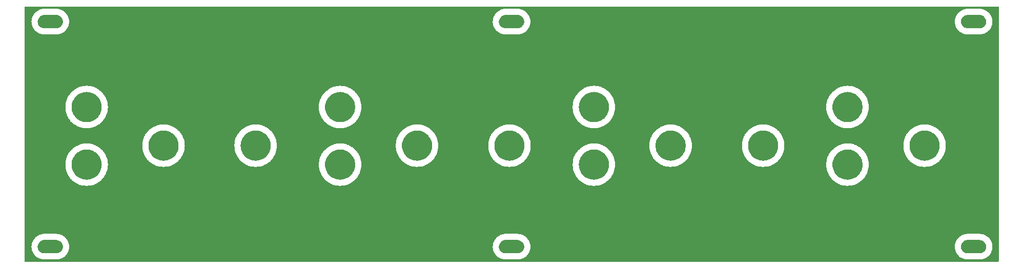
<source format=gbr>
%TF.GenerationSoftware,KiCad,Pcbnew,(6.0.4)*%
%TF.CreationDate,2022-05-24T13:19:38+01:00*%
%TF.ProjectId,1u-mixer,31752d6d-6978-4657-922e-6b696361645f,rev?*%
%TF.SameCoordinates,Original*%
%TF.FileFunction,Copper,L1,Top*%
%TF.FilePolarity,Positive*%
%FSLAX46Y46*%
G04 Gerber Fmt 4.6, Leading zero omitted, Abs format (unit mm)*
G04 Created by KiCad (PCBNEW (6.0.4)) date 2022-05-24 13:19:38*
%MOMM*%
%LPD*%
G01*
G04 APERTURE LIST*
G04 APERTURE END LIST*
%TA.AperFunction,NonConductor*%
G36*
X66466541Y-84469059D02*
G01*
X66638433Y-84482063D01*
X66657206Y-84484920D01*
X66796502Y-84517022D01*
X66814372Y-84522569D01*
X66944972Y-84574024D01*
X66961567Y-84582010D01*
X67082398Y-84651459D01*
X67097454Y-84661623D01*
X67206816Y-84747548D01*
X67220166Y-84759678D01*
X67316124Y-84860323D01*
X67327614Y-84874251D01*
X67408242Y-84987654D01*
X67417703Y-85003239D01*
X67481312Y-85127486D01*
X67488518Y-85144547D01*
X67531372Y-85271302D01*
X67533676Y-85278118D01*
X67538358Y-85296362D01*
X67565109Y-85446449D01*
X67566903Y-85462196D01*
X67571129Y-85545882D01*
X67570930Y-85561743D01*
X67559134Y-85717648D01*
X67556274Y-85736440D01*
X67524176Y-85875708D01*
X67518623Y-85893601D01*
X67467163Y-86024202D01*
X67459175Y-86040802D01*
X67436291Y-86080615D01*
X67391931Y-86157790D01*
X67389725Y-86161627D01*
X67379560Y-86176682D01*
X67373707Y-86184132D01*
X67293630Y-86286042D01*
X67281501Y-86299389D01*
X67202345Y-86374852D01*
X67180861Y-86395334D01*
X67166926Y-86406830D01*
X67053518Y-86487455D01*
X67037936Y-86496914D01*
X66941316Y-86546376D01*
X66913681Y-86560523D01*
X66896616Y-86567729D01*
X66763047Y-86612882D01*
X66744805Y-86617563D01*
X66594746Y-86644308D01*
X66578993Y-86646103D01*
X66479955Y-86651105D01*
X66471339Y-86651540D01*
X66464984Y-86651700D01*
X64504969Y-86651700D01*
X64495463Y-86651341D01*
X64323567Y-86638336D01*
X64304782Y-86635476D01*
X64165513Y-86603380D01*
X64147627Y-86597829D01*
X64017033Y-86546376D01*
X64000443Y-86538394D01*
X63879594Y-86468936D01*
X63864543Y-86458774D01*
X63755183Y-86372851D01*
X63741833Y-86360721D01*
X63645875Y-86260076D01*
X63634385Y-86246148D01*
X63553757Y-86132745D01*
X63544296Y-86117160D01*
X63480686Y-85992911D01*
X63473479Y-85975846D01*
X63428323Y-85842279D01*
X63423641Y-85824034D01*
X63396893Y-85673962D01*
X63395098Y-85658209D01*
X63390871Y-85574514D01*
X63391070Y-85558653D01*
X63402865Y-85402750D01*
X63405725Y-85383957D01*
X63437823Y-85244690D01*
X63443376Y-85226797D01*
X63494834Y-85096201D01*
X63502822Y-85079601D01*
X63572271Y-84958778D01*
X63582437Y-84943721D01*
X63668378Y-84834348D01*
X63680507Y-84821002D01*
X63722421Y-84781043D01*
X63781142Y-84725062D01*
X63795075Y-84713568D01*
X63887624Y-84647771D01*
X63908475Y-84632947D01*
X63924066Y-84623483D01*
X64048319Y-84559876D01*
X64065377Y-84552672D01*
X64198951Y-84507517D01*
X64217196Y-84502836D01*
X64367255Y-84476092D01*
X64383008Y-84474297D01*
X64490669Y-84468860D01*
X64497024Y-84468700D01*
X66457036Y-84468700D01*
X66466541Y-84469059D01*
G37*
%TD.AperFunction*%
%TA.AperFunction,NonConductor*%
G36*
X218993541Y-84469059D02*
G01*
X219165433Y-84482063D01*
X219184206Y-84484920D01*
X219323502Y-84517022D01*
X219341372Y-84522569D01*
X219471972Y-84574024D01*
X219488567Y-84582010D01*
X219609398Y-84651459D01*
X219624454Y-84661623D01*
X219733816Y-84747548D01*
X219747166Y-84759678D01*
X219843124Y-84860323D01*
X219854614Y-84874251D01*
X219935242Y-84987654D01*
X219944703Y-85003239D01*
X220008312Y-85127486D01*
X220015518Y-85144547D01*
X220058372Y-85271302D01*
X220060676Y-85278118D01*
X220065358Y-85296362D01*
X220092109Y-85446449D01*
X220093903Y-85462196D01*
X220098129Y-85545882D01*
X220097930Y-85561743D01*
X220086134Y-85717648D01*
X220083274Y-85736440D01*
X220051176Y-85875708D01*
X220045623Y-85893601D01*
X219994163Y-86024202D01*
X219986175Y-86040802D01*
X219963291Y-86080615D01*
X219918931Y-86157790D01*
X219916725Y-86161627D01*
X219906560Y-86176682D01*
X219900707Y-86184132D01*
X219820630Y-86286042D01*
X219808501Y-86299389D01*
X219729345Y-86374852D01*
X219707861Y-86395334D01*
X219693926Y-86406830D01*
X219580518Y-86487455D01*
X219564936Y-86496914D01*
X219468316Y-86546376D01*
X219440681Y-86560523D01*
X219423616Y-86567729D01*
X219290047Y-86612882D01*
X219271805Y-86617563D01*
X219121746Y-86644308D01*
X219105993Y-86646103D01*
X219006955Y-86651105D01*
X218998339Y-86651540D01*
X218991984Y-86651700D01*
X217031969Y-86651700D01*
X217022463Y-86651341D01*
X216850567Y-86638336D01*
X216831782Y-86635476D01*
X216692513Y-86603380D01*
X216674627Y-86597829D01*
X216544033Y-86546376D01*
X216527443Y-86538394D01*
X216406594Y-86468936D01*
X216391543Y-86458774D01*
X216282183Y-86372851D01*
X216268833Y-86360721D01*
X216172875Y-86260076D01*
X216161385Y-86246148D01*
X216080757Y-86132745D01*
X216071296Y-86117160D01*
X216007686Y-85992911D01*
X216000479Y-85975846D01*
X215955323Y-85842279D01*
X215950641Y-85824034D01*
X215923893Y-85673962D01*
X215922098Y-85658209D01*
X215917871Y-85574514D01*
X215918070Y-85558653D01*
X215929865Y-85402750D01*
X215932725Y-85383957D01*
X215964823Y-85244690D01*
X215970376Y-85226797D01*
X216021834Y-85096201D01*
X216029822Y-85079601D01*
X216099271Y-84958778D01*
X216109437Y-84943721D01*
X216195378Y-84834348D01*
X216207507Y-84821002D01*
X216249421Y-84781043D01*
X216308142Y-84725062D01*
X216322075Y-84713568D01*
X216414624Y-84647771D01*
X216435475Y-84632947D01*
X216451066Y-84623483D01*
X216575319Y-84559876D01*
X216592377Y-84552672D01*
X216725951Y-84507517D01*
X216744196Y-84502836D01*
X216894255Y-84476092D01*
X216910008Y-84474297D01*
X217017669Y-84468860D01*
X217024024Y-84468700D01*
X218984036Y-84468700D01*
X218993541Y-84469059D01*
G37*
%TD.AperFunction*%
%TA.AperFunction,NonConductor*%
G36*
X142662541Y-84469059D02*
G01*
X142834433Y-84482063D01*
X142853206Y-84484920D01*
X142992502Y-84517022D01*
X143010372Y-84522569D01*
X143140972Y-84574024D01*
X143157567Y-84582010D01*
X143278398Y-84651459D01*
X143293454Y-84661623D01*
X143402816Y-84747548D01*
X143416166Y-84759678D01*
X143512124Y-84860323D01*
X143523614Y-84874251D01*
X143604242Y-84987654D01*
X143613703Y-85003239D01*
X143677312Y-85127486D01*
X143684518Y-85144547D01*
X143727372Y-85271302D01*
X143729676Y-85278118D01*
X143734358Y-85296362D01*
X143761109Y-85446449D01*
X143762903Y-85462196D01*
X143767129Y-85545882D01*
X143766930Y-85561743D01*
X143755134Y-85717648D01*
X143752274Y-85736440D01*
X143720176Y-85875708D01*
X143714623Y-85893601D01*
X143663163Y-86024202D01*
X143655175Y-86040802D01*
X143632291Y-86080615D01*
X143587931Y-86157790D01*
X143585725Y-86161627D01*
X143575560Y-86176682D01*
X143569707Y-86184132D01*
X143489630Y-86286042D01*
X143477501Y-86299389D01*
X143398345Y-86374852D01*
X143376861Y-86395334D01*
X143362926Y-86406830D01*
X143249518Y-86487455D01*
X143233936Y-86496914D01*
X143137316Y-86546376D01*
X143109681Y-86560523D01*
X143092616Y-86567729D01*
X142959047Y-86612882D01*
X142940805Y-86617563D01*
X142790746Y-86644308D01*
X142774993Y-86646103D01*
X142675955Y-86651105D01*
X142667339Y-86651540D01*
X142660984Y-86651700D01*
X140700969Y-86651700D01*
X140691463Y-86651341D01*
X140519567Y-86638336D01*
X140500782Y-86635476D01*
X140361513Y-86603380D01*
X140343627Y-86597829D01*
X140213033Y-86546376D01*
X140196443Y-86538394D01*
X140075594Y-86468936D01*
X140060543Y-86458774D01*
X139951183Y-86372851D01*
X139937833Y-86360721D01*
X139841875Y-86260076D01*
X139830385Y-86246148D01*
X139749757Y-86132745D01*
X139740296Y-86117160D01*
X139676686Y-85992911D01*
X139669479Y-85975846D01*
X139624323Y-85842279D01*
X139619641Y-85824034D01*
X139592893Y-85673962D01*
X139591098Y-85658209D01*
X139586871Y-85574514D01*
X139587070Y-85558653D01*
X139598865Y-85402750D01*
X139601725Y-85383957D01*
X139633823Y-85244690D01*
X139639376Y-85226797D01*
X139690834Y-85096201D01*
X139698822Y-85079601D01*
X139768271Y-84958778D01*
X139778437Y-84943721D01*
X139864378Y-84834348D01*
X139876507Y-84821002D01*
X139918421Y-84781043D01*
X139977142Y-84725062D01*
X139991075Y-84713568D01*
X140083624Y-84647771D01*
X140104475Y-84632947D01*
X140120066Y-84623483D01*
X140244319Y-84559876D01*
X140261377Y-84552672D01*
X140394951Y-84507517D01*
X140413196Y-84502836D01*
X140563255Y-84476092D01*
X140579008Y-84474297D01*
X140686669Y-84468860D01*
X140693024Y-84468700D01*
X142653036Y-84468700D01*
X142662541Y-84469059D01*
G37*
%TD.AperFunction*%
%TA.AperFunction,NonConductor*%
G36*
X71738062Y-97199324D02*
G01*
X71750718Y-97200606D01*
X71985446Y-97236430D01*
X71997801Y-97238954D01*
X72224025Y-97297124D01*
X72235915Y-97300820D01*
X72405478Y-97362882D01*
X72452731Y-97380177D01*
X72464107Y-97384985D01*
X72670556Y-97484439D01*
X72681294Y-97490269D01*
X72876243Y-97608707D01*
X72886279Y-97615486D01*
X73068458Y-97751720D01*
X73077746Y-97759384D01*
X73245902Y-97912218D01*
X73254393Y-97920708D01*
X73407243Y-98088888D01*
X73414897Y-98098165D01*
X73549567Y-98278259D01*
X73551141Y-98280364D01*
X73557918Y-98290398D01*
X73566805Y-98305027D01*
X73676345Y-98485338D01*
X73682175Y-98496076D01*
X73751655Y-98640310D01*
X73781620Y-98702516D01*
X73786428Y-98713892D01*
X73865782Y-98930707D01*
X73869489Y-98942636D01*
X73927646Y-99168819D01*
X73930173Y-99181186D01*
X73965993Y-99415891D01*
X73967275Y-99428546D01*
X73977832Y-99637586D01*
X73979531Y-99671239D01*
X73979531Y-99683948D01*
X73967276Y-99926650D01*
X73965994Y-99939305D01*
X73953548Y-100020861D01*
X73930175Y-100174010D01*
X73927649Y-100186371D01*
X73887850Y-100341157D01*
X73869491Y-100412558D01*
X73865784Y-100424488D01*
X73786429Y-100641305D01*
X73781622Y-100652678D01*
X73766144Y-100684808D01*
X73682173Y-100859126D01*
X73676343Y-100869864D01*
X73557918Y-101064799D01*
X73551140Y-101074835D01*
X73545214Y-101082760D01*
X73414901Y-101257029D01*
X73414897Y-101257034D01*
X73407233Y-101266322D01*
X73254406Y-101434478D01*
X73245908Y-101442976D01*
X73077752Y-101595810D01*
X73068466Y-101603474D01*
X73019841Y-101639835D01*
X72886258Y-101739728D01*
X72876230Y-101746500D01*
X72681284Y-101864937D01*
X72670565Y-101870757D01*
X72649456Y-101880926D01*
X72464112Y-101970211D01*
X72452737Y-101975019D01*
X72451636Y-101975422D01*
X72235918Y-102054378D01*
X72224016Y-102058078D01*
X71997809Y-102116243D01*
X71985449Y-102118768D01*
X71750727Y-102154592D01*
X71738072Y-102155874D01*
X71495357Y-102168131D01*
X71482648Y-102168131D01*
X71239939Y-102155875D01*
X71227283Y-102154593D01*
X70992551Y-102118768D01*
X70980192Y-102116243D01*
X70753988Y-102058078D01*
X70742092Y-102054381D01*
X70571707Y-101992019D01*
X70525270Y-101975022D01*
X70513894Y-101970214D01*
X70307443Y-101870760D01*
X70296705Y-101864930D01*
X70101760Y-101746495D01*
X70091724Y-101739716D01*
X69909541Y-101603479D01*
X69900253Y-101595815D01*
X69732093Y-101442978D01*
X69723595Y-101434480D01*
X69634680Y-101336647D01*
X69570759Y-101266314D01*
X69563097Y-101257029D01*
X69433083Y-101083160D01*
X69426856Y-101074833D01*
X69420080Y-101064799D01*
X69301656Y-100869863D01*
X69295826Y-100859126D01*
X69196377Y-100652679D01*
X69191569Y-100641303D01*
X69112217Y-100424493D01*
X69108510Y-100412564D01*
X69050353Y-100186380D01*
X69047826Y-100174013D01*
X69012006Y-99939310D01*
X69010724Y-99926654D01*
X68998469Y-99683948D01*
X68998469Y-99671240D01*
X69010723Y-99428549D01*
X69012005Y-99415893D01*
X69047825Y-99181189D01*
X69050352Y-99168822D01*
X69108512Y-98942630D01*
X69112219Y-98930701D01*
X69191566Y-98713904D01*
X69196374Y-98702528D01*
X69295827Y-98496071D01*
X69301657Y-98485333D01*
X69410440Y-98306267D01*
X69420079Y-98290400D01*
X69426856Y-98280366D01*
X69426858Y-98280364D01*
X69563092Y-98098176D01*
X69570756Y-98088888D01*
X69723598Y-97920717D01*
X69732096Y-97912219D01*
X69900247Y-97759389D01*
X69909535Y-97751724D01*
X69909541Y-97751720D01*
X70091741Y-97615471D01*
X70101777Y-97608694D01*
X70296692Y-97490276D01*
X70307430Y-97484445D01*
X70307443Y-97484439D01*
X70440357Y-97420409D01*
X70513887Y-97384987D01*
X70525263Y-97380179D01*
X70742076Y-97300823D01*
X70754006Y-97297116D01*
X70980182Y-97238959D01*
X70992550Y-97236431D01*
X71227271Y-97200607D01*
X71239927Y-97199325D01*
X71482652Y-97187069D01*
X71495360Y-97187069D01*
X71738062Y-97199324D01*
G37*
%TD.AperFunction*%
%TA.AperFunction,NonConductor*%
G36*
X155531762Y-97199724D02*
G01*
X155544418Y-97201006D01*
X155779146Y-97236830D01*
X155791501Y-97239354D01*
X156017725Y-97297524D01*
X156029615Y-97301220D01*
X156199178Y-97363282D01*
X156246431Y-97380577D01*
X156257807Y-97385385D01*
X156464256Y-97484839D01*
X156474994Y-97490669D01*
X156669943Y-97609107D01*
X156679979Y-97615886D01*
X156862158Y-97752120D01*
X156871446Y-97759784D01*
X157039602Y-97912618D01*
X157048093Y-97921108D01*
X157200943Y-98089288D01*
X157208597Y-98098565D01*
X157344841Y-98280764D01*
X157351618Y-98290798D01*
X157360262Y-98305027D01*
X157470045Y-98485738D01*
X157475875Y-98496476D01*
X157539419Y-98628388D01*
X157551137Y-98652713D01*
X157575320Y-98702916D01*
X157580128Y-98714292D01*
X157659482Y-98931107D01*
X157663189Y-98943036D01*
X157721346Y-99169219D01*
X157723873Y-99181586D01*
X157759693Y-99416291D01*
X157760975Y-99428946D01*
X157772986Y-99666779D01*
X157773231Y-99671639D01*
X157773231Y-99684348D01*
X157760976Y-99927050D01*
X157759694Y-99939705D01*
X157723936Y-100174013D01*
X157723875Y-100174410D01*
X157721348Y-100186778D01*
X157663191Y-100412958D01*
X157659484Y-100424888D01*
X157580129Y-100641705D01*
X157575322Y-100653078D01*
X157545597Y-100714785D01*
X157475873Y-100859526D01*
X157470043Y-100870264D01*
X157351618Y-101065199D01*
X157344840Y-101075235D01*
X157338914Y-101083160D01*
X157208601Y-101257429D01*
X157208597Y-101257434D01*
X157200937Y-101266717D01*
X157154803Y-101317479D01*
X157048106Y-101434878D01*
X157039608Y-101443376D01*
X156871452Y-101596210D01*
X156862166Y-101603874D01*
X156813541Y-101640235D01*
X156679958Y-101740128D01*
X156669930Y-101746900D01*
X156474984Y-101865337D01*
X156464265Y-101871157D01*
X156450400Y-101877836D01*
X156257812Y-101970611D01*
X156246437Y-101975419D01*
X156029618Y-102054778D01*
X156017716Y-102058478D01*
X155791509Y-102116643D01*
X155779149Y-102119168D01*
X155544427Y-102154992D01*
X155531772Y-102156274D01*
X155289057Y-102168531D01*
X155276348Y-102168531D01*
X155033639Y-102156275D01*
X155020983Y-102154993D01*
X154786251Y-102119168D01*
X154773892Y-102116643D01*
X154547688Y-102058478D01*
X154535792Y-102054781D01*
X154318970Y-101975422D01*
X154307594Y-101970614D01*
X154101143Y-101871160D01*
X154090405Y-101865330D01*
X153895460Y-101746895D01*
X153885424Y-101740116D01*
X153703241Y-101603879D01*
X153693953Y-101596215D01*
X153525793Y-101443378D01*
X153517295Y-101434880D01*
X153428985Y-101337713D01*
X153364459Y-101266714D01*
X153356797Y-101257429D01*
X153226484Y-101083160D01*
X153220556Y-101075233D01*
X153213780Y-101065199D01*
X153095356Y-100870263D01*
X153089526Y-100859526D01*
X152990077Y-100653079D01*
X152985269Y-100641703D01*
X152905917Y-100424893D01*
X152902210Y-100412964D01*
X152844053Y-100186780D01*
X152841526Y-100174413D01*
X152805706Y-99939710D01*
X152804424Y-99927054D01*
X152792169Y-99684348D01*
X152792169Y-99671640D01*
X152804423Y-99428949D01*
X152805705Y-99416293D01*
X152841525Y-99181589D01*
X152844052Y-99169222D01*
X152902212Y-98943030D01*
X152905919Y-98931101D01*
X152985266Y-98714304D01*
X152990074Y-98702928D01*
X153089527Y-98496471D01*
X153095357Y-98485733D01*
X153204383Y-98306267D01*
X153213779Y-98290800D01*
X153220556Y-98280766D01*
X153220558Y-98280764D01*
X153356792Y-98098576D01*
X153364456Y-98089288D01*
X153517298Y-97921117D01*
X153525796Y-97912619D01*
X153693947Y-97759789D01*
X153703235Y-97752124D01*
X153703241Y-97752120D01*
X153790913Y-97686559D01*
X153885441Y-97615871D01*
X153895477Y-97609094D01*
X154090392Y-97490676D01*
X154101130Y-97484845D01*
X154101143Y-97484839D01*
X154199615Y-97437401D01*
X154307587Y-97385387D01*
X154318963Y-97380579D01*
X154535776Y-97301223D01*
X154547706Y-97297516D01*
X154773882Y-97239359D01*
X154786250Y-97236831D01*
X155020971Y-97201007D01*
X155033627Y-97199725D01*
X155276352Y-97187469D01*
X155289060Y-97187469D01*
X155531762Y-97199724D01*
G37*
%TD.AperFunction*%
%TA.AperFunction,NonConductor*%
G36*
X113610062Y-97199724D02*
G01*
X113622718Y-97201006D01*
X113857446Y-97236830D01*
X113869801Y-97239354D01*
X114096025Y-97297524D01*
X114107915Y-97301220D01*
X114277478Y-97363282D01*
X114324731Y-97380577D01*
X114336107Y-97385385D01*
X114542556Y-97484839D01*
X114553294Y-97490669D01*
X114748243Y-97609107D01*
X114758279Y-97615886D01*
X114940458Y-97752120D01*
X114949746Y-97759784D01*
X115117902Y-97912618D01*
X115126393Y-97921108D01*
X115279243Y-98089288D01*
X115286897Y-98098565D01*
X115423141Y-98280764D01*
X115429918Y-98290798D01*
X115438562Y-98305027D01*
X115548345Y-98485738D01*
X115554175Y-98496476D01*
X115617719Y-98628388D01*
X115629437Y-98652713D01*
X115653620Y-98702916D01*
X115658428Y-98714292D01*
X115737782Y-98931107D01*
X115741489Y-98943036D01*
X115799646Y-99169219D01*
X115802173Y-99181586D01*
X115837993Y-99416291D01*
X115839275Y-99428946D01*
X115851286Y-99666779D01*
X115851531Y-99671639D01*
X115851531Y-99684348D01*
X115839276Y-99927050D01*
X115837994Y-99939705D01*
X115802236Y-100174013D01*
X115802175Y-100174410D01*
X115799648Y-100186778D01*
X115741491Y-100412958D01*
X115737784Y-100424888D01*
X115658429Y-100641705D01*
X115653622Y-100653078D01*
X115623897Y-100714785D01*
X115554173Y-100859526D01*
X115548343Y-100870264D01*
X115429918Y-101065199D01*
X115423140Y-101075235D01*
X115417214Y-101083160D01*
X115286901Y-101257429D01*
X115286897Y-101257434D01*
X115279237Y-101266717D01*
X115233103Y-101317479D01*
X115126406Y-101434878D01*
X115117908Y-101443376D01*
X114949752Y-101596210D01*
X114940466Y-101603874D01*
X114891841Y-101640235D01*
X114758258Y-101740128D01*
X114748230Y-101746900D01*
X114553284Y-101865337D01*
X114542565Y-101871157D01*
X114528700Y-101877836D01*
X114336112Y-101970611D01*
X114324737Y-101975419D01*
X114107918Y-102054778D01*
X114096016Y-102058478D01*
X113869809Y-102116643D01*
X113857449Y-102119168D01*
X113622727Y-102154992D01*
X113610072Y-102156274D01*
X113367357Y-102168531D01*
X113354648Y-102168531D01*
X113111939Y-102156275D01*
X113099283Y-102154993D01*
X112864551Y-102119168D01*
X112852192Y-102116643D01*
X112625988Y-102058478D01*
X112614092Y-102054781D01*
X112397270Y-101975422D01*
X112385894Y-101970614D01*
X112179443Y-101871160D01*
X112168705Y-101865330D01*
X111973760Y-101746895D01*
X111963724Y-101740116D01*
X111781541Y-101603879D01*
X111772253Y-101596215D01*
X111604093Y-101443378D01*
X111595595Y-101434880D01*
X111507285Y-101337713D01*
X111442759Y-101266714D01*
X111435097Y-101257429D01*
X111304784Y-101083160D01*
X111298856Y-101075233D01*
X111292080Y-101065199D01*
X111173656Y-100870263D01*
X111167826Y-100859526D01*
X111068377Y-100653079D01*
X111063569Y-100641703D01*
X110984217Y-100424893D01*
X110980510Y-100412964D01*
X110922353Y-100186780D01*
X110919826Y-100174413D01*
X110884006Y-99939710D01*
X110882724Y-99927054D01*
X110870469Y-99684348D01*
X110870469Y-99671640D01*
X110882723Y-99428949D01*
X110884005Y-99416293D01*
X110919825Y-99181589D01*
X110922352Y-99169222D01*
X110980512Y-98943030D01*
X110984219Y-98931101D01*
X111063566Y-98714304D01*
X111068374Y-98702928D01*
X111167827Y-98496471D01*
X111173657Y-98485733D01*
X111282683Y-98306267D01*
X111292079Y-98290800D01*
X111298856Y-98280766D01*
X111298858Y-98280764D01*
X111435092Y-98098576D01*
X111442756Y-98089288D01*
X111595598Y-97921117D01*
X111604096Y-97912619D01*
X111772247Y-97759789D01*
X111781535Y-97752124D01*
X111781541Y-97752120D01*
X111869213Y-97686559D01*
X111963741Y-97615871D01*
X111973777Y-97609094D01*
X112168692Y-97490676D01*
X112179430Y-97484845D01*
X112179443Y-97484839D01*
X112277915Y-97437401D01*
X112385887Y-97385387D01*
X112397263Y-97380579D01*
X112614076Y-97301223D01*
X112626006Y-97297516D01*
X112852182Y-97239359D01*
X112864550Y-97236831D01*
X113099271Y-97201007D01*
X113111927Y-97199725D01*
X113354652Y-97187469D01*
X113367360Y-97187469D01*
X113610062Y-97199724D01*
G37*
%TD.AperFunction*%
%TA.AperFunction,NonConductor*%
G36*
X197430062Y-97199724D02*
G01*
X197442718Y-97201006D01*
X197677446Y-97236830D01*
X197689801Y-97239354D01*
X197916025Y-97297524D01*
X197927915Y-97301220D01*
X198097478Y-97363282D01*
X198144731Y-97380577D01*
X198156107Y-97385385D01*
X198362556Y-97484839D01*
X198373294Y-97490669D01*
X198568243Y-97609107D01*
X198578279Y-97615886D01*
X198760458Y-97752120D01*
X198769746Y-97759784D01*
X198937902Y-97912618D01*
X198946393Y-97921108D01*
X199099243Y-98089288D01*
X199106897Y-98098565D01*
X199243141Y-98280764D01*
X199249918Y-98290798D01*
X199258562Y-98305027D01*
X199368345Y-98485738D01*
X199374175Y-98496476D01*
X199437719Y-98628388D01*
X199449437Y-98652713D01*
X199473620Y-98702916D01*
X199478428Y-98714292D01*
X199557782Y-98931107D01*
X199561489Y-98943036D01*
X199619646Y-99169219D01*
X199622173Y-99181586D01*
X199657993Y-99416291D01*
X199659275Y-99428946D01*
X199671286Y-99666779D01*
X199671531Y-99671639D01*
X199671531Y-99684348D01*
X199659276Y-99927050D01*
X199657994Y-99939705D01*
X199622236Y-100174013D01*
X199622175Y-100174410D01*
X199619648Y-100186778D01*
X199561491Y-100412958D01*
X199557784Y-100424888D01*
X199478429Y-100641705D01*
X199473622Y-100653078D01*
X199443897Y-100714785D01*
X199374173Y-100859526D01*
X199368343Y-100870264D01*
X199249918Y-101065199D01*
X199243140Y-101075235D01*
X199237214Y-101083160D01*
X199106901Y-101257429D01*
X199106897Y-101257434D01*
X199099237Y-101266717D01*
X199053103Y-101317479D01*
X198946406Y-101434878D01*
X198937908Y-101443376D01*
X198769752Y-101596210D01*
X198760466Y-101603874D01*
X198711841Y-101640235D01*
X198578258Y-101740128D01*
X198568230Y-101746900D01*
X198373284Y-101865337D01*
X198362565Y-101871157D01*
X198348700Y-101877836D01*
X198156112Y-101970611D01*
X198144737Y-101975419D01*
X197927918Y-102054778D01*
X197916016Y-102058478D01*
X197689809Y-102116643D01*
X197677449Y-102119168D01*
X197442727Y-102154992D01*
X197430072Y-102156274D01*
X197187357Y-102168531D01*
X197174648Y-102168531D01*
X196931939Y-102156275D01*
X196919283Y-102154993D01*
X196684551Y-102119168D01*
X196672192Y-102116643D01*
X196445988Y-102058478D01*
X196434092Y-102054781D01*
X196217270Y-101975422D01*
X196205894Y-101970614D01*
X195999443Y-101871160D01*
X195988705Y-101865330D01*
X195793760Y-101746895D01*
X195783724Y-101740116D01*
X195601541Y-101603879D01*
X195592253Y-101596215D01*
X195424093Y-101443378D01*
X195415595Y-101434880D01*
X195327285Y-101337713D01*
X195262759Y-101266714D01*
X195255097Y-101257429D01*
X195124784Y-101083160D01*
X195118856Y-101075233D01*
X195112080Y-101065199D01*
X194993656Y-100870263D01*
X194987826Y-100859526D01*
X194888377Y-100653079D01*
X194883569Y-100641703D01*
X194804217Y-100424893D01*
X194800510Y-100412964D01*
X194742353Y-100186780D01*
X194739826Y-100174413D01*
X194704006Y-99939710D01*
X194702724Y-99927054D01*
X194690469Y-99684348D01*
X194690469Y-99671640D01*
X194702723Y-99428949D01*
X194704005Y-99416293D01*
X194739825Y-99181589D01*
X194742352Y-99169222D01*
X194800512Y-98943030D01*
X194804219Y-98931101D01*
X194883566Y-98714304D01*
X194888374Y-98702928D01*
X194987827Y-98496471D01*
X194993657Y-98485733D01*
X195102683Y-98306267D01*
X195112079Y-98290800D01*
X195118856Y-98280766D01*
X195118858Y-98280764D01*
X195255092Y-98098576D01*
X195262756Y-98089288D01*
X195415598Y-97921117D01*
X195424096Y-97912619D01*
X195592247Y-97759789D01*
X195601535Y-97752124D01*
X195601541Y-97752120D01*
X195689213Y-97686559D01*
X195783741Y-97615871D01*
X195793777Y-97609094D01*
X195988692Y-97490676D01*
X195999430Y-97484845D01*
X195999443Y-97484839D01*
X196097915Y-97437401D01*
X196205887Y-97385387D01*
X196217263Y-97380579D01*
X196434076Y-97301223D01*
X196446006Y-97297516D01*
X196672182Y-97239359D01*
X196684550Y-97236831D01*
X196919271Y-97201007D01*
X196931927Y-97199725D01*
X197174652Y-97187469D01*
X197187360Y-97187469D01*
X197430062Y-97199724D01*
G37*
%TD.AperFunction*%
%TA.AperFunction,NonConductor*%
G36*
X84437062Y-103575724D02*
G01*
X84449718Y-103577006D01*
X84684446Y-103612830D01*
X84696801Y-103615354D01*
X84923025Y-103673524D01*
X84934915Y-103677220D01*
X85104478Y-103739282D01*
X85151731Y-103756577D01*
X85163107Y-103761385D01*
X85369556Y-103860839D01*
X85380294Y-103866669D01*
X85575243Y-103985107D01*
X85585279Y-103991886D01*
X85767458Y-104128120D01*
X85776746Y-104135784D01*
X85944902Y-104288618D01*
X85953393Y-104297108D01*
X86106243Y-104465288D01*
X86113897Y-104474565D01*
X86248567Y-104654659D01*
X86250141Y-104656764D01*
X86256918Y-104666798D01*
X86265805Y-104681427D01*
X86375345Y-104861738D01*
X86381175Y-104872476D01*
X86450655Y-105016710D01*
X86480620Y-105078916D01*
X86485428Y-105090292D01*
X86564782Y-105307107D01*
X86568489Y-105319036D01*
X86626646Y-105545219D01*
X86629173Y-105557586D01*
X86664993Y-105792291D01*
X86666275Y-105804946D01*
X86668633Y-105851638D01*
X86676832Y-106013986D01*
X86678531Y-106047639D01*
X86678531Y-106060348D01*
X86666276Y-106303050D01*
X86664994Y-106315705D01*
X86635374Y-106509794D01*
X86629175Y-106550410D01*
X86626649Y-106562771D01*
X86595558Y-106683690D01*
X86568491Y-106788958D01*
X86564784Y-106800888D01*
X86510368Y-106949567D01*
X86485429Y-107017705D01*
X86480621Y-107029080D01*
X86381173Y-107235526D01*
X86375343Y-107246264D01*
X86256918Y-107441199D01*
X86250140Y-107451235D01*
X86175448Y-107551121D01*
X86113901Y-107633429D01*
X86113897Y-107633434D01*
X86106233Y-107642722D01*
X85953406Y-107810878D01*
X85944908Y-107819376D01*
X85776752Y-107972210D01*
X85767466Y-107979874D01*
X85718841Y-108016235D01*
X85585258Y-108116128D01*
X85575230Y-108122900D01*
X85380284Y-108241337D01*
X85369565Y-108247157D01*
X85354874Y-108254234D01*
X85163112Y-108346611D01*
X85151737Y-108351419D01*
X84934918Y-108430778D01*
X84923016Y-108434478D01*
X84696809Y-108492643D01*
X84684449Y-108495168D01*
X84449727Y-108530992D01*
X84437072Y-108532274D01*
X84194357Y-108544531D01*
X84181648Y-108544531D01*
X83938939Y-108532275D01*
X83926283Y-108530993D01*
X83691551Y-108495168D01*
X83679192Y-108492643D01*
X83452988Y-108434478D01*
X83441092Y-108430781D01*
X83224270Y-108351422D01*
X83212894Y-108346614D01*
X83006443Y-108247160D01*
X82995705Y-108241330D01*
X82800760Y-108122895D01*
X82790724Y-108116116D01*
X82783157Y-108110457D01*
X82699949Y-108048234D01*
X82608541Y-107979879D01*
X82599253Y-107972215D01*
X82431093Y-107819378D01*
X82422595Y-107810880D01*
X82334649Y-107714113D01*
X82269759Y-107642714D01*
X82262097Y-107633429D01*
X82239900Y-107603744D01*
X82125856Y-107451233D01*
X82119080Y-107441199D01*
X82000656Y-107246263D01*
X81994826Y-107235526D01*
X81895377Y-107029079D01*
X81890569Y-107017703D01*
X81811217Y-106800893D01*
X81807510Y-106788964D01*
X81749353Y-106562780D01*
X81746826Y-106550413D01*
X81711006Y-106315710D01*
X81709724Y-106303054D01*
X81697469Y-106060348D01*
X81697469Y-106047640D01*
X81709723Y-105804949D01*
X81711005Y-105792293D01*
X81746825Y-105557589D01*
X81749352Y-105545222D01*
X81807512Y-105319030D01*
X81811219Y-105307101D01*
X81890566Y-105090304D01*
X81895374Y-105078928D01*
X81994827Y-104872471D01*
X82000657Y-104861733D01*
X82109683Y-104682267D01*
X82119079Y-104666800D01*
X82125856Y-104656766D01*
X82125858Y-104656764D01*
X82262092Y-104474576D01*
X82269756Y-104465288D01*
X82422598Y-104297117D01*
X82431096Y-104288619D01*
X82599247Y-104135789D01*
X82608535Y-104128124D01*
X82608541Y-104128120D01*
X82790741Y-103991871D01*
X82800777Y-103985094D01*
X82995692Y-103866676D01*
X83006430Y-103860845D01*
X83006443Y-103860839D01*
X83120077Y-103806097D01*
X83212887Y-103761387D01*
X83224263Y-103756579D01*
X83441076Y-103677223D01*
X83453006Y-103673516D01*
X83679182Y-103615359D01*
X83691550Y-103612831D01*
X83926271Y-103577007D01*
X83938927Y-103575725D01*
X84181652Y-103563469D01*
X84194360Y-103563469D01*
X84437062Y-103575724D01*
G37*
%TD.AperFunction*%
%TA.AperFunction,NonConductor*%
G36*
X126317962Y-103575724D02*
G01*
X126330618Y-103577006D01*
X126565346Y-103612830D01*
X126577701Y-103615354D01*
X126803925Y-103673524D01*
X126815815Y-103677220D01*
X126985378Y-103739282D01*
X127032631Y-103756577D01*
X127044007Y-103761385D01*
X127250456Y-103860839D01*
X127261194Y-103866669D01*
X127456143Y-103985107D01*
X127466179Y-103991886D01*
X127648358Y-104128120D01*
X127657646Y-104135784D01*
X127825802Y-104288618D01*
X127834293Y-104297108D01*
X127987143Y-104465288D01*
X127994797Y-104474565D01*
X128129467Y-104654659D01*
X128131041Y-104656764D01*
X128137818Y-104666798D01*
X128146705Y-104681427D01*
X128256245Y-104861738D01*
X128262075Y-104872476D01*
X128331555Y-105016710D01*
X128361520Y-105078916D01*
X128366328Y-105090292D01*
X128445682Y-105307107D01*
X128449389Y-105319036D01*
X128507546Y-105545219D01*
X128510073Y-105557586D01*
X128545893Y-105792291D01*
X128547175Y-105804946D01*
X128549533Y-105851638D01*
X128557732Y-106013986D01*
X128559431Y-106047639D01*
X128559431Y-106060348D01*
X128547176Y-106303050D01*
X128545894Y-106315705D01*
X128516274Y-106509794D01*
X128510075Y-106550410D01*
X128507549Y-106562771D01*
X128476458Y-106683690D01*
X128449391Y-106788958D01*
X128445684Y-106800888D01*
X128391268Y-106949567D01*
X128366329Y-107017705D01*
X128361521Y-107029080D01*
X128262073Y-107235526D01*
X128256243Y-107246264D01*
X128137818Y-107441199D01*
X128131040Y-107451235D01*
X128056348Y-107551121D01*
X127994801Y-107633429D01*
X127994797Y-107633434D01*
X127987133Y-107642722D01*
X127834306Y-107810878D01*
X127825808Y-107819376D01*
X127657652Y-107972210D01*
X127648366Y-107979874D01*
X127599741Y-108016235D01*
X127466158Y-108116128D01*
X127456130Y-108122900D01*
X127261184Y-108241337D01*
X127250465Y-108247157D01*
X127235774Y-108254234D01*
X127044012Y-108346611D01*
X127032637Y-108351419D01*
X126815818Y-108430778D01*
X126803916Y-108434478D01*
X126577709Y-108492643D01*
X126565349Y-108495168D01*
X126330627Y-108530992D01*
X126317972Y-108532274D01*
X126075257Y-108544531D01*
X126062548Y-108544531D01*
X125819839Y-108532275D01*
X125807183Y-108530993D01*
X125572451Y-108495168D01*
X125560092Y-108492643D01*
X125333888Y-108434478D01*
X125321992Y-108430781D01*
X125105170Y-108351422D01*
X125093794Y-108346614D01*
X124887343Y-108247160D01*
X124876605Y-108241330D01*
X124681660Y-108122895D01*
X124671624Y-108116116D01*
X124664057Y-108110457D01*
X124580849Y-108048234D01*
X124489441Y-107979879D01*
X124480153Y-107972215D01*
X124311993Y-107819378D01*
X124303495Y-107810880D01*
X124215549Y-107714113D01*
X124150659Y-107642714D01*
X124142997Y-107633429D01*
X124120800Y-107603744D01*
X124006756Y-107451233D01*
X123999980Y-107441199D01*
X123881556Y-107246263D01*
X123875726Y-107235526D01*
X123776277Y-107029079D01*
X123771469Y-107017703D01*
X123692117Y-106800893D01*
X123688410Y-106788964D01*
X123630253Y-106562780D01*
X123627726Y-106550413D01*
X123591906Y-106315710D01*
X123590624Y-106303054D01*
X123578369Y-106060348D01*
X123578369Y-106047640D01*
X123590623Y-105804949D01*
X123591905Y-105792293D01*
X123627725Y-105557589D01*
X123630252Y-105545222D01*
X123688412Y-105319030D01*
X123692119Y-105307101D01*
X123771466Y-105090304D01*
X123776274Y-105078928D01*
X123875727Y-104872471D01*
X123881557Y-104861733D01*
X123990583Y-104682267D01*
X123999979Y-104666800D01*
X124006756Y-104656766D01*
X124006758Y-104656764D01*
X124142992Y-104474576D01*
X124150656Y-104465288D01*
X124303498Y-104297117D01*
X124311996Y-104288619D01*
X124480147Y-104135789D01*
X124489435Y-104128124D01*
X124489441Y-104128120D01*
X124671641Y-103991871D01*
X124681677Y-103985094D01*
X124876592Y-103866676D01*
X124887330Y-103860845D01*
X124887343Y-103860839D01*
X125000977Y-103806097D01*
X125093787Y-103761387D01*
X125105163Y-103756579D01*
X125321976Y-103677223D01*
X125333906Y-103673516D01*
X125560082Y-103615359D01*
X125572450Y-103612831D01*
X125807171Y-103577007D01*
X125819827Y-103575725D01*
X126062552Y-103563469D01*
X126075260Y-103563469D01*
X126317962Y-103575724D01*
G37*
%TD.AperFunction*%
%TA.AperFunction,NonConductor*%
G36*
X99653662Y-103575724D02*
G01*
X99666318Y-103577006D01*
X99901046Y-103612830D01*
X99913401Y-103615354D01*
X100139625Y-103673524D01*
X100151515Y-103677220D01*
X100321078Y-103739282D01*
X100368331Y-103756577D01*
X100379707Y-103761385D01*
X100586156Y-103860839D01*
X100596894Y-103866669D01*
X100791843Y-103985107D01*
X100801879Y-103991886D01*
X100984058Y-104128120D01*
X100993346Y-104135784D01*
X101161502Y-104288618D01*
X101169993Y-104297108D01*
X101322843Y-104465288D01*
X101330497Y-104474565D01*
X101465167Y-104654659D01*
X101466741Y-104656764D01*
X101473518Y-104666798D01*
X101482405Y-104681427D01*
X101591945Y-104861738D01*
X101597775Y-104872476D01*
X101667255Y-105016710D01*
X101697220Y-105078916D01*
X101702028Y-105090292D01*
X101781382Y-105307107D01*
X101785089Y-105319036D01*
X101843246Y-105545219D01*
X101845773Y-105557586D01*
X101881593Y-105792291D01*
X101882875Y-105804946D01*
X101885233Y-105851638D01*
X101893432Y-106013986D01*
X101895131Y-106047639D01*
X101895131Y-106060348D01*
X101882876Y-106303050D01*
X101881594Y-106315705D01*
X101851974Y-106509794D01*
X101845775Y-106550410D01*
X101843249Y-106562771D01*
X101812158Y-106683690D01*
X101785091Y-106788958D01*
X101781384Y-106800888D01*
X101726968Y-106949567D01*
X101702029Y-107017705D01*
X101697221Y-107029080D01*
X101597773Y-107235526D01*
X101591943Y-107246264D01*
X101473518Y-107441199D01*
X101466740Y-107451235D01*
X101392048Y-107551121D01*
X101330501Y-107633429D01*
X101330497Y-107633434D01*
X101322833Y-107642722D01*
X101170006Y-107810878D01*
X101161508Y-107819376D01*
X100993352Y-107972210D01*
X100984066Y-107979874D01*
X100935441Y-108016235D01*
X100801858Y-108116128D01*
X100791830Y-108122900D01*
X100596884Y-108241337D01*
X100586165Y-108247157D01*
X100571474Y-108254234D01*
X100379712Y-108346611D01*
X100368337Y-108351419D01*
X100151518Y-108430778D01*
X100139616Y-108434478D01*
X99913409Y-108492643D01*
X99901049Y-108495168D01*
X99666327Y-108530992D01*
X99653672Y-108532274D01*
X99410957Y-108544531D01*
X99398248Y-108544531D01*
X99155539Y-108532275D01*
X99142883Y-108530993D01*
X98908151Y-108495168D01*
X98895792Y-108492643D01*
X98669588Y-108434478D01*
X98657692Y-108430781D01*
X98440870Y-108351422D01*
X98429494Y-108346614D01*
X98223043Y-108247160D01*
X98212305Y-108241330D01*
X98017360Y-108122895D01*
X98007324Y-108116116D01*
X97999757Y-108110457D01*
X97916549Y-108048234D01*
X97825141Y-107979879D01*
X97815853Y-107972215D01*
X97647693Y-107819378D01*
X97639195Y-107810880D01*
X97551249Y-107714113D01*
X97486359Y-107642714D01*
X97478697Y-107633429D01*
X97456500Y-107603744D01*
X97342456Y-107451233D01*
X97335680Y-107441199D01*
X97217256Y-107246263D01*
X97211426Y-107235526D01*
X97111977Y-107029079D01*
X97107169Y-107017703D01*
X97027817Y-106800893D01*
X97024110Y-106788964D01*
X96965953Y-106562780D01*
X96963426Y-106550413D01*
X96927606Y-106315710D01*
X96926324Y-106303054D01*
X96914069Y-106060348D01*
X96914069Y-106047640D01*
X96926323Y-105804949D01*
X96927605Y-105792293D01*
X96963425Y-105557589D01*
X96965952Y-105545222D01*
X97024112Y-105319030D01*
X97027819Y-105307101D01*
X97107166Y-105090304D01*
X97111974Y-105078928D01*
X97211427Y-104872471D01*
X97217257Y-104861733D01*
X97326283Y-104682267D01*
X97335679Y-104666800D01*
X97342456Y-104656766D01*
X97342458Y-104656764D01*
X97478692Y-104474576D01*
X97486356Y-104465288D01*
X97639198Y-104297117D01*
X97647696Y-104288619D01*
X97815847Y-104135789D01*
X97825135Y-104128124D01*
X97825141Y-104128120D01*
X98007341Y-103991871D01*
X98017377Y-103985094D01*
X98212292Y-103866676D01*
X98223030Y-103860845D01*
X98223043Y-103860839D01*
X98336677Y-103806097D01*
X98429487Y-103761387D01*
X98440863Y-103756579D01*
X98657676Y-103677223D01*
X98669606Y-103673516D01*
X98895782Y-103615359D01*
X98908150Y-103612831D01*
X99142871Y-103577007D01*
X99155527Y-103575725D01*
X99398252Y-103563469D01*
X99410960Y-103563469D01*
X99653662Y-103575724D01*
G37*
%TD.AperFunction*%
%TA.AperFunction,NonConductor*%
G36*
X168207462Y-103575724D02*
G01*
X168220118Y-103577006D01*
X168454846Y-103612830D01*
X168467201Y-103615354D01*
X168693425Y-103673524D01*
X168705315Y-103677220D01*
X168874878Y-103739282D01*
X168922131Y-103756577D01*
X168933507Y-103761385D01*
X169139956Y-103860839D01*
X169150694Y-103866669D01*
X169345643Y-103985107D01*
X169355679Y-103991886D01*
X169537858Y-104128120D01*
X169547146Y-104135784D01*
X169715302Y-104288618D01*
X169723793Y-104297108D01*
X169876643Y-104465288D01*
X169884297Y-104474565D01*
X170018967Y-104654659D01*
X170020541Y-104656764D01*
X170027318Y-104666798D01*
X170036205Y-104681427D01*
X170145745Y-104861738D01*
X170151575Y-104872476D01*
X170221055Y-105016710D01*
X170251020Y-105078916D01*
X170255828Y-105090292D01*
X170335182Y-105307107D01*
X170338889Y-105319036D01*
X170397046Y-105545219D01*
X170399573Y-105557586D01*
X170435393Y-105792291D01*
X170436675Y-105804946D01*
X170439033Y-105851638D01*
X170447232Y-106013986D01*
X170448931Y-106047639D01*
X170448931Y-106060348D01*
X170436676Y-106303050D01*
X170435394Y-106315705D01*
X170405774Y-106509794D01*
X170399575Y-106550410D01*
X170397049Y-106562771D01*
X170365958Y-106683690D01*
X170338891Y-106788958D01*
X170335184Y-106800888D01*
X170280768Y-106949567D01*
X170255829Y-107017705D01*
X170251021Y-107029080D01*
X170151573Y-107235526D01*
X170145743Y-107246264D01*
X170027318Y-107441199D01*
X170020540Y-107451235D01*
X169945848Y-107551121D01*
X169884301Y-107633429D01*
X169884297Y-107633434D01*
X169876633Y-107642722D01*
X169723806Y-107810878D01*
X169715308Y-107819376D01*
X169547152Y-107972210D01*
X169537866Y-107979874D01*
X169489241Y-108016235D01*
X169355658Y-108116128D01*
X169345630Y-108122900D01*
X169150684Y-108241337D01*
X169139965Y-108247157D01*
X169125274Y-108254234D01*
X168933512Y-108346611D01*
X168922137Y-108351419D01*
X168705318Y-108430778D01*
X168693416Y-108434478D01*
X168467209Y-108492643D01*
X168454849Y-108495168D01*
X168220127Y-108530992D01*
X168207472Y-108532274D01*
X167964757Y-108544531D01*
X167952048Y-108544531D01*
X167709339Y-108532275D01*
X167696683Y-108530993D01*
X167461951Y-108495168D01*
X167449592Y-108492643D01*
X167223388Y-108434478D01*
X167211492Y-108430781D01*
X166994670Y-108351422D01*
X166983294Y-108346614D01*
X166776843Y-108247160D01*
X166766105Y-108241330D01*
X166571160Y-108122895D01*
X166561124Y-108116116D01*
X166553557Y-108110457D01*
X166470349Y-108048234D01*
X166378941Y-107979879D01*
X166369653Y-107972215D01*
X166201493Y-107819378D01*
X166192995Y-107810880D01*
X166105049Y-107714113D01*
X166040159Y-107642714D01*
X166032497Y-107633429D01*
X166010300Y-107603744D01*
X165896256Y-107451233D01*
X165889480Y-107441199D01*
X165771056Y-107246263D01*
X165765226Y-107235526D01*
X165665777Y-107029079D01*
X165660969Y-107017703D01*
X165581617Y-106800893D01*
X165577910Y-106788964D01*
X165519753Y-106562780D01*
X165517226Y-106550413D01*
X165481406Y-106315710D01*
X165480124Y-106303054D01*
X165467869Y-106060348D01*
X165467869Y-106047640D01*
X165480123Y-105804949D01*
X165481405Y-105792293D01*
X165517225Y-105557589D01*
X165519752Y-105545222D01*
X165577912Y-105319030D01*
X165581619Y-105307101D01*
X165660966Y-105090304D01*
X165665774Y-105078928D01*
X165765227Y-104872471D01*
X165771057Y-104861733D01*
X165880083Y-104682267D01*
X165889479Y-104666800D01*
X165896256Y-104656766D01*
X165896258Y-104656764D01*
X166032492Y-104474576D01*
X166040156Y-104465288D01*
X166192998Y-104297117D01*
X166201496Y-104288619D01*
X166369647Y-104135789D01*
X166378935Y-104128124D01*
X166378941Y-104128120D01*
X166561141Y-103991871D01*
X166571177Y-103985094D01*
X166766092Y-103866676D01*
X166776830Y-103860845D01*
X166776843Y-103860839D01*
X166890477Y-103806097D01*
X166983287Y-103761387D01*
X166994663Y-103756579D01*
X167211476Y-103677223D01*
X167223406Y-103673516D01*
X167449582Y-103615359D01*
X167461950Y-103612831D01*
X167696671Y-103577007D01*
X167709327Y-103575725D01*
X167952052Y-103563469D01*
X167964760Y-103563469D01*
X168207462Y-103575724D01*
G37*
%TD.AperFunction*%
%TA.AperFunction,NonConductor*%
G36*
X183491662Y-103575724D02*
G01*
X183504318Y-103577006D01*
X183739046Y-103612830D01*
X183751401Y-103615354D01*
X183977625Y-103673524D01*
X183989515Y-103677220D01*
X184159078Y-103739282D01*
X184206331Y-103756577D01*
X184217707Y-103761385D01*
X184424156Y-103860839D01*
X184434894Y-103866669D01*
X184629843Y-103985107D01*
X184639879Y-103991886D01*
X184822058Y-104128120D01*
X184831346Y-104135784D01*
X184999502Y-104288618D01*
X185007993Y-104297108D01*
X185160843Y-104465288D01*
X185168497Y-104474565D01*
X185303167Y-104654659D01*
X185304741Y-104656764D01*
X185311518Y-104666798D01*
X185320405Y-104681427D01*
X185429945Y-104861738D01*
X185435775Y-104872476D01*
X185505255Y-105016710D01*
X185535220Y-105078916D01*
X185540028Y-105090292D01*
X185619382Y-105307107D01*
X185623089Y-105319036D01*
X185681246Y-105545219D01*
X185683773Y-105557586D01*
X185719593Y-105792291D01*
X185720875Y-105804946D01*
X185723233Y-105851638D01*
X185731432Y-106013986D01*
X185733131Y-106047639D01*
X185733131Y-106060348D01*
X185720876Y-106303050D01*
X185719594Y-106315705D01*
X185689974Y-106509794D01*
X185683775Y-106550410D01*
X185681249Y-106562771D01*
X185650158Y-106683690D01*
X185623091Y-106788958D01*
X185619384Y-106800888D01*
X185564968Y-106949567D01*
X185540029Y-107017705D01*
X185535221Y-107029080D01*
X185435773Y-107235526D01*
X185429943Y-107246264D01*
X185311518Y-107441199D01*
X185304740Y-107451235D01*
X185230048Y-107551121D01*
X185168501Y-107633429D01*
X185168497Y-107633434D01*
X185160833Y-107642722D01*
X185008006Y-107810878D01*
X184999508Y-107819376D01*
X184831352Y-107972210D01*
X184822066Y-107979874D01*
X184773441Y-108016235D01*
X184639858Y-108116128D01*
X184629830Y-108122900D01*
X184434884Y-108241337D01*
X184424165Y-108247157D01*
X184409474Y-108254234D01*
X184217712Y-108346611D01*
X184206337Y-108351419D01*
X183989518Y-108430778D01*
X183977616Y-108434478D01*
X183751409Y-108492643D01*
X183739049Y-108495168D01*
X183504327Y-108530992D01*
X183491672Y-108532274D01*
X183248957Y-108544531D01*
X183236248Y-108544531D01*
X182993539Y-108532275D01*
X182980883Y-108530993D01*
X182746151Y-108495168D01*
X182733792Y-108492643D01*
X182507588Y-108434478D01*
X182495692Y-108430781D01*
X182278870Y-108351422D01*
X182267494Y-108346614D01*
X182061043Y-108247160D01*
X182050305Y-108241330D01*
X181855360Y-108122895D01*
X181845324Y-108116116D01*
X181837757Y-108110457D01*
X181754549Y-108048234D01*
X181663141Y-107979879D01*
X181653853Y-107972215D01*
X181485693Y-107819378D01*
X181477195Y-107810880D01*
X181389249Y-107714113D01*
X181324359Y-107642714D01*
X181316697Y-107633429D01*
X181294500Y-107603744D01*
X181180456Y-107451233D01*
X181173680Y-107441199D01*
X181055256Y-107246263D01*
X181049426Y-107235526D01*
X180949977Y-107029079D01*
X180945169Y-107017703D01*
X180865817Y-106800893D01*
X180862110Y-106788964D01*
X180803953Y-106562780D01*
X180801426Y-106550413D01*
X180765606Y-106315710D01*
X180764324Y-106303054D01*
X180752069Y-106060348D01*
X180752069Y-106047640D01*
X180764323Y-105804949D01*
X180765605Y-105792293D01*
X180801425Y-105557589D01*
X180803952Y-105545222D01*
X180862112Y-105319030D01*
X180865819Y-105307101D01*
X180945166Y-105090304D01*
X180949974Y-105078928D01*
X181049427Y-104872471D01*
X181055257Y-104861733D01*
X181164283Y-104682267D01*
X181173679Y-104666800D01*
X181180456Y-104656766D01*
X181180458Y-104656764D01*
X181316692Y-104474576D01*
X181324356Y-104465288D01*
X181477198Y-104297117D01*
X181485696Y-104288619D01*
X181653847Y-104135789D01*
X181663135Y-104128124D01*
X181663141Y-104128120D01*
X181845341Y-103991871D01*
X181855377Y-103985094D01*
X182050292Y-103866676D01*
X182061030Y-103860845D01*
X182061043Y-103860839D01*
X182174677Y-103806097D01*
X182267487Y-103761387D01*
X182278863Y-103756579D01*
X182495676Y-103677223D01*
X182507606Y-103673516D01*
X182733782Y-103615359D01*
X182746150Y-103612831D01*
X182980871Y-103577007D01*
X182993527Y-103575725D01*
X183236252Y-103563469D01*
X183248960Y-103563469D01*
X183491662Y-103575724D01*
G37*
%TD.AperFunction*%
%TA.AperFunction,NonConductor*%
G36*
X141584462Y-103575724D02*
G01*
X141597118Y-103577006D01*
X141831846Y-103612830D01*
X141844201Y-103615354D01*
X142070425Y-103673524D01*
X142082315Y-103677220D01*
X142251878Y-103739282D01*
X142299131Y-103756577D01*
X142310507Y-103761385D01*
X142516956Y-103860839D01*
X142527694Y-103866669D01*
X142722643Y-103985107D01*
X142732679Y-103991886D01*
X142914858Y-104128120D01*
X142924146Y-104135784D01*
X143092302Y-104288618D01*
X143100793Y-104297108D01*
X143253643Y-104465288D01*
X143261297Y-104474565D01*
X143395967Y-104654659D01*
X143397541Y-104656764D01*
X143404318Y-104666798D01*
X143413205Y-104681427D01*
X143522745Y-104861738D01*
X143528575Y-104872476D01*
X143598055Y-105016710D01*
X143628020Y-105078916D01*
X143632828Y-105090292D01*
X143712182Y-105307107D01*
X143715889Y-105319036D01*
X143774046Y-105545219D01*
X143776573Y-105557586D01*
X143812393Y-105792291D01*
X143813675Y-105804946D01*
X143816033Y-105851638D01*
X143824232Y-106013986D01*
X143825931Y-106047639D01*
X143825931Y-106060348D01*
X143813676Y-106303050D01*
X143812394Y-106315705D01*
X143782774Y-106509794D01*
X143776575Y-106550410D01*
X143774049Y-106562771D01*
X143742958Y-106683690D01*
X143715891Y-106788958D01*
X143712184Y-106800888D01*
X143657768Y-106949567D01*
X143632829Y-107017705D01*
X143628021Y-107029080D01*
X143528573Y-107235526D01*
X143522743Y-107246264D01*
X143404318Y-107441199D01*
X143397540Y-107451235D01*
X143322848Y-107551121D01*
X143261301Y-107633429D01*
X143261297Y-107633434D01*
X143253633Y-107642722D01*
X143100806Y-107810878D01*
X143092308Y-107819376D01*
X142924152Y-107972210D01*
X142914866Y-107979874D01*
X142866241Y-108016235D01*
X142732658Y-108116128D01*
X142722630Y-108122900D01*
X142527684Y-108241337D01*
X142516965Y-108247157D01*
X142502274Y-108254234D01*
X142310512Y-108346611D01*
X142299137Y-108351419D01*
X142082318Y-108430778D01*
X142070416Y-108434478D01*
X141844209Y-108492643D01*
X141831849Y-108495168D01*
X141597127Y-108530992D01*
X141584472Y-108532274D01*
X141341757Y-108544531D01*
X141329048Y-108544531D01*
X141086339Y-108532275D01*
X141073683Y-108530993D01*
X140838951Y-108495168D01*
X140826592Y-108492643D01*
X140600388Y-108434478D01*
X140588492Y-108430781D01*
X140371670Y-108351422D01*
X140360294Y-108346614D01*
X140153843Y-108247160D01*
X140143105Y-108241330D01*
X139948160Y-108122895D01*
X139938124Y-108116116D01*
X139930557Y-108110457D01*
X139847349Y-108048234D01*
X139755941Y-107979879D01*
X139746653Y-107972215D01*
X139578493Y-107819378D01*
X139569995Y-107810880D01*
X139482049Y-107714113D01*
X139417159Y-107642714D01*
X139409497Y-107633429D01*
X139387300Y-107603744D01*
X139273256Y-107451233D01*
X139266480Y-107441199D01*
X139148056Y-107246263D01*
X139142226Y-107235526D01*
X139042777Y-107029079D01*
X139037969Y-107017703D01*
X138958617Y-106800893D01*
X138954910Y-106788964D01*
X138896753Y-106562780D01*
X138894226Y-106550413D01*
X138858406Y-106315710D01*
X138857124Y-106303054D01*
X138844869Y-106060348D01*
X138844869Y-106047640D01*
X138857123Y-105804949D01*
X138858405Y-105792293D01*
X138894225Y-105557589D01*
X138896752Y-105545222D01*
X138954912Y-105319030D01*
X138958619Y-105307101D01*
X139037966Y-105090304D01*
X139042774Y-105078928D01*
X139142227Y-104872471D01*
X139148057Y-104861733D01*
X139257083Y-104682267D01*
X139266479Y-104666800D01*
X139273256Y-104656766D01*
X139273258Y-104656764D01*
X139409492Y-104474576D01*
X139417156Y-104465288D01*
X139569998Y-104297117D01*
X139578496Y-104288619D01*
X139746647Y-104135789D01*
X139755935Y-104128124D01*
X139755941Y-104128120D01*
X139938141Y-103991871D01*
X139948177Y-103985094D01*
X140143092Y-103866676D01*
X140153830Y-103860845D01*
X140153843Y-103860839D01*
X140267477Y-103806097D01*
X140360287Y-103761387D01*
X140371663Y-103756579D01*
X140588476Y-103677223D01*
X140600406Y-103673516D01*
X140826582Y-103615359D01*
X140838950Y-103612831D01*
X141073671Y-103577007D01*
X141086327Y-103575725D01*
X141329052Y-103563469D01*
X141341760Y-103563469D01*
X141584462Y-103575724D01*
G37*
%TD.AperFunction*%
%TA.AperFunction,NonConductor*%
G36*
X210161662Y-103575724D02*
G01*
X210174318Y-103577006D01*
X210409046Y-103612830D01*
X210421401Y-103615354D01*
X210647625Y-103673524D01*
X210659515Y-103677220D01*
X210829078Y-103739282D01*
X210876331Y-103756577D01*
X210887707Y-103761385D01*
X211094156Y-103860839D01*
X211104894Y-103866669D01*
X211299843Y-103985107D01*
X211309879Y-103991886D01*
X211492058Y-104128120D01*
X211501346Y-104135784D01*
X211669502Y-104288618D01*
X211677993Y-104297108D01*
X211830843Y-104465288D01*
X211838497Y-104474565D01*
X211973167Y-104654659D01*
X211974741Y-104656764D01*
X211981518Y-104666798D01*
X211990405Y-104681427D01*
X212099945Y-104861738D01*
X212105775Y-104872476D01*
X212175255Y-105016710D01*
X212205220Y-105078916D01*
X212210028Y-105090292D01*
X212289382Y-105307107D01*
X212293089Y-105319036D01*
X212351246Y-105545219D01*
X212353773Y-105557586D01*
X212389593Y-105792291D01*
X212390875Y-105804946D01*
X212393233Y-105851638D01*
X212401432Y-106013986D01*
X212403131Y-106047639D01*
X212403131Y-106060348D01*
X212390876Y-106303050D01*
X212389594Y-106315705D01*
X212359974Y-106509794D01*
X212353775Y-106550410D01*
X212351249Y-106562771D01*
X212320158Y-106683690D01*
X212293091Y-106788958D01*
X212289384Y-106800888D01*
X212234968Y-106949567D01*
X212210029Y-107017705D01*
X212205221Y-107029080D01*
X212105773Y-107235526D01*
X212099943Y-107246264D01*
X211981518Y-107441199D01*
X211974740Y-107451235D01*
X211900048Y-107551121D01*
X211838501Y-107633429D01*
X211838497Y-107633434D01*
X211830833Y-107642722D01*
X211678006Y-107810878D01*
X211669508Y-107819376D01*
X211501352Y-107972210D01*
X211492066Y-107979874D01*
X211443441Y-108016235D01*
X211309858Y-108116128D01*
X211299830Y-108122900D01*
X211104884Y-108241337D01*
X211094165Y-108247157D01*
X211079474Y-108254234D01*
X210887712Y-108346611D01*
X210876337Y-108351419D01*
X210659518Y-108430778D01*
X210647616Y-108434478D01*
X210421409Y-108492643D01*
X210409049Y-108495168D01*
X210174327Y-108530992D01*
X210161672Y-108532274D01*
X209918957Y-108544531D01*
X209906248Y-108544531D01*
X209663539Y-108532275D01*
X209650883Y-108530993D01*
X209416151Y-108495168D01*
X209403792Y-108492643D01*
X209177588Y-108434478D01*
X209165692Y-108430781D01*
X208948870Y-108351422D01*
X208937494Y-108346614D01*
X208731043Y-108247160D01*
X208720305Y-108241330D01*
X208525360Y-108122895D01*
X208515324Y-108116116D01*
X208507757Y-108110457D01*
X208424549Y-108048234D01*
X208333141Y-107979879D01*
X208323853Y-107972215D01*
X208155693Y-107819378D01*
X208147195Y-107810880D01*
X208059249Y-107714113D01*
X207994359Y-107642714D01*
X207986697Y-107633429D01*
X207964500Y-107603744D01*
X207850456Y-107451233D01*
X207843680Y-107441199D01*
X207725256Y-107246263D01*
X207719426Y-107235526D01*
X207619977Y-107029079D01*
X207615169Y-107017703D01*
X207535817Y-106800893D01*
X207532110Y-106788964D01*
X207473953Y-106562780D01*
X207471426Y-106550413D01*
X207435606Y-106315710D01*
X207434324Y-106303054D01*
X207422069Y-106060348D01*
X207422069Y-106047640D01*
X207434323Y-105804949D01*
X207435605Y-105792293D01*
X207471425Y-105557589D01*
X207473952Y-105545222D01*
X207532112Y-105319030D01*
X207535819Y-105307101D01*
X207615166Y-105090304D01*
X207619974Y-105078928D01*
X207719427Y-104872471D01*
X207725257Y-104861733D01*
X207834283Y-104682267D01*
X207843679Y-104666800D01*
X207850456Y-104656766D01*
X207850458Y-104656764D01*
X207986692Y-104474576D01*
X207994356Y-104465288D01*
X208147198Y-104297117D01*
X208155696Y-104288619D01*
X208323847Y-104135789D01*
X208333135Y-104128124D01*
X208333141Y-104128120D01*
X208515341Y-103991871D01*
X208525377Y-103985094D01*
X208720292Y-103866676D01*
X208731030Y-103860845D01*
X208731043Y-103860839D01*
X208844677Y-103806097D01*
X208937487Y-103761387D01*
X208948863Y-103756579D01*
X209165676Y-103677223D01*
X209177606Y-103673516D01*
X209403782Y-103615359D01*
X209416150Y-103612831D01*
X209650871Y-103577007D01*
X209663527Y-103575725D01*
X209906252Y-103563469D01*
X209918960Y-103563469D01*
X210161662Y-103575724D01*
G37*
%TD.AperFunction*%
%TA.AperFunction,NonConductor*%
G36*
X155532062Y-106709724D02*
G01*
X155544718Y-106711006D01*
X155779446Y-106746830D01*
X155791801Y-106749354D01*
X156018025Y-106807524D01*
X156029915Y-106811220D01*
X156199478Y-106873282D01*
X156246731Y-106890577D01*
X156258107Y-106895385D01*
X156464556Y-106994839D01*
X156475294Y-107000669D01*
X156670243Y-107119107D01*
X156680279Y-107125886D01*
X156862458Y-107262120D01*
X156871746Y-107269784D01*
X157039902Y-107422618D01*
X157048393Y-107431108D01*
X157201243Y-107599288D01*
X157208897Y-107608565D01*
X157343567Y-107788659D01*
X157345141Y-107790764D01*
X157351918Y-107800798D01*
X157360745Y-107815329D01*
X157470345Y-107995738D01*
X157476175Y-108006476D01*
X157496301Y-108048255D01*
X157545655Y-108150710D01*
X157575620Y-108212916D01*
X157580428Y-108224292D01*
X157659782Y-108441107D01*
X157663489Y-108453036D01*
X157721646Y-108679219D01*
X157724173Y-108691586D01*
X157759993Y-108926291D01*
X157761275Y-108938946D01*
X157762880Y-108970728D01*
X157771832Y-109147986D01*
X157773531Y-109181639D01*
X157773531Y-109194348D01*
X157761276Y-109437050D01*
X157759994Y-109449705D01*
X157753021Y-109495393D01*
X157742990Y-109561127D01*
X157724175Y-109684410D01*
X157721648Y-109696778D01*
X157663491Y-109922958D01*
X157659784Y-109934888D01*
X157580429Y-110151705D01*
X157575621Y-110163080D01*
X157476173Y-110369526D01*
X157470343Y-110380264D01*
X157351918Y-110575199D01*
X157345140Y-110585235D01*
X157339214Y-110593160D01*
X157208901Y-110767429D01*
X157208897Y-110767434D01*
X157201233Y-110776722D01*
X157048406Y-110944878D01*
X157039908Y-110953376D01*
X156871752Y-111106210D01*
X156862466Y-111113874D01*
X156813841Y-111150235D01*
X156680258Y-111250128D01*
X156670230Y-111256900D01*
X156475284Y-111375337D01*
X156464565Y-111381157D01*
X156449874Y-111388234D01*
X156258112Y-111480611D01*
X156246737Y-111485419D01*
X156029918Y-111564778D01*
X156018016Y-111568478D01*
X155791809Y-111626643D01*
X155779449Y-111629168D01*
X155544727Y-111664992D01*
X155532072Y-111666274D01*
X155289357Y-111678531D01*
X155276648Y-111678531D01*
X155033939Y-111666275D01*
X155021283Y-111664993D01*
X154786551Y-111629168D01*
X154774192Y-111626643D01*
X154547988Y-111568478D01*
X154536092Y-111564781D01*
X154319270Y-111485422D01*
X154307894Y-111480614D01*
X154101443Y-111381160D01*
X154090705Y-111375330D01*
X153895760Y-111256895D01*
X153885724Y-111250116D01*
X153703541Y-111113879D01*
X153694253Y-111106215D01*
X153526093Y-110953378D01*
X153517595Y-110944880D01*
X153429649Y-110848113D01*
X153364759Y-110776714D01*
X153357097Y-110767429D01*
X153226784Y-110593160D01*
X153220856Y-110585233D01*
X153214080Y-110575199D01*
X153095656Y-110380263D01*
X153089826Y-110369526D01*
X152990377Y-110163079D01*
X152985569Y-110151703D01*
X152906217Y-109934893D01*
X152902510Y-109922964D01*
X152844353Y-109696780D01*
X152841826Y-109684413D01*
X152806006Y-109449710D01*
X152804724Y-109437054D01*
X152792469Y-109194348D01*
X152792469Y-109181640D01*
X152804723Y-108938949D01*
X152806005Y-108926293D01*
X152841825Y-108691589D01*
X152844352Y-108679222D01*
X152902512Y-108453030D01*
X152906219Y-108441101D01*
X152985566Y-108224304D01*
X152990374Y-108212928D01*
X153089827Y-108006471D01*
X153095657Y-107995733D01*
X153204683Y-107816267D01*
X153214079Y-107800800D01*
X153220856Y-107790766D01*
X153220858Y-107790764D01*
X153357092Y-107608576D01*
X153364756Y-107599288D01*
X153517598Y-107431117D01*
X153526096Y-107422619D01*
X153529065Y-107419921D01*
X153694253Y-107269784D01*
X153703535Y-107262124D01*
X153703541Y-107262120D01*
X153877513Y-107132024D01*
X153885741Y-107125871D01*
X153895777Y-107119094D01*
X154090692Y-107000676D01*
X154101430Y-106994845D01*
X154101443Y-106994839D01*
X154215077Y-106940097D01*
X154307887Y-106895387D01*
X154319263Y-106890579D01*
X154536076Y-106811223D01*
X154548006Y-106807516D01*
X154774182Y-106749359D01*
X154786550Y-106746831D01*
X155021271Y-106711007D01*
X155033927Y-106709725D01*
X155276652Y-106697469D01*
X155289360Y-106697469D01*
X155532062Y-106709724D01*
G37*
%TD.AperFunction*%
%TA.AperFunction,NonConductor*%
G36*
X113610062Y-106709724D02*
G01*
X113622718Y-106711006D01*
X113857446Y-106746830D01*
X113869801Y-106749354D01*
X114096025Y-106807524D01*
X114107915Y-106811220D01*
X114277478Y-106873282D01*
X114324731Y-106890577D01*
X114336107Y-106895385D01*
X114542556Y-106994839D01*
X114553294Y-107000669D01*
X114748243Y-107119107D01*
X114758279Y-107125886D01*
X114940458Y-107262120D01*
X114949746Y-107269784D01*
X115117902Y-107422618D01*
X115126393Y-107431108D01*
X115279243Y-107599288D01*
X115286897Y-107608565D01*
X115421567Y-107788659D01*
X115423141Y-107790764D01*
X115429918Y-107800798D01*
X115438745Y-107815329D01*
X115548345Y-107995738D01*
X115554175Y-108006476D01*
X115574301Y-108048255D01*
X115623655Y-108150710D01*
X115653620Y-108212916D01*
X115658428Y-108224292D01*
X115737782Y-108441107D01*
X115741489Y-108453036D01*
X115799646Y-108679219D01*
X115802173Y-108691586D01*
X115837993Y-108926291D01*
X115839275Y-108938946D01*
X115840880Y-108970728D01*
X115849832Y-109147986D01*
X115851531Y-109181639D01*
X115851531Y-109194348D01*
X115839276Y-109437050D01*
X115837994Y-109449705D01*
X115831021Y-109495393D01*
X115820990Y-109561127D01*
X115802175Y-109684410D01*
X115799648Y-109696778D01*
X115741491Y-109922958D01*
X115737784Y-109934888D01*
X115658429Y-110151705D01*
X115653621Y-110163080D01*
X115554173Y-110369526D01*
X115548343Y-110380264D01*
X115429918Y-110575199D01*
X115423140Y-110585235D01*
X115417214Y-110593160D01*
X115286901Y-110767429D01*
X115286897Y-110767434D01*
X115279233Y-110776722D01*
X115126406Y-110944878D01*
X115117908Y-110953376D01*
X114949752Y-111106210D01*
X114940466Y-111113874D01*
X114891841Y-111150235D01*
X114758258Y-111250128D01*
X114748230Y-111256900D01*
X114553284Y-111375337D01*
X114542565Y-111381157D01*
X114527874Y-111388234D01*
X114336112Y-111480611D01*
X114324737Y-111485419D01*
X114107918Y-111564778D01*
X114096016Y-111568478D01*
X113869809Y-111626643D01*
X113857449Y-111629168D01*
X113622727Y-111664992D01*
X113610072Y-111666274D01*
X113367357Y-111678531D01*
X113354648Y-111678531D01*
X113111939Y-111666275D01*
X113099283Y-111664993D01*
X112864551Y-111629168D01*
X112852192Y-111626643D01*
X112625988Y-111568478D01*
X112614092Y-111564781D01*
X112397270Y-111485422D01*
X112385894Y-111480614D01*
X112179443Y-111381160D01*
X112168705Y-111375330D01*
X111973760Y-111256895D01*
X111963724Y-111250116D01*
X111781541Y-111113879D01*
X111772253Y-111106215D01*
X111604093Y-110953378D01*
X111595595Y-110944880D01*
X111507649Y-110848113D01*
X111442759Y-110776714D01*
X111435097Y-110767429D01*
X111304784Y-110593160D01*
X111298856Y-110585233D01*
X111292080Y-110575199D01*
X111173656Y-110380263D01*
X111167826Y-110369526D01*
X111068377Y-110163079D01*
X111063569Y-110151703D01*
X110984217Y-109934893D01*
X110980510Y-109922964D01*
X110922353Y-109696780D01*
X110919826Y-109684413D01*
X110884006Y-109449710D01*
X110882724Y-109437054D01*
X110870469Y-109194348D01*
X110870469Y-109181640D01*
X110882723Y-108938949D01*
X110884005Y-108926293D01*
X110919825Y-108691589D01*
X110922352Y-108679222D01*
X110980512Y-108453030D01*
X110984219Y-108441101D01*
X111063566Y-108224304D01*
X111068374Y-108212928D01*
X111167827Y-108006471D01*
X111173657Y-107995733D01*
X111282683Y-107816267D01*
X111292079Y-107800800D01*
X111298856Y-107790766D01*
X111298858Y-107790764D01*
X111435092Y-107608576D01*
X111442756Y-107599288D01*
X111595598Y-107431117D01*
X111604096Y-107422619D01*
X111607065Y-107419921D01*
X111772253Y-107269784D01*
X111781535Y-107262124D01*
X111781541Y-107262120D01*
X111955513Y-107132024D01*
X111963741Y-107125871D01*
X111973777Y-107119094D01*
X112168692Y-107000676D01*
X112179430Y-106994845D01*
X112179443Y-106994839D01*
X112293077Y-106940097D01*
X112385887Y-106895387D01*
X112397263Y-106890579D01*
X112614076Y-106811223D01*
X112626006Y-106807516D01*
X112852182Y-106749359D01*
X112864550Y-106746831D01*
X113099271Y-106711007D01*
X113111927Y-106709725D01*
X113354652Y-106697469D01*
X113367360Y-106697469D01*
X113610062Y-106709724D01*
G37*
%TD.AperFunction*%
%TA.AperFunction,NonConductor*%
G36*
X197430162Y-106709724D02*
G01*
X197442818Y-106711006D01*
X197677546Y-106746830D01*
X197689901Y-106749354D01*
X197916125Y-106807524D01*
X197928015Y-106811220D01*
X198097578Y-106873282D01*
X198144831Y-106890577D01*
X198156207Y-106895385D01*
X198362656Y-106994839D01*
X198373394Y-107000669D01*
X198568343Y-107119107D01*
X198578379Y-107125886D01*
X198760558Y-107262120D01*
X198769846Y-107269784D01*
X198938002Y-107422618D01*
X198946493Y-107431108D01*
X199099343Y-107599288D01*
X199106997Y-107608565D01*
X199241667Y-107788659D01*
X199243241Y-107790764D01*
X199250018Y-107800798D01*
X199258845Y-107815329D01*
X199368445Y-107995738D01*
X199374275Y-108006476D01*
X199394401Y-108048255D01*
X199443755Y-108150710D01*
X199473720Y-108212916D01*
X199478528Y-108224292D01*
X199557882Y-108441107D01*
X199561589Y-108453036D01*
X199619746Y-108679219D01*
X199622273Y-108691586D01*
X199658093Y-108926291D01*
X199659375Y-108938946D01*
X199660980Y-108970728D01*
X199669932Y-109147986D01*
X199671631Y-109181639D01*
X199671631Y-109194348D01*
X199659376Y-109437050D01*
X199658094Y-109449705D01*
X199651121Y-109495393D01*
X199641090Y-109561127D01*
X199622275Y-109684410D01*
X199619748Y-109696778D01*
X199561591Y-109922958D01*
X199557884Y-109934888D01*
X199478529Y-110151705D01*
X199473721Y-110163080D01*
X199374273Y-110369526D01*
X199368443Y-110380264D01*
X199250018Y-110575199D01*
X199243240Y-110585235D01*
X199237314Y-110593160D01*
X199107001Y-110767429D01*
X199106997Y-110767434D01*
X199099333Y-110776722D01*
X198946506Y-110944878D01*
X198938008Y-110953376D01*
X198769852Y-111106210D01*
X198760566Y-111113874D01*
X198711941Y-111150235D01*
X198578358Y-111250128D01*
X198568330Y-111256900D01*
X198373384Y-111375337D01*
X198362665Y-111381157D01*
X198347974Y-111388234D01*
X198156212Y-111480611D01*
X198144837Y-111485419D01*
X197928018Y-111564778D01*
X197916116Y-111568478D01*
X197689909Y-111626643D01*
X197677549Y-111629168D01*
X197442827Y-111664992D01*
X197430172Y-111666274D01*
X197187457Y-111678531D01*
X197174748Y-111678531D01*
X196932039Y-111666275D01*
X196919383Y-111664993D01*
X196684651Y-111629168D01*
X196672292Y-111626643D01*
X196446088Y-111568478D01*
X196434192Y-111564781D01*
X196217370Y-111485422D01*
X196205994Y-111480614D01*
X195999543Y-111381160D01*
X195988805Y-111375330D01*
X195793860Y-111256895D01*
X195783824Y-111250116D01*
X195601641Y-111113879D01*
X195592353Y-111106215D01*
X195424193Y-110953378D01*
X195415695Y-110944880D01*
X195327749Y-110848113D01*
X195262859Y-110776714D01*
X195255197Y-110767429D01*
X195124884Y-110593160D01*
X195118956Y-110585233D01*
X195112180Y-110575199D01*
X194993756Y-110380263D01*
X194987926Y-110369526D01*
X194888477Y-110163079D01*
X194883669Y-110151703D01*
X194804317Y-109934893D01*
X194800610Y-109922964D01*
X194742453Y-109696780D01*
X194739926Y-109684413D01*
X194704106Y-109449710D01*
X194702824Y-109437054D01*
X194690569Y-109194348D01*
X194690569Y-109181640D01*
X194702823Y-108938949D01*
X194704105Y-108926293D01*
X194739925Y-108691589D01*
X194742452Y-108679222D01*
X194800612Y-108453030D01*
X194804319Y-108441101D01*
X194883666Y-108224304D01*
X194888474Y-108212928D01*
X194987927Y-108006471D01*
X194993757Y-107995733D01*
X195102783Y-107816267D01*
X195112179Y-107800800D01*
X195118956Y-107790766D01*
X195118958Y-107790764D01*
X195255192Y-107608576D01*
X195262856Y-107599288D01*
X195415698Y-107431117D01*
X195424196Y-107422619D01*
X195427165Y-107419921D01*
X195592353Y-107269784D01*
X195601635Y-107262124D01*
X195601641Y-107262120D01*
X195775613Y-107132024D01*
X195783841Y-107125871D01*
X195793877Y-107119094D01*
X195988792Y-107000676D01*
X195999530Y-106994845D01*
X195999543Y-106994839D01*
X196113177Y-106940097D01*
X196205987Y-106895387D01*
X196217363Y-106890579D01*
X196434176Y-106811223D01*
X196446106Y-106807516D01*
X196672282Y-106749359D01*
X196684650Y-106746831D01*
X196919371Y-106711007D01*
X196932027Y-106709725D01*
X197174752Y-106697469D01*
X197187460Y-106697469D01*
X197430162Y-106709724D01*
G37*
%TD.AperFunction*%
%TA.AperFunction,NonConductor*%
G36*
X71738362Y-106709724D02*
G01*
X71751018Y-106711006D01*
X71985746Y-106746830D01*
X71998101Y-106749354D01*
X72224325Y-106807524D01*
X72236215Y-106811220D01*
X72405778Y-106873282D01*
X72453031Y-106890577D01*
X72464407Y-106895385D01*
X72670856Y-106994839D01*
X72681594Y-107000669D01*
X72876543Y-107119107D01*
X72886579Y-107125886D01*
X73068758Y-107262120D01*
X73078046Y-107269784D01*
X73246202Y-107422618D01*
X73254693Y-107431108D01*
X73407543Y-107599288D01*
X73415197Y-107608565D01*
X73549867Y-107788659D01*
X73551441Y-107790764D01*
X73558218Y-107800798D01*
X73567045Y-107815329D01*
X73676645Y-107995738D01*
X73682475Y-108006476D01*
X73702601Y-108048255D01*
X73751955Y-108150710D01*
X73781920Y-108212916D01*
X73786728Y-108224292D01*
X73866082Y-108441107D01*
X73869789Y-108453036D01*
X73927946Y-108679219D01*
X73930473Y-108691586D01*
X73966293Y-108926291D01*
X73967575Y-108938946D01*
X73969180Y-108970728D01*
X73978132Y-109147986D01*
X73979831Y-109181639D01*
X73979831Y-109194348D01*
X73967576Y-109437050D01*
X73966294Y-109449705D01*
X73959321Y-109495393D01*
X73949290Y-109561127D01*
X73930475Y-109684410D01*
X73927948Y-109696778D01*
X73869791Y-109922958D01*
X73866084Y-109934888D01*
X73786729Y-110151705D01*
X73781921Y-110163080D01*
X73682473Y-110369526D01*
X73676643Y-110380264D01*
X73558218Y-110575199D01*
X73551440Y-110585235D01*
X73545514Y-110593160D01*
X73415201Y-110767429D01*
X73415197Y-110767434D01*
X73407533Y-110776722D01*
X73254706Y-110944878D01*
X73246208Y-110953376D01*
X73078052Y-111106210D01*
X73068766Y-111113874D01*
X73020141Y-111150235D01*
X72886558Y-111250128D01*
X72876530Y-111256900D01*
X72681584Y-111375337D01*
X72670865Y-111381157D01*
X72656174Y-111388234D01*
X72464412Y-111480611D01*
X72453037Y-111485419D01*
X72236218Y-111564778D01*
X72224316Y-111568478D01*
X71998109Y-111626643D01*
X71985749Y-111629168D01*
X71751027Y-111664992D01*
X71738372Y-111666274D01*
X71495657Y-111678531D01*
X71482948Y-111678531D01*
X71240239Y-111666275D01*
X71227583Y-111664993D01*
X70992851Y-111629168D01*
X70980492Y-111626643D01*
X70754288Y-111568478D01*
X70742392Y-111564781D01*
X70525570Y-111485422D01*
X70514194Y-111480614D01*
X70307743Y-111381160D01*
X70297005Y-111375330D01*
X70102060Y-111256895D01*
X70092024Y-111250116D01*
X69909841Y-111113879D01*
X69900553Y-111106215D01*
X69732393Y-110953378D01*
X69723895Y-110944880D01*
X69635949Y-110848113D01*
X69571059Y-110776714D01*
X69563397Y-110767429D01*
X69433084Y-110593160D01*
X69427156Y-110585233D01*
X69420380Y-110575199D01*
X69301956Y-110380263D01*
X69296126Y-110369526D01*
X69196677Y-110163079D01*
X69191869Y-110151703D01*
X69112517Y-109934893D01*
X69108810Y-109922964D01*
X69050653Y-109696780D01*
X69048126Y-109684413D01*
X69012306Y-109449710D01*
X69011024Y-109437054D01*
X68998769Y-109194348D01*
X68998769Y-109181640D01*
X69011023Y-108938949D01*
X69012305Y-108926293D01*
X69048125Y-108691589D01*
X69050652Y-108679222D01*
X69108812Y-108453030D01*
X69112519Y-108441101D01*
X69191866Y-108224304D01*
X69196674Y-108212928D01*
X69296127Y-108006471D01*
X69301957Y-107995733D01*
X69410983Y-107816267D01*
X69420379Y-107800800D01*
X69427156Y-107790766D01*
X69427158Y-107790764D01*
X69563392Y-107608576D01*
X69571056Y-107599288D01*
X69723898Y-107431117D01*
X69732396Y-107422619D01*
X69735365Y-107419921D01*
X69900553Y-107269784D01*
X69909835Y-107262124D01*
X69909841Y-107262120D01*
X70083813Y-107132024D01*
X70092041Y-107125871D01*
X70102077Y-107119094D01*
X70296992Y-107000676D01*
X70307730Y-106994845D01*
X70307743Y-106994839D01*
X70421377Y-106940097D01*
X70514187Y-106895387D01*
X70525563Y-106890579D01*
X70742376Y-106811223D01*
X70754306Y-106807516D01*
X70980482Y-106749359D01*
X70992850Y-106746831D01*
X71227571Y-106711007D01*
X71240227Y-106709725D01*
X71482952Y-106697469D01*
X71495660Y-106697469D01*
X71738362Y-106709724D01*
G37*
%TD.AperFunction*%
%TA.AperFunction,NonConductor*%
G36*
X66466541Y-121654659D02*
G01*
X66638433Y-121667663D01*
X66657206Y-121670520D01*
X66796502Y-121702622D01*
X66814372Y-121708169D01*
X66944972Y-121759624D01*
X66961567Y-121767610D01*
X67082398Y-121837059D01*
X67097454Y-121847223D01*
X67206816Y-121933148D01*
X67220166Y-121945278D01*
X67316124Y-122045923D01*
X67327614Y-122059851D01*
X67408242Y-122173254D01*
X67417703Y-122188839D01*
X67481312Y-122313086D01*
X67488518Y-122330147D01*
X67531372Y-122456902D01*
X67533676Y-122463718D01*
X67538358Y-122481962D01*
X67565109Y-122632049D01*
X67566903Y-122647796D01*
X67571129Y-122731482D01*
X67570930Y-122747343D01*
X67559134Y-122903248D01*
X67556274Y-122922040D01*
X67524176Y-123061308D01*
X67518623Y-123079201D01*
X67467163Y-123209802D01*
X67459175Y-123226402D01*
X67436291Y-123266215D01*
X67391931Y-123343390D01*
X67389725Y-123347227D01*
X67379560Y-123362282D01*
X67373707Y-123369732D01*
X67293630Y-123471642D01*
X67281501Y-123484989D01*
X67202345Y-123560452D01*
X67180861Y-123580934D01*
X67166926Y-123592430D01*
X67053518Y-123673055D01*
X67037936Y-123682514D01*
X66941316Y-123731976D01*
X66913681Y-123746123D01*
X66896616Y-123753329D01*
X66763047Y-123798482D01*
X66744805Y-123803163D01*
X66594746Y-123829908D01*
X66578993Y-123831703D01*
X66479955Y-123836705D01*
X66471339Y-123837140D01*
X66464984Y-123837300D01*
X64504969Y-123837300D01*
X64495463Y-123836941D01*
X64323567Y-123823936D01*
X64304782Y-123821076D01*
X64165513Y-123788980D01*
X64147627Y-123783429D01*
X64017033Y-123731976D01*
X64000443Y-123723994D01*
X63879594Y-123654536D01*
X63864543Y-123644374D01*
X63755183Y-123558451D01*
X63741833Y-123546321D01*
X63645875Y-123445676D01*
X63634385Y-123431748D01*
X63553757Y-123318345D01*
X63544296Y-123302760D01*
X63480686Y-123178511D01*
X63473479Y-123161446D01*
X63428323Y-123027879D01*
X63423641Y-123009634D01*
X63396893Y-122859562D01*
X63395098Y-122843809D01*
X63390871Y-122760114D01*
X63391070Y-122744253D01*
X63402865Y-122588350D01*
X63405725Y-122569557D01*
X63437823Y-122430290D01*
X63443376Y-122412397D01*
X63494834Y-122281801D01*
X63502822Y-122265201D01*
X63572271Y-122144378D01*
X63582437Y-122129321D01*
X63668378Y-122019948D01*
X63680507Y-122006602D01*
X63722421Y-121966643D01*
X63781142Y-121910662D01*
X63795075Y-121899168D01*
X63887624Y-121833371D01*
X63908475Y-121818547D01*
X63924066Y-121809083D01*
X64048319Y-121745476D01*
X64065377Y-121738272D01*
X64198951Y-121693117D01*
X64217196Y-121688436D01*
X64367255Y-121661692D01*
X64383008Y-121659897D01*
X64490669Y-121654460D01*
X64497024Y-121654300D01*
X66457036Y-121654300D01*
X66466541Y-121654659D01*
G37*
%TD.AperFunction*%
%TA.AperFunction,NonConductor*%
G36*
X218993541Y-121654659D02*
G01*
X219165433Y-121667663D01*
X219184206Y-121670520D01*
X219323502Y-121702622D01*
X219341372Y-121708169D01*
X219471972Y-121759624D01*
X219488567Y-121767610D01*
X219609398Y-121837059D01*
X219624454Y-121847223D01*
X219733816Y-121933148D01*
X219747166Y-121945278D01*
X219843124Y-122045923D01*
X219854614Y-122059851D01*
X219935242Y-122173254D01*
X219944703Y-122188839D01*
X220008312Y-122313086D01*
X220015518Y-122330147D01*
X220058372Y-122456902D01*
X220060676Y-122463718D01*
X220065358Y-122481962D01*
X220092109Y-122632049D01*
X220093903Y-122647796D01*
X220098129Y-122731482D01*
X220097930Y-122747343D01*
X220086134Y-122903248D01*
X220083274Y-122922040D01*
X220051176Y-123061308D01*
X220045623Y-123079201D01*
X219994163Y-123209802D01*
X219986175Y-123226402D01*
X219963291Y-123266215D01*
X219918931Y-123343390D01*
X219916725Y-123347227D01*
X219906560Y-123362282D01*
X219900707Y-123369732D01*
X219820630Y-123471642D01*
X219808501Y-123484989D01*
X219729345Y-123560452D01*
X219707861Y-123580934D01*
X219693926Y-123592430D01*
X219580518Y-123673055D01*
X219564936Y-123682514D01*
X219468316Y-123731976D01*
X219440681Y-123746123D01*
X219423616Y-123753329D01*
X219290047Y-123798482D01*
X219271805Y-123803163D01*
X219121746Y-123829908D01*
X219105993Y-123831703D01*
X219006955Y-123836705D01*
X218998339Y-123837140D01*
X218991984Y-123837300D01*
X217031969Y-123837300D01*
X217022463Y-123836941D01*
X216850567Y-123823936D01*
X216831782Y-123821076D01*
X216692513Y-123788980D01*
X216674627Y-123783429D01*
X216544033Y-123731976D01*
X216527443Y-123723994D01*
X216406594Y-123654536D01*
X216391543Y-123644374D01*
X216282183Y-123558451D01*
X216268833Y-123546321D01*
X216172875Y-123445676D01*
X216161385Y-123431748D01*
X216080757Y-123318345D01*
X216071296Y-123302760D01*
X216007686Y-123178511D01*
X216000479Y-123161446D01*
X215955323Y-123027879D01*
X215950641Y-123009634D01*
X215923893Y-122859562D01*
X215922098Y-122843809D01*
X215917871Y-122760114D01*
X215918070Y-122744253D01*
X215929865Y-122588350D01*
X215932725Y-122569557D01*
X215964823Y-122430290D01*
X215970376Y-122412397D01*
X216021834Y-122281801D01*
X216029822Y-122265201D01*
X216099271Y-122144378D01*
X216109437Y-122129321D01*
X216195378Y-122019948D01*
X216207507Y-122006602D01*
X216249421Y-121966643D01*
X216308142Y-121910662D01*
X216322075Y-121899168D01*
X216414624Y-121833371D01*
X216435475Y-121818547D01*
X216451066Y-121809083D01*
X216575319Y-121745476D01*
X216592377Y-121738272D01*
X216725951Y-121693117D01*
X216744196Y-121688436D01*
X216894255Y-121661692D01*
X216910008Y-121659897D01*
X217017669Y-121654460D01*
X217024024Y-121654300D01*
X218984036Y-121654300D01*
X218993541Y-121654659D01*
G37*
%TD.AperFunction*%
%TA.AperFunction,NonConductor*%
G36*
X142662541Y-121654659D02*
G01*
X142834433Y-121667663D01*
X142853206Y-121670520D01*
X142992502Y-121702622D01*
X143010372Y-121708169D01*
X143140972Y-121759624D01*
X143157567Y-121767610D01*
X143278398Y-121837059D01*
X143293454Y-121847223D01*
X143402816Y-121933148D01*
X143416166Y-121945278D01*
X143512124Y-122045923D01*
X143523614Y-122059851D01*
X143604242Y-122173254D01*
X143613703Y-122188839D01*
X143677312Y-122313086D01*
X143684518Y-122330147D01*
X143727372Y-122456902D01*
X143729676Y-122463718D01*
X143734358Y-122481962D01*
X143761109Y-122632049D01*
X143762903Y-122647796D01*
X143767129Y-122731482D01*
X143766930Y-122747343D01*
X143755134Y-122903248D01*
X143752274Y-122922040D01*
X143720176Y-123061308D01*
X143714623Y-123079201D01*
X143663163Y-123209802D01*
X143655175Y-123226402D01*
X143632291Y-123266215D01*
X143587931Y-123343390D01*
X143585725Y-123347227D01*
X143575560Y-123362282D01*
X143569707Y-123369732D01*
X143489630Y-123471642D01*
X143477501Y-123484989D01*
X143398345Y-123560452D01*
X143376861Y-123580934D01*
X143362926Y-123592430D01*
X143249518Y-123673055D01*
X143233936Y-123682514D01*
X143137316Y-123731976D01*
X143109681Y-123746123D01*
X143092616Y-123753329D01*
X142959047Y-123798482D01*
X142940805Y-123803163D01*
X142790746Y-123829908D01*
X142774993Y-123831703D01*
X142675955Y-123836705D01*
X142667339Y-123837140D01*
X142660984Y-123837300D01*
X140700969Y-123837300D01*
X140691463Y-123836941D01*
X140519567Y-123823936D01*
X140500782Y-123821076D01*
X140361513Y-123788980D01*
X140343627Y-123783429D01*
X140213033Y-123731976D01*
X140196443Y-123723994D01*
X140075594Y-123654536D01*
X140060543Y-123644374D01*
X139951183Y-123558451D01*
X139937833Y-123546321D01*
X139841875Y-123445676D01*
X139830385Y-123431748D01*
X139749757Y-123318345D01*
X139740296Y-123302760D01*
X139676686Y-123178511D01*
X139669479Y-123161446D01*
X139624323Y-123027879D01*
X139619641Y-123009634D01*
X139592893Y-122859562D01*
X139591098Y-122843809D01*
X139586871Y-122760114D01*
X139587070Y-122744253D01*
X139598865Y-122588350D01*
X139601725Y-122569557D01*
X139633823Y-122430290D01*
X139639376Y-122412397D01*
X139690834Y-122281801D01*
X139698822Y-122265201D01*
X139768271Y-122144378D01*
X139778437Y-122129321D01*
X139864378Y-122019948D01*
X139876507Y-122006602D01*
X139918421Y-121966643D01*
X139977142Y-121910662D01*
X139991075Y-121899168D01*
X140083624Y-121833371D01*
X140104475Y-121818547D01*
X140120066Y-121809083D01*
X140244319Y-121745476D01*
X140261377Y-121738272D01*
X140394951Y-121693117D01*
X140413196Y-121688436D01*
X140563255Y-121661692D01*
X140579008Y-121659897D01*
X140686669Y-121654460D01*
X140693024Y-121654300D01*
X142653036Y-121654300D01*
X142662541Y-121654659D01*
G37*
%TD.AperFunction*%
%TA.AperFunction,NonConductor*%
G36*
X222123621Y-83078502D02*
G01*
X222170114Y-83132158D01*
X222181500Y-83184500D01*
X222181500Y-125095500D01*
X222161498Y-125163621D01*
X222107842Y-125210114D01*
X222055500Y-125221500D01*
X61324500Y-125221500D01*
X61256379Y-125201498D01*
X61209886Y-125147842D01*
X61198500Y-125095500D01*
X61198500Y-122731881D01*
X62371149Y-122731881D01*
X62371395Y-122736754D01*
X62371385Y-122737137D01*
X62371459Y-122740360D01*
X62371195Y-122743846D01*
X62371494Y-122748320D01*
X62371494Y-122748322D01*
X62373412Y-122777024D01*
X62373532Y-122779071D01*
X62380880Y-122924595D01*
X62381010Y-122928188D01*
X62381699Y-122959626D01*
X62382553Y-122964417D01*
X62382591Y-122964802D01*
X62383072Y-122968004D01*
X62383249Y-122971509D01*
X62384108Y-122975910D01*
X62389616Y-123004140D01*
X62389992Y-123006155D01*
X62395166Y-123035181D01*
X62429006Y-123225038D01*
X62429105Y-123225598D01*
X62436972Y-123271009D01*
X62438532Y-123275624D01*
X62438533Y-123275627D01*
X62447188Y-123301227D01*
X62447449Y-123302008D01*
X62452840Y-123318352D01*
X62467332Y-123362284D01*
X62471246Y-123374151D01*
X62472193Y-123375527D01*
X62472807Y-123377006D01*
X62522545Y-123524125D01*
X62522783Y-123524837D01*
X62534054Y-123558995D01*
X62536060Y-123565076D01*
X62547378Y-123587184D01*
X62549594Y-123591513D01*
X62549872Y-123592060D01*
X62584336Y-123660200D01*
X62584340Y-123660206D01*
X62585814Y-123663121D01*
X62586600Y-123663960D01*
X62587163Y-123664894D01*
X62656791Y-123800898D01*
X62657250Y-123801807D01*
X62675267Y-123837846D01*
X62688830Y-123856922D01*
X62739452Y-123928523D01*
X62739971Y-123928935D01*
X62740404Y-123929462D01*
X62827793Y-124052373D01*
X62828588Y-124053504D01*
X62848238Y-124081794D01*
X62848241Y-124081798D01*
X62851012Y-124085787D01*
X62855553Y-124090550D01*
X62928069Y-124166799D01*
X62928386Y-124166983D01*
X62928691Y-124167261D01*
X63032246Y-124275875D01*
X63033213Y-124276900D01*
X63059911Y-124305537D01*
X63062368Y-124307468D01*
X63062382Y-124307482D01*
X63063778Y-124308581D01*
X63147102Y-124374189D01*
X63147106Y-124374192D01*
X63147843Y-124374772D01*
X63148138Y-124374891D01*
X63148453Y-124375104D01*
X63266575Y-124467911D01*
X63267578Y-124468707D01*
X63290041Y-124486728D01*
X63298711Y-124493684D01*
X63315700Y-124503449D01*
X63315922Y-124503577D01*
X63393837Y-124548573D01*
X63393841Y-124548575D01*
X63395197Y-124549358D01*
X63395720Y-124549486D01*
X63396218Y-124549727D01*
X63527417Y-124625134D01*
X63528287Y-124625639D01*
X63564101Y-124646612D01*
X63568630Y-124648396D01*
X63568631Y-124648397D01*
X63590328Y-124656946D01*
X63590804Y-124657134D01*
X63666660Y-124687379D01*
X63667627Y-124687471D01*
X63668529Y-124687756D01*
X63805717Y-124741808D01*
X63810477Y-124743683D01*
X63811139Y-124743946D01*
X63852430Y-124760485D01*
X63857171Y-124761578D01*
X63857172Y-124761578D01*
X63883041Y-124767540D01*
X63883843Y-124767728D01*
X63954552Y-124784513D01*
X63954556Y-124784514D01*
X63958631Y-124785481D01*
X63960121Y-124785404D01*
X63961537Y-124785631D01*
X64110752Y-124820020D01*
X64111177Y-124820118D01*
X64154749Y-124830319D01*
X64154753Y-124830320D01*
X64159483Y-124831427D01*
X64164324Y-124831793D01*
X64164329Y-124831794D01*
X64191584Y-124833856D01*
X64192680Y-124833944D01*
X64261752Y-124839778D01*
X64261755Y-124839778D01*
X64267118Y-124840231D01*
X64269037Y-124839842D01*
X64270915Y-124839858D01*
X64417133Y-124850921D01*
X64427011Y-124852062D01*
X64436566Y-124853550D01*
X64436573Y-124853551D01*
X64441386Y-124854300D01*
X64457035Y-124854300D01*
X64466541Y-124854659D01*
X64474574Y-124855267D01*
X64474577Y-124855267D01*
X64479044Y-124855605D01*
X64489568Y-124854902D01*
X64494385Y-124854580D01*
X64502785Y-124854300D01*
X66447583Y-124854300D01*
X66460663Y-124854981D01*
X66467083Y-124855651D01*
X66490666Y-124854460D01*
X66497021Y-124854300D01*
X66517513Y-124854300D01*
X66524679Y-124853274D01*
X66536184Y-124852162D01*
X66574894Y-124850207D01*
X66659765Y-124845921D01*
X66663355Y-124845791D01*
X66689942Y-124845208D01*
X66689947Y-124845207D01*
X66694804Y-124845101D01*
X66699592Y-124844248D01*
X66699983Y-124844209D01*
X66703196Y-124843727D01*
X66706694Y-124843550D01*
X66739335Y-124837181D01*
X66741357Y-124836804D01*
X66960347Y-124797775D01*
X66960946Y-124797669D01*
X66974133Y-124795384D01*
X67006166Y-124789835D01*
X67036376Y-124779623D01*
X67037044Y-124779400D01*
X67104901Y-124757017D01*
X67104908Y-124757014D01*
X67109313Y-124755561D01*
X67110685Y-124754616D01*
X67112163Y-124754002D01*
X67185275Y-124729287D01*
X67259207Y-124704294D01*
X67260080Y-124704002D01*
X67300220Y-124690759D01*
X67304553Y-124688541D01*
X67304560Y-124688538D01*
X67326583Y-124677264D01*
X67327129Y-124676986D01*
X67395362Y-124642476D01*
X67395365Y-124642474D01*
X67398270Y-124641005D01*
X67399104Y-124640224D01*
X67400053Y-124639653D01*
X67535926Y-124570097D01*
X67537003Y-124569552D01*
X67572984Y-124551566D01*
X67592159Y-124537934D01*
X67651324Y-124496107D01*
X67662093Y-124488494D01*
X67662095Y-124488492D01*
X67663667Y-124487381D01*
X67664079Y-124486862D01*
X67664603Y-124486431D01*
X67787500Y-124399060D01*
X67788631Y-124398265D01*
X67816933Y-124378608D01*
X67816936Y-124378606D01*
X67820928Y-124375833D01*
X67825751Y-124371235D01*
X67901165Y-124299521D01*
X67901166Y-124299519D01*
X67901944Y-124298780D01*
X67902127Y-124298465D01*
X67902411Y-124298153D01*
X68011058Y-124194575D01*
X68012021Y-124193667D01*
X68040688Y-124166943D01*
X68042619Y-124164485D01*
X68042632Y-124164473D01*
X68109926Y-124079015D01*
X68110045Y-124078719D01*
X68110260Y-124078402D01*
X68203103Y-123960245D01*
X68203899Y-123959242D01*
X68225807Y-123931937D01*
X68225810Y-123931932D01*
X68228848Y-123928146D01*
X68238436Y-123911466D01*
X68270097Y-123856648D01*
X68283735Y-123833034D01*
X68283736Y-123833033D01*
X68284525Y-123831666D01*
X68284653Y-123831140D01*
X68284902Y-123830626D01*
X68360269Y-123699509D01*
X68360782Y-123698625D01*
X68379328Y-123666958D01*
X68379331Y-123666952D01*
X68381790Y-123662753D01*
X68383578Y-123658215D01*
X68392268Y-123636162D01*
X68392458Y-123635681D01*
X68422558Y-123560201D01*
X68422651Y-123559231D01*
X68422937Y-123558325D01*
X68478849Y-123416425D01*
X68479111Y-123415766D01*
X68483226Y-123405492D01*
X68495675Y-123374412D01*
X68502747Y-123343729D01*
X68502936Y-123342924D01*
X68519701Y-123272308D01*
X68520672Y-123268218D01*
X68520595Y-123266722D01*
X68520823Y-123265300D01*
X68555125Y-123116466D01*
X68555223Y-123116042D01*
X68565516Y-123072076D01*
X68566625Y-123067340D01*
X68569064Y-123035107D01*
X68569137Y-123034197D01*
X68575429Y-122959710D01*
X68575040Y-122957794D01*
X68575057Y-122955905D01*
X68587261Y-122794597D01*
X68587583Y-122791021D01*
X68590851Y-122759716D01*
X68590605Y-122754851D01*
X68590616Y-122754444D01*
X68590542Y-122751233D01*
X68590805Y-122747756D01*
X68589745Y-122731881D01*
X138567149Y-122731881D01*
X138567395Y-122736754D01*
X138567385Y-122737137D01*
X138567459Y-122740360D01*
X138567195Y-122743846D01*
X138567494Y-122748320D01*
X138567494Y-122748322D01*
X138569412Y-122777024D01*
X138569532Y-122779071D01*
X138576880Y-122924595D01*
X138577010Y-122928188D01*
X138577699Y-122959626D01*
X138578553Y-122964417D01*
X138578591Y-122964802D01*
X138579072Y-122968004D01*
X138579249Y-122971509D01*
X138580108Y-122975910D01*
X138585616Y-123004140D01*
X138585992Y-123006155D01*
X138591166Y-123035181D01*
X138625006Y-123225038D01*
X138625105Y-123225598D01*
X138632972Y-123271009D01*
X138634532Y-123275624D01*
X138634533Y-123275627D01*
X138643188Y-123301227D01*
X138643449Y-123302008D01*
X138648840Y-123318352D01*
X138663332Y-123362284D01*
X138667246Y-123374151D01*
X138668193Y-123375527D01*
X138668807Y-123377006D01*
X138718545Y-123524125D01*
X138718783Y-123524837D01*
X138730054Y-123558995D01*
X138732060Y-123565076D01*
X138743378Y-123587184D01*
X138745594Y-123591513D01*
X138745872Y-123592060D01*
X138780336Y-123660200D01*
X138780340Y-123660206D01*
X138781814Y-123663121D01*
X138782600Y-123663960D01*
X138783163Y-123664894D01*
X138852791Y-123800898D01*
X138853250Y-123801807D01*
X138871267Y-123837846D01*
X138884830Y-123856922D01*
X138935452Y-123928523D01*
X138935971Y-123928935D01*
X138936404Y-123929462D01*
X139023793Y-124052373D01*
X139024588Y-124053504D01*
X139044238Y-124081794D01*
X139044241Y-124081798D01*
X139047012Y-124085787D01*
X139051553Y-124090550D01*
X139124069Y-124166799D01*
X139124386Y-124166983D01*
X139124691Y-124167261D01*
X139228246Y-124275875D01*
X139229213Y-124276900D01*
X139255911Y-124305537D01*
X139258368Y-124307468D01*
X139258382Y-124307482D01*
X139259778Y-124308581D01*
X139343102Y-124374189D01*
X139343106Y-124374192D01*
X139343843Y-124374772D01*
X139344138Y-124374891D01*
X139344453Y-124375104D01*
X139462575Y-124467911D01*
X139463578Y-124468707D01*
X139486041Y-124486728D01*
X139494711Y-124493684D01*
X139511700Y-124503449D01*
X139511922Y-124503577D01*
X139589837Y-124548573D01*
X139589841Y-124548575D01*
X139591197Y-124549358D01*
X139591720Y-124549486D01*
X139592218Y-124549727D01*
X139723417Y-124625134D01*
X139724287Y-124625639D01*
X139760101Y-124646612D01*
X139764630Y-124648396D01*
X139764631Y-124648397D01*
X139786328Y-124656946D01*
X139786804Y-124657134D01*
X139862660Y-124687379D01*
X139863627Y-124687471D01*
X139864529Y-124687756D01*
X140001717Y-124741808D01*
X140006477Y-124743683D01*
X140007139Y-124743946D01*
X140048430Y-124760485D01*
X140053171Y-124761578D01*
X140053172Y-124761578D01*
X140079041Y-124767540D01*
X140079843Y-124767728D01*
X140150552Y-124784513D01*
X140150556Y-124784514D01*
X140154631Y-124785481D01*
X140156121Y-124785404D01*
X140157537Y-124785631D01*
X140306752Y-124820020D01*
X140307177Y-124820118D01*
X140350749Y-124830319D01*
X140350753Y-124830320D01*
X140355483Y-124831427D01*
X140360324Y-124831793D01*
X140360329Y-124831794D01*
X140387584Y-124833856D01*
X140388680Y-124833944D01*
X140457752Y-124839778D01*
X140457755Y-124839778D01*
X140463118Y-124840231D01*
X140465037Y-124839842D01*
X140466915Y-124839858D01*
X140613133Y-124850921D01*
X140623011Y-124852062D01*
X140632566Y-124853550D01*
X140632573Y-124853551D01*
X140637386Y-124854300D01*
X140653035Y-124854300D01*
X140662541Y-124854659D01*
X140670574Y-124855267D01*
X140670577Y-124855267D01*
X140675044Y-124855605D01*
X140685568Y-124854902D01*
X140690385Y-124854580D01*
X140698785Y-124854300D01*
X142643583Y-124854300D01*
X142656663Y-124854981D01*
X142663083Y-124855651D01*
X142686666Y-124854460D01*
X142693021Y-124854300D01*
X142713513Y-124854300D01*
X142720679Y-124853274D01*
X142732184Y-124852162D01*
X142770894Y-124850207D01*
X142855765Y-124845921D01*
X142859355Y-124845791D01*
X142885942Y-124845208D01*
X142885947Y-124845207D01*
X142890804Y-124845101D01*
X142895592Y-124844248D01*
X142895983Y-124844209D01*
X142899196Y-124843727D01*
X142902694Y-124843550D01*
X142935335Y-124837181D01*
X142937357Y-124836804D01*
X143156347Y-124797775D01*
X143156946Y-124797669D01*
X143170133Y-124795384D01*
X143202166Y-124789835D01*
X143232376Y-124779623D01*
X143233044Y-124779400D01*
X143300901Y-124757017D01*
X143300908Y-124757014D01*
X143305313Y-124755561D01*
X143306685Y-124754616D01*
X143308163Y-124754002D01*
X143381275Y-124729287D01*
X143455207Y-124704294D01*
X143456080Y-124704002D01*
X143496220Y-124690759D01*
X143500553Y-124688541D01*
X143500560Y-124688538D01*
X143522583Y-124677264D01*
X143523129Y-124676986D01*
X143591362Y-124642476D01*
X143591365Y-124642474D01*
X143594270Y-124641005D01*
X143595104Y-124640224D01*
X143596053Y-124639653D01*
X143731926Y-124570097D01*
X143733003Y-124569552D01*
X143768984Y-124551566D01*
X143788159Y-124537934D01*
X143847324Y-124496107D01*
X143858093Y-124488494D01*
X143858095Y-124488492D01*
X143859667Y-124487381D01*
X143860079Y-124486862D01*
X143860603Y-124486431D01*
X143983500Y-124399060D01*
X143984631Y-124398265D01*
X144012933Y-124378608D01*
X144012936Y-124378606D01*
X144016928Y-124375833D01*
X144021751Y-124371235D01*
X144097165Y-124299521D01*
X144097166Y-124299519D01*
X144097944Y-124298780D01*
X144098127Y-124298465D01*
X144098411Y-124298153D01*
X144207058Y-124194575D01*
X144208021Y-124193667D01*
X144236688Y-124166943D01*
X144238619Y-124164485D01*
X144238632Y-124164473D01*
X144305926Y-124079015D01*
X144306045Y-124078719D01*
X144306260Y-124078402D01*
X144399103Y-123960245D01*
X144399899Y-123959242D01*
X144421807Y-123931937D01*
X144421810Y-123931932D01*
X144424848Y-123928146D01*
X144434436Y-123911466D01*
X144466097Y-123856648D01*
X144479735Y-123833034D01*
X144479736Y-123833033D01*
X144480525Y-123831666D01*
X144480653Y-123831140D01*
X144480902Y-123830626D01*
X144556269Y-123699509D01*
X144556782Y-123698625D01*
X144575328Y-123666958D01*
X144575331Y-123666952D01*
X144577790Y-123662753D01*
X144579578Y-123658215D01*
X144588268Y-123636162D01*
X144588458Y-123635681D01*
X144618558Y-123560201D01*
X144618651Y-123559231D01*
X144618937Y-123558325D01*
X144674849Y-123416425D01*
X144675111Y-123415766D01*
X144679226Y-123405492D01*
X144691675Y-123374412D01*
X144698747Y-123343729D01*
X144698936Y-123342924D01*
X144715701Y-123272308D01*
X144716672Y-123268218D01*
X144716595Y-123266722D01*
X144716823Y-123265300D01*
X144751125Y-123116466D01*
X144751223Y-123116042D01*
X144761516Y-123072076D01*
X144762625Y-123067340D01*
X144765064Y-123035107D01*
X144765137Y-123034197D01*
X144771429Y-122959710D01*
X144771040Y-122957794D01*
X144771057Y-122955905D01*
X144783261Y-122794597D01*
X144783583Y-122791021D01*
X144786851Y-122759716D01*
X144786605Y-122754851D01*
X144786616Y-122754444D01*
X144786542Y-122751233D01*
X144786805Y-122747756D01*
X144785745Y-122731881D01*
X214898149Y-122731881D01*
X214898395Y-122736754D01*
X214898385Y-122737137D01*
X214898459Y-122740360D01*
X214898195Y-122743846D01*
X214898494Y-122748320D01*
X214898494Y-122748322D01*
X214900412Y-122777024D01*
X214900532Y-122779071D01*
X214907880Y-122924595D01*
X214908010Y-122928188D01*
X214908699Y-122959626D01*
X214909553Y-122964417D01*
X214909591Y-122964802D01*
X214910072Y-122968004D01*
X214910249Y-122971509D01*
X214911108Y-122975910D01*
X214916616Y-123004140D01*
X214916992Y-123006155D01*
X214922166Y-123035181D01*
X214956006Y-123225038D01*
X214956105Y-123225598D01*
X214963972Y-123271009D01*
X214965532Y-123275624D01*
X214965533Y-123275627D01*
X214974188Y-123301227D01*
X214974449Y-123302008D01*
X214979840Y-123318352D01*
X214994332Y-123362284D01*
X214998246Y-123374151D01*
X214999193Y-123375527D01*
X214999807Y-123377006D01*
X215049545Y-123524125D01*
X215049783Y-123524837D01*
X215061054Y-123558995D01*
X215063060Y-123565076D01*
X215074378Y-123587184D01*
X215076594Y-123591513D01*
X215076872Y-123592060D01*
X215111336Y-123660200D01*
X215111340Y-123660206D01*
X215112814Y-123663121D01*
X215113600Y-123663960D01*
X215114163Y-123664894D01*
X215183791Y-123800898D01*
X215184250Y-123801807D01*
X215202267Y-123837846D01*
X215215830Y-123856922D01*
X215266452Y-123928523D01*
X215266971Y-123928935D01*
X215267404Y-123929462D01*
X215354793Y-124052373D01*
X215355588Y-124053504D01*
X215375238Y-124081794D01*
X215375241Y-124081798D01*
X215378012Y-124085787D01*
X215382553Y-124090550D01*
X215455069Y-124166799D01*
X215455386Y-124166983D01*
X215455691Y-124167261D01*
X215559246Y-124275875D01*
X215560213Y-124276900D01*
X215586911Y-124305537D01*
X215589368Y-124307468D01*
X215589382Y-124307482D01*
X215590778Y-124308581D01*
X215674102Y-124374189D01*
X215674106Y-124374192D01*
X215674843Y-124374772D01*
X215675138Y-124374891D01*
X215675453Y-124375104D01*
X215793575Y-124467911D01*
X215794578Y-124468707D01*
X215817041Y-124486728D01*
X215825711Y-124493684D01*
X215842700Y-124503449D01*
X215842922Y-124503577D01*
X215920837Y-124548573D01*
X215920841Y-124548575D01*
X215922197Y-124549358D01*
X215922720Y-124549486D01*
X215923218Y-124549727D01*
X216054417Y-124625134D01*
X216055287Y-124625639D01*
X216091101Y-124646612D01*
X216095630Y-124648396D01*
X216095631Y-124648397D01*
X216117328Y-124656946D01*
X216117804Y-124657134D01*
X216193660Y-124687379D01*
X216194627Y-124687471D01*
X216195529Y-124687756D01*
X216332717Y-124741808D01*
X216337477Y-124743683D01*
X216338139Y-124743946D01*
X216379430Y-124760485D01*
X216384171Y-124761578D01*
X216384172Y-124761578D01*
X216410041Y-124767540D01*
X216410843Y-124767728D01*
X216481552Y-124784513D01*
X216481556Y-124784514D01*
X216485631Y-124785481D01*
X216487121Y-124785404D01*
X216488537Y-124785631D01*
X216637752Y-124820020D01*
X216638177Y-124820118D01*
X216681749Y-124830319D01*
X216681753Y-124830320D01*
X216686483Y-124831427D01*
X216691324Y-124831793D01*
X216691329Y-124831794D01*
X216718584Y-124833856D01*
X216719680Y-124833944D01*
X216788752Y-124839778D01*
X216788755Y-124839778D01*
X216794118Y-124840231D01*
X216796037Y-124839842D01*
X216797915Y-124839858D01*
X216944133Y-124850921D01*
X216954011Y-124852062D01*
X216963566Y-124853550D01*
X216963573Y-124853551D01*
X216968386Y-124854300D01*
X216984035Y-124854300D01*
X216993541Y-124854659D01*
X217001574Y-124855267D01*
X217001577Y-124855267D01*
X217006044Y-124855605D01*
X217016568Y-124854902D01*
X217021385Y-124854580D01*
X217029785Y-124854300D01*
X218974583Y-124854300D01*
X218987663Y-124854981D01*
X218994083Y-124855651D01*
X219017666Y-124854460D01*
X219024021Y-124854300D01*
X219044513Y-124854300D01*
X219051679Y-124853274D01*
X219063184Y-124852162D01*
X219101894Y-124850207D01*
X219186765Y-124845921D01*
X219190355Y-124845791D01*
X219216942Y-124845208D01*
X219216947Y-124845207D01*
X219221804Y-124845101D01*
X219226592Y-124844248D01*
X219226983Y-124844209D01*
X219230196Y-124843727D01*
X219233694Y-124843550D01*
X219266335Y-124837181D01*
X219268357Y-124836804D01*
X219487347Y-124797775D01*
X219487946Y-124797669D01*
X219501133Y-124795384D01*
X219533166Y-124789835D01*
X219563376Y-124779623D01*
X219564044Y-124779400D01*
X219631901Y-124757017D01*
X219631908Y-124757014D01*
X219636313Y-124755561D01*
X219637685Y-124754616D01*
X219639163Y-124754002D01*
X219712275Y-124729287D01*
X219786207Y-124704294D01*
X219787080Y-124704002D01*
X219827220Y-124690759D01*
X219831553Y-124688541D01*
X219831560Y-124688538D01*
X219853583Y-124677264D01*
X219854129Y-124676986D01*
X219922362Y-124642476D01*
X219922365Y-124642474D01*
X219925270Y-124641005D01*
X219926104Y-124640224D01*
X219927053Y-124639653D01*
X220062926Y-124570097D01*
X220064003Y-124569552D01*
X220099984Y-124551566D01*
X220119159Y-124537934D01*
X220178324Y-124496107D01*
X220189093Y-124488494D01*
X220189095Y-124488492D01*
X220190667Y-124487381D01*
X220191079Y-124486862D01*
X220191603Y-124486431D01*
X220314500Y-124399060D01*
X220315631Y-124398265D01*
X220343933Y-124378608D01*
X220343936Y-124378606D01*
X220347928Y-124375833D01*
X220352751Y-124371235D01*
X220428165Y-124299521D01*
X220428166Y-124299519D01*
X220428944Y-124298780D01*
X220429127Y-124298465D01*
X220429411Y-124298153D01*
X220538058Y-124194575D01*
X220539021Y-124193667D01*
X220567688Y-124166943D01*
X220569619Y-124164485D01*
X220569632Y-124164473D01*
X220636926Y-124079015D01*
X220637045Y-124078719D01*
X220637260Y-124078402D01*
X220730103Y-123960245D01*
X220730899Y-123959242D01*
X220752807Y-123931937D01*
X220752810Y-123931932D01*
X220755848Y-123928146D01*
X220765436Y-123911466D01*
X220797097Y-123856648D01*
X220810735Y-123833034D01*
X220810736Y-123833033D01*
X220811525Y-123831666D01*
X220811653Y-123831140D01*
X220811902Y-123830626D01*
X220887269Y-123699509D01*
X220887782Y-123698625D01*
X220906328Y-123666958D01*
X220906331Y-123666952D01*
X220908790Y-123662753D01*
X220910578Y-123658215D01*
X220919268Y-123636162D01*
X220919458Y-123635681D01*
X220949558Y-123560201D01*
X220949651Y-123559231D01*
X220949937Y-123558325D01*
X221005849Y-123416425D01*
X221006111Y-123415766D01*
X221010226Y-123405492D01*
X221022675Y-123374412D01*
X221029747Y-123343729D01*
X221029936Y-123342924D01*
X221046701Y-123272308D01*
X221047672Y-123268218D01*
X221047595Y-123266722D01*
X221047823Y-123265300D01*
X221082125Y-123116466D01*
X221082223Y-123116042D01*
X221092516Y-123072076D01*
X221093625Y-123067340D01*
X221096064Y-123035107D01*
X221096137Y-123034197D01*
X221102429Y-122959710D01*
X221102040Y-122957794D01*
X221102057Y-122955905D01*
X221114261Y-122794597D01*
X221114583Y-122791021D01*
X221117851Y-122759716D01*
X221117605Y-122754851D01*
X221117616Y-122754444D01*
X221117542Y-122751233D01*
X221117805Y-122747756D01*
X221115584Y-122714509D01*
X221115468Y-122712538D01*
X221108118Y-122566985D01*
X221107989Y-122563424D01*
X221107407Y-122536842D01*
X221107407Y-122536839D01*
X221107300Y-122531973D01*
X221106445Y-122527176D01*
X221106404Y-122526767D01*
X221105925Y-122523574D01*
X221105749Y-122520087D01*
X221099383Y-122487460D01*
X221099006Y-122485440D01*
X221059989Y-122266541D01*
X221059883Y-122265939D01*
X221052858Y-122225386D01*
X221052857Y-122225382D01*
X221052027Y-122220591D01*
X221041832Y-122190436D01*
X221041537Y-122189552D01*
X221019209Y-122121862D01*
X221019207Y-122121858D01*
X221017753Y-122117449D01*
X221016806Y-122116075D01*
X221016192Y-122114595D01*
X220984193Y-122019948D01*
X220966434Y-121967420D01*
X220966261Y-121966901D01*
X220952939Y-121926523D01*
X220939405Y-121900086D01*
X220939127Y-121899539D01*
X220904660Y-121831394D01*
X220904659Y-121831392D01*
X220903185Y-121828478D01*
X220902403Y-121827643D01*
X220901829Y-121826689D01*
X220841152Y-121708170D01*
X220832245Y-121690771D01*
X220831746Y-121689786D01*
X220817153Y-121660596D01*
X220813732Y-121653753D01*
X220800344Y-121634923D01*
X220800152Y-121634651D01*
X220750670Y-121564662D01*
X220750658Y-121564647D01*
X220749547Y-121563076D01*
X220749025Y-121562663D01*
X220748593Y-121562137D01*
X220726682Y-121531318D01*
X220661182Y-121439192D01*
X220660388Y-121438061D01*
X220640765Y-121409811D01*
X220640763Y-121409808D01*
X220637987Y-121405812D01*
X220633446Y-121401049D01*
X220560930Y-121324800D01*
X220560613Y-121324616D01*
X220560308Y-121324338D01*
X220456753Y-121215724D01*
X220455786Y-121214699D01*
X220432403Y-121189618D01*
X220429088Y-121186062D01*
X220426631Y-121184131D01*
X220426617Y-121184117D01*
X220345694Y-121120400D01*
X220341897Y-121117410D01*
X220341893Y-121117407D01*
X220341156Y-121116827D01*
X220340861Y-121116708D01*
X220340546Y-121116495D01*
X220222402Y-121023670D01*
X220221399Y-121022874D01*
X220199323Y-121005163D01*
X220190288Y-120997915D01*
X220186077Y-120995495D01*
X220186073Y-120995492D01*
X220173286Y-120988143D01*
X220173061Y-120988013D01*
X220114048Y-120953933D01*
X220093802Y-120942241D01*
X220093276Y-120942113D01*
X220092786Y-120941875D01*
X219961517Y-120866427D01*
X219960727Y-120865968D01*
X219929101Y-120847447D01*
X219929091Y-120847442D01*
X219924897Y-120844986D01*
X219920374Y-120843204D01*
X219920366Y-120843200D01*
X219898509Y-120834588D01*
X219898033Y-120834400D01*
X219847884Y-120814405D01*
X219822340Y-120804220D01*
X219821373Y-120804128D01*
X219820471Y-120803843D01*
X219678606Y-120747949D01*
X219677943Y-120747686D01*
X219641085Y-120732922D01*
X219641079Y-120732920D01*
X219636570Y-120731114D01*
X219631834Y-120730022D01*
X219631829Y-120730021D01*
X219605931Y-120724053D01*
X219605256Y-120723895D01*
X219530368Y-120706117D01*
X219528876Y-120706194D01*
X219527454Y-120705966D01*
X219378229Y-120671575D01*
X219377805Y-120671477D01*
X219334253Y-120661281D01*
X219334247Y-120661280D01*
X219329514Y-120660172D01*
X219297427Y-120657744D01*
X219296330Y-120657656D01*
X219284011Y-120656616D01*
X219221881Y-120651368D01*
X219219964Y-120651757D01*
X219218073Y-120651740D01*
X219137953Y-120645679D01*
X219071864Y-120640679D01*
X219061988Y-120639538D01*
X219052433Y-120638050D01*
X219052428Y-120638050D01*
X219047614Y-120637300D01*
X219031963Y-120637300D01*
X219022458Y-120636941D01*
X219014425Y-120636333D01*
X219014420Y-120636333D01*
X219009953Y-120635995D01*
X219000615Y-120636619D01*
X218994612Y-120637020D01*
X218986212Y-120637300D01*
X217041420Y-120637300D01*
X217028337Y-120636619D01*
X217028243Y-120636609D01*
X217021919Y-120635949D01*
X217017064Y-120636194D01*
X217017057Y-120636194D01*
X216998333Y-120637140D01*
X216991979Y-120637300D01*
X216971487Y-120637300D01*
X216967056Y-120637935D01*
X216967051Y-120637935D01*
X216964331Y-120638325D01*
X216952819Y-120639438D01*
X216912697Y-120641464D01*
X216829219Y-120645679D01*
X216825627Y-120645809D01*
X216799055Y-120646391D01*
X216799048Y-120646392D01*
X216794194Y-120646498D01*
X216789407Y-120647351D01*
X216789005Y-120647391D01*
X216785805Y-120647871D01*
X216782308Y-120648048D01*
X216777916Y-120648905D01*
X216749646Y-120654421D01*
X216747625Y-120654798D01*
X216528714Y-120693815D01*
X216528110Y-120693921D01*
X216517586Y-120695744D01*
X216482833Y-120701764D01*
X216452559Y-120711998D01*
X216451838Y-120712238D01*
X216384099Y-120734582D01*
X216384095Y-120734584D01*
X216379686Y-120736038D01*
X216378312Y-120736984D01*
X216376837Y-120737596D01*
X216229821Y-120787296D01*
X216228946Y-120787588D01*
X216188779Y-120800840D01*
X216184448Y-120803057D01*
X216184441Y-120803060D01*
X216162278Y-120814405D01*
X216161731Y-120814684D01*
X216122377Y-120834588D01*
X216090729Y-120850594D01*
X216089896Y-120851373D01*
X216088945Y-120851946D01*
X215953139Y-120921467D01*
X215952064Y-120922011D01*
X215920367Y-120937856D01*
X215920357Y-120937862D01*
X215916014Y-120940033D01*
X215896661Y-120953792D01*
X215825332Y-121004218D01*
X215824920Y-121004736D01*
X215824401Y-121005163D01*
X215701474Y-121092555D01*
X215700344Y-121093350D01*
X215668071Y-121115765D01*
X215663588Y-121120038D01*
X215663319Y-121120295D01*
X215663209Y-121120400D01*
X215592313Y-121187820D01*
X215587055Y-121192820D01*
X215586871Y-121193137D01*
X215586595Y-121193440D01*
X215477875Y-121297088D01*
X215477037Y-121297878D01*
X215448312Y-121324655D01*
X215446381Y-121327113D01*
X215446367Y-121327126D01*
X215445260Y-121328532D01*
X215445259Y-121328533D01*
X215381258Y-121409811D01*
X215379074Y-121412584D01*
X215378955Y-121412880D01*
X215378744Y-121413192D01*
X215285925Y-121531318D01*
X215285129Y-121532321D01*
X215260151Y-121563453D01*
X215250355Y-121580495D01*
X215204475Y-121659933D01*
X215204347Y-121660457D01*
X215204101Y-121660964D01*
X215187358Y-121690093D01*
X215128656Y-121792218D01*
X215128194Y-121793014D01*
X215109667Y-121824648D01*
X215109664Y-121824653D01*
X215107209Y-121828846D01*
X215105426Y-121833370D01*
X215105426Y-121833371D01*
X215096733Y-121855433D01*
X215096545Y-121855908D01*
X215066441Y-121931399D01*
X215066349Y-121932366D01*
X215066062Y-121933273D01*
X215052568Y-121967520D01*
X215010111Y-122075273D01*
X215009864Y-122075897D01*
X214993324Y-122117187D01*
X214986238Y-122147933D01*
X214986100Y-122148521D01*
X214976359Y-122189552D01*
X214968327Y-122223382D01*
X214968404Y-122224880D01*
X214968178Y-122226292D01*
X214933720Y-122375802D01*
X214922374Y-122424262D01*
X214922007Y-122429120D01*
X214919949Y-122456317D01*
X214919861Y-122457418D01*
X214914023Y-122526523D01*
X214913570Y-122531889D01*
X214913959Y-122533807D01*
X214913943Y-122535698D01*
X214901740Y-122696988D01*
X214901418Y-122700563D01*
X214898149Y-122731881D01*
X144785745Y-122731881D01*
X144784584Y-122714509D01*
X144784468Y-122712538D01*
X144777118Y-122566985D01*
X144776989Y-122563424D01*
X144776407Y-122536842D01*
X144776407Y-122536839D01*
X144776300Y-122531973D01*
X144775445Y-122527176D01*
X144775404Y-122526767D01*
X144774925Y-122523574D01*
X144774749Y-122520087D01*
X144768383Y-122487460D01*
X144768006Y-122485440D01*
X144728989Y-122266541D01*
X144728883Y-122265939D01*
X144721858Y-122225386D01*
X144721857Y-122225382D01*
X144721027Y-122220591D01*
X144710832Y-122190436D01*
X144710537Y-122189552D01*
X144688209Y-122121862D01*
X144688207Y-122121858D01*
X144686753Y-122117449D01*
X144685806Y-122116075D01*
X144685192Y-122114595D01*
X144653193Y-122019948D01*
X144635434Y-121967420D01*
X144635261Y-121966901D01*
X144621939Y-121926523D01*
X144608405Y-121900086D01*
X144608127Y-121899539D01*
X144573660Y-121831394D01*
X144573659Y-121831392D01*
X144572185Y-121828478D01*
X144571403Y-121827643D01*
X144570829Y-121826689D01*
X144510152Y-121708170D01*
X144501245Y-121690771D01*
X144500746Y-121689786D01*
X144486153Y-121660596D01*
X144482732Y-121653753D01*
X144469344Y-121634923D01*
X144469152Y-121634651D01*
X144419670Y-121564662D01*
X144419658Y-121564647D01*
X144418547Y-121563076D01*
X144418025Y-121562663D01*
X144417593Y-121562137D01*
X144395682Y-121531318D01*
X144330182Y-121439192D01*
X144329388Y-121438061D01*
X144309765Y-121409811D01*
X144309763Y-121409808D01*
X144306987Y-121405812D01*
X144302446Y-121401049D01*
X144229930Y-121324800D01*
X144229613Y-121324616D01*
X144229308Y-121324338D01*
X144125753Y-121215724D01*
X144124786Y-121214699D01*
X144101403Y-121189618D01*
X144098088Y-121186062D01*
X144095631Y-121184131D01*
X144095617Y-121184117D01*
X144014694Y-121120400D01*
X144010897Y-121117410D01*
X144010893Y-121117407D01*
X144010156Y-121116827D01*
X144009861Y-121116708D01*
X144009546Y-121116495D01*
X143891402Y-121023670D01*
X143890399Y-121022874D01*
X143868323Y-121005163D01*
X143859288Y-120997915D01*
X143855077Y-120995495D01*
X143855073Y-120995492D01*
X143842286Y-120988143D01*
X143842061Y-120988013D01*
X143783048Y-120953933D01*
X143762802Y-120942241D01*
X143762276Y-120942113D01*
X143761786Y-120941875D01*
X143630517Y-120866427D01*
X143629727Y-120865968D01*
X143598101Y-120847447D01*
X143598091Y-120847442D01*
X143593897Y-120844986D01*
X143589374Y-120843204D01*
X143589366Y-120843200D01*
X143567509Y-120834588D01*
X143567033Y-120834400D01*
X143516884Y-120814405D01*
X143491340Y-120804220D01*
X143490373Y-120804128D01*
X143489471Y-120803843D01*
X143347606Y-120747949D01*
X143346943Y-120747686D01*
X143310085Y-120732922D01*
X143310079Y-120732920D01*
X143305570Y-120731114D01*
X143300834Y-120730022D01*
X143300829Y-120730021D01*
X143274931Y-120724053D01*
X143274256Y-120723895D01*
X143199368Y-120706117D01*
X143197876Y-120706194D01*
X143196454Y-120705966D01*
X143047229Y-120671575D01*
X143046805Y-120671477D01*
X143003253Y-120661281D01*
X143003247Y-120661280D01*
X142998514Y-120660172D01*
X142966427Y-120657744D01*
X142965330Y-120657656D01*
X142953011Y-120656616D01*
X142890881Y-120651368D01*
X142888964Y-120651757D01*
X142887073Y-120651740D01*
X142806953Y-120645679D01*
X142740864Y-120640679D01*
X142730988Y-120639538D01*
X142721433Y-120638050D01*
X142721428Y-120638050D01*
X142716614Y-120637300D01*
X142700963Y-120637300D01*
X142691458Y-120636941D01*
X142683425Y-120636333D01*
X142683420Y-120636333D01*
X142678953Y-120635995D01*
X142669615Y-120636619D01*
X142663612Y-120637020D01*
X142655212Y-120637300D01*
X140710420Y-120637300D01*
X140697337Y-120636619D01*
X140697243Y-120636609D01*
X140690919Y-120635949D01*
X140686064Y-120636194D01*
X140686057Y-120636194D01*
X140667333Y-120637140D01*
X140660979Y-120637300D01*
X140640487Y-120637300D01*
X140636056Y-120637935D01*
X140636051Y-120637935D01*
X140633331Y-120638325D01*
X140621819Y-120639438D01*
X140581697Y-120641464D01*
X140498219Y-120645679D01*
X140494627Y-120645809D01*
X140468055Y-120646391D01*
X140468048Y-120646392D01*
X140463194Y-120646498D01*
X140458407Y-120647351D01*
X140458005Y-120647391D01*
X140454805Y-120647871D01*
X140451308Y-120648048D01*
X140446916Y-120648905D01*
X140418646Y-120654421D01*
X140416625Y-120654798D01*
X140197714Y-120693815D01*
X140197110Y-120693921D01*
X140186586Y-120695744D01*
X140151833Y-120701764D01*
X140121559Y-120711998D01*
X140120838Y-120712238D01*
X140053099Y-120734582D01*
X140053095Y-120734584D01*
X140048686Y-120736038D01*
X140047312Y-120736984D01*
X140045837Y-120737596D01*
X139898821Y-120787296D01*
X139897946Y-120787588D01*
X139857779Y-120800840D01*
X139853448Y-120803057D01*
X139853441Y-120803060D01*
X139831278Y-120814405D01*
X139830731Y-120814684D01*
X139791377Y-120834588D01*
X139759729Y-120850594D01*
X139758896Y-120851373D01*
X139757945Y-120851946D01*
X139622139Y-120921467D01*
X139621064Y-120922011D01*
X139589367Y-120937856D01*
X139589357Y-120937862D01*
X139585014Y-120940033D01*
X139565661Y-120953792D01*
X139494332Y-121004218D01*
X139493920Y-121004736D01*
X139493401Y-121005163D01*
X139370474Y-121092555D01*
X139369344Y-121093350D01*
X139337071Y-121115765D01*
X139332588Y-121120038D01*
X139332319Y-121120295D01*
X139332209Y-121120400D01*
X139261313Y-121187820D01*
X139256055Y-121192820D01*
X139255871Y-121193137D01*
X139255595Y-121193440D01*
X139146875Y-121297088D01*
X139146037Y-121297878D01*
X139117312Y-121324655D01*
X139115381Y-121327113D01*
X139115367Y-121327126D01*
X139114260Y-121328532D01*
X139114259Y-121328533D01*
X139050258Y-121409811D01*
X139048074Y-121412584D01*
X139047955Y-121412880D01*
X139047744Y-121413192D01*
X138954925Y-121531318D01*
X138954129Y-121532321D01*
X138929151Y-121563453D01*
X138919355Y-121580495D01*
X138873475Y-121659933D01*
X138873347Y-121660457D01*
X138873101Y-121660964D01*
X138856358Y-121690093D01*
X138797656Y-121792218D01*
X138797194Y-121793014D01*
X138778667Y-121824648D01*
X138778664Y-121824653D01*
X138776209Y-121828846D01*
X138774426Y-121833370D01*
X138774426Y-121833371D01*
X138765733Y-121855433D01*
X138765545Y-121855908D01*
X138735441Y-121931399D01*
X138735349Y-121932366D01*
X138735062Y-121933273D01*
X138721568Y-121967520D01*
X138679111Y-122075273D01*
X138678864Y-122075897D01*
X138662324Y-122117187D01*
X138655238Y-122147933D01*
X138655100Y-122148521D01*
X138645359Y-122189552D01*
X138637327Y-122223382D01*
X138637404Y-122224880D01*
X138637178Y-122226292D01*
X138602720Y-122375802D01*
X138591374Y-122424262D01*
X138591007Y-122429120D01*
X138588949Y-122456317D01*
X138588861Y-122457418D01*
X138583023Y-122526523D01*
X138582570Y-122531889D01*
X138582959Y-122533807D01*
X138582943Y-122535698D01*
X138570740Y-122696988D01*
X138570418Y-122700563D01*
X138567149Y-122731881D01*
X68589745Y-122731881D01*
X68588584Y-122714509D01*
X68588468Y-122712538D01*
X68581118Y-122566985D01*
X68580989Y-122563424D01*
X68580407Y-122536842D01*
X68580407Y-122536839D01*
X68580300Y-122531973D01*
X68579445Y-122527176D01*
X68579404Y-122526767D01*
X68578925Y-122523574D01*
X68578749Y-122520087D01*
X68572383Y-122487460D01*
X68572006Y-122485440D01*
X68532989Y-122266541D01*
X68532883Y-122265939D01*
X68525858Y-122225386D01*
X68525857Y-122225382D01*
X68525027Y-122220591D01*
X68514832Y-122190436D01*
X68514537Y-122189552D01*
X68492209Y-122121862D01*
X68492207Y-122121858D01*
X68490753Y-122117449D01*
X68489806Y-122116075D01*
X68489192Y-122114595D01*
X68457193Y-122019948D01*
X68439434Y-121967420D01*
X68439261Y-121966901D01*
X68425939Y-121926523D01*
X68412405Y-121900086D01*
X68412127Y-121899539D01*
X68377660Y-121831394D01*
X68377659Y-121831392D01*
X68376185Y-121828478D01*
X68375403Y-121827643D01*
X68374829Y-121826689D01*
X68314152Y-121708170D01*
X68305245Y-121690771D01*
X68304746Y-121689786D01*
X68290153Y-121660596D01*
X68286732Y-121653753D01*
X68273344Y-121634923D01*
X68273152Y-121634651D01*
X68223670Y-121564662D01*
X68223658Y-121564647D01*
X68222547Y-121563076D01*
X68222025Y-121562663D01*
X68221593Y-121562137D01*
X68199682Y-121531318D01*
X68134182Y-121439192D01*
X68133388Y-121438061D01*
X68113765Y-121409811D01*
X68113763Y-121409808D01*
X68110987Y-121405812D01*
X68106446Y-121401049D01*
X68033930Y-121324800D01*
X68033613Y-121324616D01*
X68033308Y-121324338D01*
X67929753Y-121215724D01*
X67928786Y-121214699D01*
X67905403Y-121189618D01*
X67902088Y-121186062D01*
X67899631Y-121184131D01*
X67899617Y-121184117D01*
X67818694Y-121120400D01*
X67814897Y-121117410D01*
X67814893Y-121117407D01*
X67814156Y-121116827D01*
X67813861Y-121116708D01*
X67813546Y-121116495D01*
X67695402Y-121023670D01*
X67694399Y-121022874D01*
X67672323Y-121005163D01*
X67663288Y-120997915D01*
X67659077Y-120995495D01*
X67659073Y-120995492D01*
X67646286Y-120988143D01*
X67646061Y-120988013D01*
X67587048Y-120953933D01*
X67566802Y-120942241D01*
X67566276Y-120942113D01*
X67565786Y-120941875D01*
X67434517Y-120866427D01*
X67433727Y-120865968D01*
X67402101Y-120847447D01*
X67402091Y-120847442D01*
X67397897Y-120844986D01*
X67393374Y-120843204D01*
X67393366Y-120843200D01*
X67371509Y-120834588D01*
X67371033Y-120834400D01*
X67320884Y-120814405D01*
X67295340Y-120804220D01*
X67294373Y-120804128D01*
X67293471Y-120803843D01*
X67151606Y-120747949D01*
X67150943Y-120747686D01*
X67114085Y-120732922D01*
X67114079Y-120732920D01*
X67109570Y-120731114D01*
X67104834Y-120730022D01*
X67104829Y-120730021D01*
X67078931Y-120724053D01*
X67078256Y-120723895D01*
X67003368Y-120706117D01*
X67001876Y-120706194D01*
X67000454Y-120705966D01*
X66851229Y-120671575D01*
X66850805Y-120671477D01*
X66807253Y-120661281D01*
X66807247Y-120661280D01*
X66802514Y-120660172D01*
X66770427Y-120657744D01*
X66769330Y-120657656D01*
X66757011Y-120656616D01*
X66694881Y-120651368D01*
X66692964Y-120651757D01*
X66691073Y-120651740D01*
X66610953Y-120645679D01*
X66544864Y-120640679D01*
X66534988Y-120639538D01*
X66525433Y-120638050D01*
X66525428Y-120638050D01*
X66520614Y-120637300D01*
X66504963Y-120637300D01*
X66495458Y-120636941D01*
X66487425Y-120636333D01*
X66487420Y-120636333D01*
X66482953Y-120635995D01*
X66473615Y-120636619D01*
X66467612Y-120637020D01*
X66459212Y-120637300D01*
X64514420Y-120637300D01*
X64501337Y-120636619D01*
X64501243Y-120636609D01*
X64494919Y-120635949D01*
X64490064Y-120636194D01*
X64490057Y-120636194D01*
X64471333Y-120637140D01*
X64464979Y-120637300D01*
X64444487Y-120637300D01*
X64440056Y-120637935D01*
X64440051Y-120637935D01*
X64437331Y-120638325D01*
X64425819Y-120639438D01*
X64385697Y-120641464D01*
X64302219Y-120645679D01*
X64298627Y-120645809D01*
X64272055Y-120646391D01*
X64272048Y-120646392D01*
X64267194Y-120646498D01*
X64262407Y-120647351D01*
X64262005Y-120647391D01*
X64258805Y-120647871D01*
X64255308Y-120648048D01*
X64250916Y-120648905D01*
X64222646Y-120654421D01*
X64220625Y-120654798D01*
X64001714Y-120693815D01*
X64001110Y-120693921D01*
X63990586Y-120695744D01*
X63955833Y-120701764D01*
X63925559Y-120711998D01*
X63924838Y-120712238D01*
X63857099Y-120734582D01*
X63857095Y-120734584D01*
X63852686Y-120736038D01*
X63851312Y-120736984D01*
X63849837Y-120737596D01*
X63702821Y-120787296D01*
X63701946Y-120787588D01*
X63661779Y-120800840D01*
X63657448Y-120803057D01*
X63657441Y-120803060D01*
X63635278Y-120814405D01*
X63634731Y-120814684D01*
X63595377Y-120834588D01*
X63563729Y-120850594D01*
X63562896Y-120851373D01*
X63561945Y-120851946D01*
X63426139Y-120921467D01*
X63425064Y-120922011D01*
X63393367Y-120937856D01*
X63393357Y-120937862D01*
X63389014Y-120940033D01*
X63369661Y-120953792D01*
X63298332Y-121004218D01*
X63297920Y-121004736D01*
X63297401Y-121005163D01*
X63174474Y-121092555D01*
X63173344Y-121093350D01*
X63141071Y-121115765D01*
X63136588Y-121120038D01*
X63136319Y-121120295D01*
X63136209Y-121120400D01*
X63065313Y-121187820D01*
X63060055Y-121192820D01*
X63059871Y-121193137D01*
X63059595Y-121193440D01*
X62950875Y-121297088D01*
X62950037Y-121297878D01*
X62921312Y-121324655D01*
X62919381Y-121327113D01*
X62919367Y-121327126D01*
X62918260Y-121328532D01*
X62918259Y-121328533D01*
X62854258Y-121409811D01*
X62852074Y-121412584D01*
X62851955Y-121412880D01*
X62851744Y-121413192D01*
X62758925Y-121531318D01*
X62758129Y-121532321D01*
X62733151Y-121563453D01*
X62723355Y-121580495D01*
X62677475Y-121659933D01*
X62677347Y-121660457D01*
X62677101Y-121660964D01*
X62660358Y-121690093D01*
X62601656Y-121792218D01*
X62601194Y-121793014D01*
X62582667Y-121824648D01*
X62582664Y-121824653D01*
X62580209Y-121828846D01*
X62578426Y-121833370D01*
X62578426Y-121833371D01*
X62569733Y-121855433D01*
X62569545Y-121855908D01*
X62539441Y-121931399D01*
X62539349Y-121932366D01*
X62539062Y-121933273D01*
X62525568Y-121967520D01*
X62483111Y-122075273D01*
X62482864Y-122075897D01*
X62466324Y-122117187D01*
X62459238Y-122147933D01*
X62459100Y-122148521D01*
X62449359Y-122189552D01*
X62441327Y-122223382D01*
X62441404Y-122224880D01*
X62441178Y-122226292D01*
X62406720Y-122375802D01*
X62395374Y-122424262D01*
X62395007Y-122429120D01*
X62392949Y-122456317D01*
X62392861Y-122457418D01*
X62387023Y-122526523D01*
X62386570Y-122531889D01*
X62386959Y-122533807D01*
X62386943Y-122535698D01*
X62374740Y-122696988D01*
X62374418Y-122700563D01*
X62371149Y-122731881D01*
X61198500Y-122731881D01*
X61198500Y-109174080D01*
X67979449Y-109174080D01*
X67979694Y-109178938D01*
X67979694Y-109178948D01*
X67979831Y-109181658D01*
X67979831Y-109194318D01*
X67979832Y-109194343D01*
X67979606Y-109198823D01*
X67980016Y-109203273D01*
X67980016Y-109203289D01*
X67981787Y-109222520D01*
X67982157Y-109227698D01*
X67995779Y-109497485D01*
X67996042Y-109502690D01*
X67996201Y-109509417D01*
X67996132Y-109532279D01*
X67997272Y-109539753D01*
X67998543Y-109552297D01*
X67998549Y-109552349D01*
X67998776Y-109556834D01*
X68003349Y-109580273D01*
X68004228Y-109585331D01*
X68021238Y-109696780D01*
X68044859Y-109851557D01*
X68045705Y-109858334D01*
X68047901Y-109880852D01*
X68049845Y-109888412D01*
X68052368Y-109900760D01*
X68053076Y-109905401D01*
X68059907Y-109927985D01*
X68061322Y-109933047D01*
X68127138Y-110189018D01*
X68128684Y-110195806D01*
X68132080Y-110212875D01*
X68132083Y-110212887D01*
X68133033Y-110217660D01*
X68135827Y-110225293D01*
X68139530Y-110237211D01*
X68140782Y-110242080D01*
X68149708Y-110263555D01*
X68151661Y-110268556D01*
X68192546Y-110380264D01*
X68241131Y-110513011D01*
X68243384Y-110519750D01*
X68249739Y-110540705D01*
X68253414Y-110548333D01*
X68258230Y-110559729D01*
X68258535Y-110560564D01*
X68258539Y-110560572D01*
X68260076Y-110564773D01*
X68262197Y-110568720D01*
X68270897Y-110584910D01*
X68273423Y-110589871D01*
X68385036Y-110821571D01*
X68387985Y-110828171D01*
X68396216Y-110848113D01*
X68398748Y-110852280D01*
X68400793Y-110855647D01*
X68406621Y-110866380D01*
X68409103Y-110871532D01*
X68411594Y-110875243D01*
X68411598Y-110875250D01*
X68421633Y-110890199D01*
X68424694Y-110894990D01*
X68557086Y-111112917D01*
X68560709Y-111119293D01*
X68568399Y-111133796D01*
X68568406Y-111133807D01*
X68570681Y-111138097D01*
X68573587Y-111141984D01*
X68573595Y-111141996D01*
X68576132Y-111145388D01*
X68582900Y-111155408D01*
X68586008Y-111160524D01*
X68588849Y-111163979D01*
X68600099Y-111177660D01*
X68603686Y-111182234D01*
X68755502Y-111385262D01*
X68759765Y-111391326D01*
X68768705Y-111404875D01*
X68771389Y-111408943D01*
X68777625Y-111415804D01*
X68785279Y-111425081D01*
X68788969Y-111430016D01*
X68804522Y-111445602D01*
X68808562Y-111449845D01*
X68978598Y-111636936D01*
X68983437Y-111642587D01*
X68993580Y-111655166D01*
X68993584Y-111655170D01*
X68996636Y-111658955D01*
X69003536Y-111665226D01*
X69012017Y-111673707D01*
X69016213Y-111678324D01*
X69019664Y-111681178D01*
X69019670Y-111681183D01*
X69033146Y-111692325D01*
X69037604Y-111696190D01*
X69224666Y-111866207D01*
X69229993Y-111871342D01*
X69244751Y-111886434D01*
X69248649Y-111889349D01*
X69248657Y-111889356D01*
X69252175Y-111891987D01*
X69261446Y-111899637D01*
X69262687Y-111900765D01*
X69262696Y-111900772D01*
X69266011Y-111903785D01*
X69284254Y-111916145D01*
X69289007Y-111919530D01*
X69492050Y-112071366D01*
X69497800Y-112075933D01*
X69510343Y-112086506D01*
X69510348Y-112086510D01*
X69514071Y-112089648D01*
X69521827Y-112094360D01*
X69521847Y-112094372D01*
X69531861Y-112101135D01*
X69536666Y-112104728D01*
X69540600Y-112106877D01*
X69540615Y-112106886D01*
X69556145Y-112115367D01*
X69561174Y-112118265D01*
X69779096Y-112250659D01*
X69785172Y-112254594D01*
X69802923Y-112266827D01*
X69810873Y-112270657D01*
X69821593Y-112276478D01*
X69826482Y-112279448D01*
X69830588Y-112281202D01*
X69830596Y-112281206D01*
X69847170Y-112288285D01*
X69852359Y-112290642D01*
X70084087Y-112402273D01*
X70090400Y-112405536D01*
X70109566Y-112416140D01*
X70117529Y-112419055D01*
X70128890Y-112423857D01*
X70129705Y-112424250D01*
X70129717Y-112424255D01*
X70133751Y-112426198D01*
X70138027Y-112427552D01*
X70138029Y-112427553D01*
X70155539Y-112433098D01*
X70160801Y-112434893D01*
X70164262Y-112436160D01*
X70405230Y-112524357D01*
X70411704Y-112526931D01*
X70432176Y-112535736D01*
X70440050Y-112537761D01*
X70451963Y-112541463D01*
X70456683Y-112543190D01*
X70466220Y-112545209D01*
X70479413Y-112548002D01*
X70484649Y-112549228D01*
X70740683Y-112615062D01*
X70747212Y-112616932D01*
X70764157Y-112622284D01*
X70764162Y-112622285D01*
X70768803Y-112623751D01*
X70773616Y-112624486D01*
X70773618Y-112624486D01*
X70776500Y-112624926D01*
X70788876Y-112627454D01*
X70793413Y-112628621D01*
X70797869Y-112629111D01*
X70797871Y-112629111D01*
X70816837Y-112631195D01*
X70822082Y-112631883D01*
X71088331Y-112672517D01*
X71094953Y-112673710D01*
X71117350Y-112678365D01*
X71124726Y-112678738D01*
X71124892Y-112678746D01*
X71137444Y-112680018D01*
X71137518Y-112680024D01*
X71141935Y-112680698D01*
X71165779Y-112680918D01*
X71170966Y-112681073D01*
X71445926Y-112694957D01*
X71452646Y-112695478D01*
X71475382Y-112697851D01*
X71480240Y-112697606D01*
X71480249Y-112697606D01*
X71482957Y-112697469D01*
X71495615Y-112697469D01*
X71495650Y-112697468D01*
X71500121Y-112697694D01*
X71504573Y-112697284D01*
X71504582Y-112697284D01*
X71523822Y-112695513D01*
X71529014Y-112695143D01*
X71720357Y-112685480D01*
X71803999Y-112681256D01*
X71810720Y-112681097D01*
X71833598Y-112681166D01*
X71841059Y-112680027D01*
X71853580Y-112678759D01*
X71853680Y-112678747D01*
X71858153Y-112678521D01*
X71881568Y-112673952D01*
X71886644Y-112673070D01*
X72152905Y-112632433D01*
X72159664Y-112631589D01*
X72169181Y-112630661D01*
X72177334Y-112629866D01*
X72177336Y-112629866D01*
X72182183Y-112629393D01*
X72189719Y-112627455D01*
X72202100Y-112624925D01*
X72202298Y-112624895D01*
X72202307Y-112624893D01*
X72206731Y-112624218D01*
X72229313Y-112617388D01*
X72234372Y-112615973D01*
X72490366Y-112550150D01*
X72497154Y-112548604D01*
X72514217Y-112545209D01*
X72514226Y-112545206D01*
X72519003Y-112544256D01*
X72523572Y-112542584D01*
X72523589Y-112542579D01*
X72526640Y-112541462D01*
X72538555Y-112537759D01*
X72539068Y-112537627D01*
X72539070Y-112537626D01*
X72543419Y-112536508D01*
X72564886Y-112527586D01*
X72569918Y-112525621D01*
X72573371Y-112524357D01*
X72814342Y-112436158D01*
X72821048Y-112433915D01*
X72842055Y-112427544D01*
X72849709Y-112423857D01*
X72861067Y-112419056D01*
X72861907Y-112418749D01*
X72861914Y-112418746D01*
X72866121Y-112417206D01*
X72886239Y-112406394D01*
X72891191Y-112403873D01*
X72979630Y-112361268D01*
X73122926Y-112292238D01*
X73129527Y-112289289D01*
X73144969Y-112282915D01*
X73144977Y-112282911D01*
X73149466Y-112281058D01*
X73157007Y-112276477D01*
X73167744Y-112270648D01*
X73168836Y-112270122D01*
X73168844Y-112270118D01*
X73172882Y-112268172D01*
X73191558Y-112255636D01*
X73196331Y-112252586D01*
X73414272Y-112120180D01*
X73420641Y-112116561D01*
X73439450Y-112106585D01*
X73445527Y-112102041D01*
X73446739Y-112101135D01*
X73456771Y-112094360D01*
X73458042Y-112093588D01*
X73458043Y-112093587D01*
X73461877Y-112091258D01*
X73465347Y-112088405D01*
X73479017Y-112077165D01*
X73483585Y-112073581D01*
X73686629Y-111921745D01*
X73692681Y-111917492D01*
X73710293Y-111905871D01*
X73713895Y-111902598D01*
X73713898Y-111902595D01*
X73717150Y-111899639D01*
X73726432Y-111891980D01*
X73731365Y-111888291D01*
X73746957Y-111872732D01*
X73751197Y-111868694D01*
X73938297Y-111698642D01*
X73943931Y-111693818D01*
X73956503Y-111683680D01*
X73956504Y-111683679D01*
X73960300Y-111680618D01*
X73966562Y-111673728D01*
X73975057Y-111665232D01*
X73976354Y-111664053D01*
X73979668Y-111661041D01*
X73982521Y-111657591D01*
X73982525Y-111657586D01*
X73993662Y-111644115D01*
X73997527Y-111639657D01*
X74137702Y-111485422D01*
X74167542Y-111452589D01*
X74172683Y-111447256D01*
X74184292Y-111435903D01*
X74187772Y-111432500D01*
X74190684Y-111428606D01*
X74190690Y-111428599D01*
X74193320Y-111425081D01*
X74200985Y-111415791D01*
X74205124Y-111411237D01*
X74217467Y-111393018D01*
X74220874Y-111388234D01*
X74372702Y-111185191D01*
X74377274Y-111179435D01*
X74387843Y-111166898D01*
X74387845Y-111166895D01*
X74390981Y-111163175D01*
X74393503Y-111159024D01*
X74393508Y-111159017D01*
X74395700Y-111155408D01*
X74402481Y-111145368D01*
X74403375Y-111144173D01*
X74403379Y-111144166D01*
X74406060Y-111140581D01*
X74408212Y-111136641D01*
X74416704Y-111121092D01*
X74419601Y-111116066D01*
X74551975Y-110898166D01*
X74555909Y-110892090D01*
X74565390Y-110878331D01*
X74568151Y-110874325D01*
X74570265Y-110869937D01*
X74571982Y-110866373D01*
X74577806Y-110855645D01*
X74577830Y-110855605D01*
X74580772Y-110850763D01*
X74589594Y-110830107D01*
X74591947Y-110824926D01*
X74703593Y-110593160D01*
X74706855Y-110586850D01*
X74715100Y-110571946D01*
X74715101Y-110571943D01*
X74717457Y-110567685D01*
X74720373Y-110559718D01*
X74725176Y-110548355D01*
X74725570Y-110547536D01*
X74727515Y-110543499D01*
X74728866Y-110539233D01*
X74728871Y-110539220D01*
X74734419Y-110521699D01*
X74736216Y-110516431D01*
X74825668Y-110272024D01*
X74828228Y-110265586D01*
X74837045Y-110245083D01*
X74839069Y-110237211D01*
X74842773Y-110225289D01*
X74842958Y-110224785D01*
X74842960Y-110224780D01*
X74844500Y-110220571D01*
X74849312Y-110197840D01*
X74850540Y-110192597D01*
X74850594Y-110192389D01*
X74916364Y-109936599D01*
X74918245Y-109930029D01*
X74923587Y-109913114D01*
X74925055Y-109908466D01*
X74926232Y-109900753D01*
X74928754Y-109888415D01*
X74928810Y-109888198D01*
X74928811Y-109888190D01*
X74929926Y-109883855D01*
X74930414Y-109879411D01*
X74930416Y-109879402D01*
X74932502Y-109860411D01*
X74933190Y-109855162D01*
X74933741Y-109851557D01*
X74973818Y-109588954D01*
X74975006Y-109582356D01*
X74979666Y-109559932D01*
X74980047Y-109552387D01*
X74981314Y-109539878D01*
X74981322Y-109539784D01*
X74981999Y-109535345D01*
X74982218Y-109511512D01*
X74982373Y-109506319D01*
X74983569Y-109482627D01*
X74996258Y-109231368D01*
X74996778Y-109224647D01*
X74997000Y-109222520D01*
X74999151Y-109201918D01*
X74998906Y-109197060D01*
X74998906Y-109197051D01*
X74998769Y-109194343D01*
X74998769Y-109181685D01*
X74998768Y-109181650D01*
X74998994Y-109177179D01*
X74998584Y-109172727D01*
X74998584Y-109172718D01*
X74996813Y-109153478D01*
X74996443Y-109148286D01*
X74982557Y-108873321D01*
X74982398Y-108866586D01*
X74982452Y-108848592D01*
X74982467Y-108843720D01*
X74981328Y-108836259D01*
X74980060Y-108823738D01*
X74980048Y-108823638D01*
X74979822Y-108819164D01*
X74975250Y-108795733D01*
X74974369Y-108790660D01*
X74974325Y-108790367D01*
X74933741Y-108524443D01*
X74932894Y-108517665D01*
X74932690Y-108515569D01*
X74930698Y-108495148D01*
X74928757Y-108487598D01*
X74926231Y-108475237D01*
X74926200Y-108475033D01*
X74926200Y-108475031D01*
X74925523Y-108470598D01*
X74924225Y-108466307D01*
X74924223Y-108466297D01*
X74918700Y-108448036D01*
X74917274Y-108442939D01*
X74851459Y-108186976D01*
X74849912Y-108180185D01*
X74849505Y-108178138D01*
X74845566Y-108158340D01*
X74842775Y-108150714D01*
X74839067Y-108138779D01*
X74838935Y-108138267D01*
X74838935Y-108138266D01*
X74837817Y-108133919D01*
X74828886Y-108112432D01*
X74826929Y-108107420D01*
X74806350Y-108051191D01*
X74737473Y-107863001D01*
X74735220Y-107856263D01*
X74728861Y-107835294D01*
X74725179Y-107827651D01*
X74720364Y-107816258D01*
X74720060Y-107815427D01*
X74718523Y-107811226D01*
X74716404Y-107807283D01*
X74716401Y-107807276D01*
X74707716Y-107791114D01*
X74705190Y-107786155D01*
X74593555Y-107554412D01*
X74590603Y-107547803D01*
X74584239Y-107532384D01*
X74584237Y-107532380D01*
X74582382Y-107527886D01*
X74577798Y-107520341D01*
X74571977Y-107509618D01*
X74571446Y-107508515D01*
X74571444Y-107508511D01*
X74569496Y-107504468D01*
X74556957Y-107485787D01*
X74553906Y-107481011D01*
X74421512Y-107263079D01*
X74417883Y-107256694D01*
X74416935Y-107254907D01*
X74407917Y-107237901D01*
X74405006Y-107234008D01*
X74404999Y-107233997D01*
X74402471Y-107230616D01*
X74395700Y-107220591D01*
X74394917Y-107219302D01*
X74394914Y-107219298D01*
X74392591Y-107215474D01*
X74378490Y-107198325D01*
X74374910Y-107193761D01*
X74328391Y-107131550D01*
X74302671Y-107097155D01*
X74223100Y-106990744D01*
X74218837Y-106984678D01*
X74209894Y-106971123D01*
X74209886Y-106971113D01*
X74207209Y-106967055D01*
X74200972Y-106960193D01*
X74193309Y-106950905D01*
X74192309Y-106949567D01*
X74192308Y-106949566D01*
X74189629Y-106945983D01*
X74174077Y-106930398D01*
X74170037Y-106926155D01*
X74057744Y-106802599D01*
X73999998Y-106739061D01*
X73995177Y-106733430D01*
X73981964Y-106717046D01*
X73975059Y-106710770D01*
X73966574Y-106702285D01*
X73965400Y-106700993D01*
X73965398Y-106700991D01*
X73962385Y-106697676D01*
X73955663Y-106692119D01*
X73945469Y-106683690D01*
X73941010Y-106679824D01*
X73753935Y-106509794D01*
X73748597Y-106504647D01*
X73737259Y-106493053D01*
X73737258Y-106493052D01*
X73733848Y-106489565D01*
X73729948Y-106486649D01*
X73729938Y-106486640D01*
X73726434Y-106484020D01*
X73717147Y-106476358D01*
X73715904Y-106475228D01*
X73715903Y-106475227D01*
X73712589Y-106472215D01*
X73694355Y-106459861D01*
X73689586Y-106456465D01*
X73486549Y-106304634D01*
X73480795Y-106300064D01*
X73468250Y-106289489D01*
X73464528Y-106286351D01*
X73460367Y-106283823D01*
X73460363Y-106283820D01*
X73456752Y-106281626D01*
X73446732Y-106274859D01*
X73441933Y-106271271D01*
X73434362Y-106267136D01*
X73422453Y-106260632D01*
X73417424Y-106257733D01*
X73199501Y-106125339D01*
X73193444Y-106121417D01*
X73175676Y-106109172D01*
X73171285Y-106107057D01*
X73171282Y-106107055D01*
X73167729Y-106105343D01*
X73156999Y-106099518D01*
X73152116Y-106096551D01*
X73147997Y-106094792D01*
X73147994Y-106094790D01*
X73131435Y-106087717D01*
X73126246Y-106085360D01*
X73032252Y-106040080D01*
X80678149Y-106040080D01*
X80678394Y-106044938D01*
X80678394Y-106044948D01*
X80678531Y-106047658D01*
X80678531Y-106060318D01*
X80678532Y-106060343D01*
X80678306Y-106064823D01*
X80678716Y-106069273D01*
X80678716Y-106069289D01*
X80680487Y-106088520D01*
X80680857Y-106093698D01*
X80692067Y-106315710D01*
X80694742Y-106368690D01*
X80694901Y-106375417D01*
X80694832Y-106398279D01*
X80695972Y-106405753D01*
X80697243Y-106418297D01*
X80697249Y-106418349D01*
X80697476Y-106422834D01*
X80702049Y-106446273D01*
X80702928Y-106451331D01*
X80743163Y-106714960D01*
X80743559Y-106717557D01*
X80744405Y-106724334D01*
X80746601Y-106746852D01*
X80748545Y-106754412D01*
X80751068Y-106766760D01*
X80751776Y-106771401D01*
X80758607Y-106793985D01*
X80760022Y-106799047D01*
X80825838Y-107055018D01*
X80827384Y-107061806D01*
X80830780Y-107078875D01*
X80830783Y-107078887D01*
X80831733Y-107083660D01*
X80834527Y-107091293D01*
X80838230Y-107103211D01*
X80839482Y-107108080D01*
X80848408Y-107129555D01*
X80850361Y-107134556D01*
X80897400Y-107263079D01*
X80939831Y-107379011D01*
X80942084Y-107385750D01*
X80948439Y-107406705D01*
X80952114Y-107414333D01*
X80956930Y-107425729D01*
X80957235Y-107426564D01*
X80957239Y-107426572D01*
X80958776Y-107430773D01*
X80960897Y-107434720D01*
X80969597Y-107450910D01*
X80972123Y-107455871D01*
X81083736Y-107687571D01*
X81086685Y-107694171D01*
X81094916Y-107714113D01*
X81097448Y-107718280D01*
X81099493Y-107721647D01*
X81105321Y-107732380D01*
X81107803Y-107737532D01*
X81110294Y-107741243D01*
X81110298Y-107741250D01*
X81120333Y-107756199D01*
X81123394Y-107760990D01*
X81255786Y-107978917D01*
X81259409Y-107985293D01*
X81267099Y-107999796D01*
X81267106Y-107999807D01*
X81269381Y-108004097D01*
X81272287Y-108007984D01*
X81272295Y-108007996D01*
X81274832Y-108011388D01*
X81281600Y-108021408D01*
X81284708Y-108026524D01*
X81287549Y-108029979D01*
X81298799Y-108043660D01*
X81302386Y-108048234D01*
X81454202Y-108251262D01*
X81458465Y-108257326D01*
X81467405Y-108270875D01*
X81470089Y-108274943D01*
X81476325Y-108281804D01*
X81483979Y-108291081D01*
X81487669Y-108296016D01*
X81503222Y-108311602D01*
X81507262Y-108315845D01*
X81677298Y-108502936D01*
X81682137Y-108508587D01*
X81692280Y-108521166D01*
X81692284Y-108521170D01*
X81695336Y-108524955D01*
X81702236Y-108531226D01*
X81710717Y-108539707D01*
X81714913Y-108544324D01*
X81718364Y-108547178D01*
X81718370Y-108547183D01*
X81731846Y-108558325D01*
X81736304Y-108562190D01*
X81923366Y-108732207D01*
X81928693Y-108737342D01*
X81943451Y-108752434D01*
X81947349Y-108755349D01*
X81947357Y-108755356D01*
X81950875Y-108757987D01*
X81960146Y-108765637D01*
X81961387Y-108766765D01*
X81961396Y-108766772D01*
X81964711Y-108769785D01*
X81982954Y-108782145D01*
X81987707Y-108785530D01*
X82190750Y-108937366D01*
X82196500Y-108941933D01*
X82209043Y-108952506D01*
X82209048Y-108952510D01*
X82212771Y-108955648D01*
X82220527Y-108960360D01*
X82220547Y-108960372D01*
X82230561Y-108967135D01*
X82235366Y-108970728D01*
X82239300Y-108972877D01*
X82239315Y-108972886D01*
X82254845Y-108981367D01*
X82259874Y-108984265D01*
X82477796Y-109116659D01*
X82483872Y-109120594D01*
X82501623Y-109132827D01*
X82509573Y-109136657D01*
X82520293Y-109142478D01*
X82525182Y-109145448D01*
X82529288Y-109147202D01*
X82529296Y-109147206D01*
X82545870Y-109154285D01*
X82551059Y-109156642D01*
X82782787Y-109268273D01*
X82789100Y-109271536D01*
X82808266Y-109282140D01*
X82816229Y-109285055D01*
X82827590Y-109289857D01*
X82828405Y-109290250D01*
X82828417Y-109290255D01*
X82832451Y-109292198D01*
X82836727Y-109293552D01*
X82836729Y-109293553D01*
X82854239Y-109299098D01*
X82859501Y-109300893D01*
X82862962Y-109302160D01*
X83103930Y-109390357D01*
X83110404Y-109392931D01*
X83130876Y-109401736D01*
X83138750Y-109403761D01*
X83150663Y-109407463D01*
X83155383Y-109409190D01*
X83164920Y-109411209D01*
X83178113Y-109414002D01*
X83183349Y-109415228D01*
X83439383Y-109481062D01*
X83445912Y-109482932D01*
X83462857Y-109488284D01*
X83462862Y-109488285D01*
X83467503Y-109489751D01*
X83472316Y-109490486D01*
X83472318Y-109490486D01*
X83475200Y-109490926D01*
X83487576Y-109493454D01*
X83492113Y-109494621D01*
X83496569Y-109495111D01*
X83496571Y-109495111D01*
X83515537Y-109497195D01*
X83520782Y-109497883D01*
X83787031Y-109538517D01*
X83793653Y-109539710D01*
X83816050Y-109544365D01*
X83823426Y-109544738D01*
X83823592Y-109544746D01*
X83836144Y-109546018D01*
X83836218Y-109546024D01*
X83840635Y-109546698D01*
X83864479Y-109546918D01*
X83869666Y-109547073D01*
X84144626Y-109560957D01*
X84151346Y-109561478D01*
X84174082Y-109563851D01*
X84178940Y-109563606D01*
X84178949Y-109563606D01*
X84181657Y-109563469D01*
X84194315Y-109563469D01*
X84194350Y-109563468D01*
X84198821Y-109563694D01*
X84203273Y-109563284D01*
X84203282Y-109563284D01*
X84222522Y-109561513D01*
X84227714Y-109561143D01*
X84419057Y-109551480D01*
X84502699Y-109547256D01*
X84509420Y-109547097D01*
X84532298Y-109547166D01*
X84539759Y-109546027D01*
X84552280Y-109544759D01*
X84552380Y-109544747D01*
X84556853Y-109544521D01*
X84580268Y-109539952D01*
X84585344Y-109539070D01*
X84851605Y-109498433D01*
X84858364Y-109497589D01*
X84867881Y-109496661D01*
X84876034Y-109495866D01*
X84876036Y-109495866D01*
X84880883Y-109495393D01*
X84888419Y-109493455D01*
X84900800Y-109490925D01*
X84900998Y-109490895D01*
X84901007Y-109490893D01*
X84905431Y-109490218D01*
X84928013Y-109483388D01*
X84933072Y-109481973D01*
X85189066Y-109416150D01*
X85195854Y-109414604D01*
X85212917Y-109411209D01*
X85212926Y-109411206D01*
X85217703Y-109410256D01*
X85222272Y-109408584D01*
X85222289Y-109408579D01*
X85225340Y-109407462D01*
X85237255Y-109403759D01*
X85237768Y-109403627D01*
X85237770Y-109403626D01*
X85242119Y-109402508D01*
X85263586Y-109393586D01*
X85268618Y-109391621D01*
X85272071Y-109390357D01*
X85513042Y-109302158D01*
X85519748Y-109299915D01*
X85540755Y-109293544D01*
X85548409Y-109289857D01*
X85559767Y-109285056D01*
X85560607Y-109284749D01*
X85560614Y-109284746D01*
X85564821Y-109283206D01*
X85584939Y-109272394D01*
X85589891Y-109269873D01*
X85720902Y-109206760D01*
X85821626Y-109158238D01*
X85828227Y-109155289D01*
X85843669Y-109148915D01*
X85843677Y-109148911D01*
X85848166Y-109147058D01*
X85855707Y-109142477D01*
X85866444Y-109136648D01*
X85867536Y-109136122D01*
X85867544Y-109136118D01*
X85871582Y-109134172D01*
X85890258Y-109121636D01*
X85895031Y-109118586D01*
X86112972Y-108986180D01*
X86119341Y-108982561D01*
X86138150Y-108972585D01*
X86144227Y-108968041D01*
X86145439Y-108967135D01*
X86155471Y-108960360D01*
X86156742Y-108959588D01*
X86156743Y-108959587D01*
X86160577Y-108957258D01*
X86164047Y-108954405D01*
X86177717Y-108943165D01*
X86182285Y-108939581D01*
X86303961Y-108848592D01*
X86385334Y-108787741D01*
X86391381Y-108783492D01*
X86408993Y-108771871D01*
X86412595Y-108768598D01*
X86412598Y-108768595D01*
X86415850Y-108765639D01*
X86425132Y-108757980D01*
X86430065Y-108754291D01*
X86445657Y-108738732D01*
X86449897Y-108734694D01*
X86636997Y-108564642D01*
X86642631Y-108559818D01*
X86655203Y-108549680D01*
X86655204Y-108549679D01*
X86659000Y-108546618D01*
X86665262Y-108539728D01*
X86673757Y-108531232D01*
X86675054Y-108530053D01*
X86678368Y-108527041D01*
X86681221Y-108523591D01*
X86681225Y-108523586D01*
X86692362Y-108510115D01*
X86696227Y-108505657D01*
X86836402Y-108351422D01*
X86866242Y-108318589D01*
X86871383Y-108313256D01*
X86882992Y-108301903D01*
X86886472Y-108298500D01*
X86889384Y-108294606D01*
X86889390Y-108294599D01*
X86892020Y-108291081D01*
X86899685Y-108281791D01*
X86903824Y-108277237D01*
X86916167Y-108259018D01*
X86919574Y-108254234D01*
X87071402Y-108051191D01*
X87075974Y-108045435D01*
X87086543Y-108032898D01*
X87086545Y-108032895D01*
X87089681Y-108029175D01*
X87092203Y-108025024D01*
X87092208Y-108025017D01*
X87094400Y-108021408D01*
X87101181Y-108011368D01*
X87102075Y-108010173D01*
X87102079Y-108010166D01*
X87104760Y-108006581D01*
X87106912Y-108002641D01*
X87115404Y-107987092D01*
X87118301Y-107982066D01*
X87250675Y-107764166D01*
X87254609Y-107758090D01*
X87264090Y-107744331D01*
X87266851Y-107740325D01*
X87268965Y-107735937D01*
X87270682Y-107732373D01*
X87276506Y-107721645D01*
X87276530Y-107721605D01*
X87279472Y-107716763D01*
X87288294Y-107696107D01*
X87290647Y-107690926D01*
X87402293Y-107459160D01*
X87405555Y-107452850D01*
X87413800Y-107437946D01*
X87413801Y-107437943D01*
X87416157Y-107433685D01*
X87419073Y-107425718D01*
X87423876Y-107414355D01*
X87424270Y-107413536D01*
X87426215Y-107409499D01*
X87427566Y-107405233D01*
X87427571Y-107405220D01*
X87433119Y-107387699D01*
X87434916Y-107382431D01*
X87484753Y-107246263D01*
X87524372Y-107138015D01*
X87526928Y-107131586D01*
X87535745Y-107111083D01*
X87537769Y-107103211D01*
X87541473Y-107091289D01*
X87541658Y-107090785D01*
X87541660Y-107090780D01*
X87543200Y-107086571D01*
X87548012Y-107063840D01*
X87549240Y-107058597D01*
X87549294Y-107058389D01*
X87602357Y-106852020D01*
X87615064Y-106802599D01*
X87616945Y-106796029D01*
X87622287Y-106779114D01*
X87623755Y-106774466D01*
X87624932Y-106766753D01*
X87627454Y-106754415D01*
X87627510Y-106754198D01*
X87627511Y-106754190D01*
X87628626Y-106749855D01*
X87629114Y-106745411D01*
X87629116Y-106745402D01*
X87631202Y-106726411D01*
X87631890Y-106721162D01*
X87632441Y-106717557D01*
X87672518Y-106454954D01*
X87673706Y-106448356D01*
X87678366Y-106425932D01*
X87678747Y-106418387D01*
X87680014Y-106405878D01*
X87680022Y-106405784D01*
X87680699Y-106401345D01*
X87680918Y-106377512D01*
X87681073Y-106372319D01*
X87685256Y-106289489D01*
X87694958Y-106097368D01*
X87695478Y-106090647D01*
X87695889Y-106086710D01*
X87697851Y-106067918D01*
X87697606Y-106063060D01*
X87697606Y-106063051D01*
X87697469Y-106060343D01*
X87697469Y-106047685D01*
X87697468Y-106047650D01*
X87697694Y-106043179D01*
X87697409Y-106040080D01*
X95894749Y-106040080D01*
X95894994Y-106044938D01*
X95894994Y-106044948D01*
X95895131Y-106047658D01*
X95895131Y-106060318D01*
X95895132Y-106060343D01*
X95894906Y-106064823D01*
X95895316Y-106069273D01*
X95895316Y-106069289D01*
X95897087Y-106088520D01*
X95897457Y-106093698D01*
X95908667Y-106315710D01*
X95911342Y-106368690D01*
X95911501Y-106375417D01*
X95911432Y-106398279D01*
X95912572Y-106405753D01*
X95913843Y-106418297D01*
X95913849Y-106418349D01*
X95914076Y-106422834D01*
X95918649Y-106446273D01*
X95919528Y-106451331D01*
X95959763Y-106714960D01*
X95960159Y-106717557D01*
X95961005Y-106724334D01*
X95963201Y-106746852D01*
X95965145Y-106754412D01*
X95967668Y-106766760D01*
X95968376Y-106771401D01*
X95975207Y-106793985D01*
X95976622Y-106799047D01*
X96042438Y-107055018D01*
X96043984Y-107061806D01*
X96047380Y-107078875D01*
X96047383Y-107078887D01*
X96048333Y-107083660D01*
X96051127Y-107091293D01*
X96054830Y-107103211D01*
X96056082Y-107108080D01*
X96065008Y-107129555D01*
X96066961Y-107134556D01*
X96114000Y-107263079D01*
X96156431Y-107379011D01*
X96158684Y-107385750D01*
X96165039Y-107406705D01*
X96168714Y-107414333D01*
X96173530Y-107425729D01*
X96173835Y-107426564D01*
X96173839Y-107426572D01*
X96175376Y-107430773D01*
X96177497Y-107434720D01*
X96186197Y-107450910D01*
X96188723Y-107455871D01*
X96300336Y-107687571D01*
X96303285Y-107694171D01*
X96311516Y-107714113D01*
X96314048Y-107718280D01*
X96316093Y-107721647D01*
X96321921Y-107732380D01*
X96324403Y-107737532D01*
X96326894Y-107741243D01*
X96326898Y-107741250D01*
X96336933Y-107756199D01*
X96339994Y-107760990D01*
X96472386Y-107978917D01*
X96476009Y-107985293D01*
X96483699Y-107999796D01*
X96483706Y-107999807D01*
X96485981Y-108004097D01*
X96488887Y-108007984D01*
X96488895Y-108007996D01*
X96491432Y-108011388D01*
X96498200Y-108021408D01*
X96501308Y-108026524D01*
X96504149Y-108029979D01*
X96515399Y-108043660D01*
X96518986Y-108048234D01*
X96670802Y-108251262D01*
X96675065Y-108257326D01*
X96684005Y-108270875D01*
X96686689Y-108274943D01*
X96692925Y-108281804D01*
X96700579Y-108291081D01*
X96704269Y-108296016D01*
X96719822Y-108311602D01*
X96723862Y-108315845D01*
X96893898Y-108502936D01*
X96898737Y-108508587D01*
X96908880Y-108521166D01*
X96908884Y-108521170D01*
X96911936Y-108524955D01*
X96918836Y-108531226D01*
X96927317Y-108539707D01*
X96931513Y-108544324D01*
X96934964Y-108547178D01*
X96934970Y-108547183D01*
X96948446Y-108558325D01*
X96952904Y-108562190D01*
X97139966Y-108732207D01*
X97145293Y-108737342D01*
X97160051Y-108752434D01*
X97163949Y-108755349D01*
X97163957Y-108755356D01*
X97167475Y-108757987D01*
X97176746Y-108765637D01*
X97177987Y-108766765D01*
X97177996Y-108766772D01*
X97181311Y-108769785D01*
X97199554Y-108782145D01*
X97204307Y-108785530D01*
X97407350Y-108937366D01*
X97413100Y-108941933D01*
X97425643Y-108952506D01*
X97425648Y-108952510D01*
X97429371Y-108955648D01*
X97437127Y-108960360D01*
X97437147Y-108960372D01*
X97447161Y-108967135D01*
X97451966Y-108970728D01*
X97455900Y-108972877D01*
X97455915Y-108972886D01*
X97471445Y-108981367D01*
X97476474Y-108984265D01*
X97694396Y-109116659D01*
X97700472Y-109120594D01*
X97718223Y-109132827D01*
X97726173Y-109136657D01*
X97736893Y-109142478D01*
X97741782Y-109145448D01*
X97745888Y-109147202D01*
X97745896Y-109147206D01*
X97762470Y-109154285D01*
X97767659Y-109156642D01*
X97999387Y-109268273D01*
X98005700Y-109271536D01*
X98024866Y-109282140D01*
X98032829Y-109285055D01*
X98044190Y-109289857D01*
X98045005Y-109290250D01*
X98045017Y-109290255D01*
X98049051Y-109292198D01*
X98053327Y-109293552D01*
X98053329Y-109293553D01*
X98070839Y-109299098D01*
X98076101Y-109300893D01*
X98079562Y-109302160D01*
X98320530Y-109390357D01*
X98327004Y-109392931D01*
X98347476Y-109401736D01*
X98355350Y-109403761D01*
X98367263Y-109407463D01*
X98371983Y-109409190D01*
X98381520Y-109411209D01*
X98394713Y-109414002D01*
X98399949Y-109415228D01*
X98655983Y-109481062D01*
X98662512Y-109482932D01*
X98679457Y-109488284D01*
X98679462Y-109488285D01*
X98684103Y-109489751D01*
X98688916Y-109490486D01*
X98688918Y-109490486D01*
X98691800Y-109490926D01*
X98704176Y-109493454D01*
X98708713Y-109494621D01*
X98713169Y-109495111D01*
X98713171Y-109495111D01*
X98732137Y-109497195D01*
X98737382Y-109497883D01*
X99003631Y-109538517D01*
X99010253Y-109539710D01*
X99032650Y-109544365D01*
X99040026Y-109544738D01*
X99040192Y-109544746D01*
X99052744Y-109546018D01*
X99052818Y-109546024D01*
X99057235Y-109546698D01*
X99081079Y-109546918D01*
X99086266Y-109547073D01*
X99361226Y-109560957D01*
X99367946Y-109561478D01*
X99390682Y-109563851D01*
X99395540Y-109563606D01*
X99395549Y-109563606D01*
X99398257Y-109563469D01*
X99410915Y-109563469D01*
X99410950Y-109563468D01*
X99415421Y-109563694D01*
X99419873Y-109563284D01*
X99419882Y-109563284D01*
X99439122Y-109561513D01*
X99444314Y-109561143D01*
X99635657Y-109551480D01*
X99719299Y-109547256D01*
X99726020Y-109547097D01*
X99748898Y-109547166D01*
X99756359Y-109546027D01*
X99768880Y-109544759D01*
X99768980Y-109544747D01*
X99773453Y-109544521D01*
X99796868Y-109539952D01*
X99801944Y-109539070D01*
X100068205Y-109498433D01*
X100074964Y-109497589D01*
X100084481Y-109496661D01*
X100092634Y-109495866D01*
X100092636Y-109495866D01*
X100097483Y-109495393D01*
X100105019Y-109493455D01*
X100117400Y-109490925D01*
X100117598Y-109490895D01*
X100117607Y-109490893D01*
X100122031Y-109490218D01*
X100144613Y-109483388D01*
X100149672Y-109481973D01*
X100405666Y-109416150D01*
X100412454Y-109414604D01*
X100429517Y-109411209D01*
X100429526Y-109411206D01*
X100434303Y-109410256D01*
X100438872Y-109408584D01*
X100438889Y-109408579D01*
X100441940Y-109407462D01*
X100453855Y-109403759D01*
X100454368Y-109403627D01*
X100454370Y-109403626D01*
X100458719Y-109402508D01*
X100480186Y-109393586D01*
X100485218Y-109391621D01*
X100488671Y-109390357D01*
X100729642Y-109302158D01*
X100736348Y-109299915D01*
X100757355Y-109293544D01*
X100765009Y-109289857D01*
X100776367Y-109285056D01*
X100777207Y-109284749D01*
X100777214Y-109284746D01*
X100781421Y-109283206D01*
X100801539Y-109272394D01*
X100806491Y-109269873D01*
X100937502Y-109206760D01*
X101005341Y-109174080D01*
X109851149Y-109174080D01*
X109851394Y-109178938D01*
X109851394Y-109178948D01*
X109851531Y-109181658D01*
X109851531Y-109194318D01*
X109851532Y-109194343D01*
X109851306Y-109198823D01*
X109851716Y-109203273D01*
X109851716Y-109203289D01*
X109853487Y-109222520D01*
X109853857Y-109227698D01*
X109867479Y-109497485D01*
X109867742Y-109502690D01*
X109867901Y-109509417D01*
X109867832Y-109532279D01*
X109868972Y-109539753D01*
X109870243Y-109552297D01*
X109870249Y-109552349D01*
X109870476Y-109556834D01*
X109875049Y-109580273D01*
X109875928Y-109585331D01*
X109892938Y-109696780D01*
X109916559Y-109851557D01*
X109917405Y-109858334D01*
X109919601Y-109880852D01*
X109921545Y-109888412D01*
X109924068Y-109900760D01*
X109924776Y-109905401D01*
X109931607Y-109927985D01*
X109933022Y-109933047D01*
X109998838Y-110189018D01*
X110000384Y-110195806D01*
X110003780Y-110212875D01*
X110003783Y-110212887D01*
X110004733Y-110217660D01*
X110007527Y-110225293D01*
X110011230Y-110237211D01*
X110012482Y-110242080D01*
X110021408Y-110263555D01*
X110023361Y-110268556D01*
X110064246Y-110380264D01*
X110112831Y-110513011D01*
X110115084Y-110519750D01*
X110121439Y-110540705D01*
X110125114Y-110548333D01*
X110129930Y-110559729D01*
X110130235Y-110560564D01*
X110130239Y-110560572D01*
X110131776Y-110564773D01*
X110133897Y-110568720D01*
X110142597Y-110584910D01*
X110145123Y-110589871D01*
X110256736Y-110821571D01*
X110259685Y-110828171D01*
X110267916Y-110848113D01*
X110270448Y-110852280D01*
X110272493Y-110855647D01*
X110278321Y-110866380D01*
X110280803Y-110871532D01*
X110283294Y-110875243D01*
X110283298Y-110875250D01*
X110293333Y-110890199D01*
X110296394Y-110894990D01*
X110428786Y-111112917D01*
X110432409Y-111119293D01*
X110440099Y-111133796D01*
X110440106Y-111133807D01*
X110442381Y-111138097D01*
X110445287Y-111141984D01*
X110445295Y-111141996D01*
X110447832Y-111145388D01*
X110454600Y-111155408D01*
X110457708Y-111160524D01*
X110460549Y-111163979D01*
X110471799Y-111177660D01*
X110475386Y-111182234D01*
X110627202Y-111385262D01*
X110631465Y-111391326D01*
X110640405Y-111404875D01*
X110643089Y-111408943D01*
X110649325Y-111415804D01*
X110656979Y-111425081D01*
X110660669Y-111430016D01*
X110676222Y-111445602D01*
X110680262Y-111449845D01*
X110850298Y-111636936D01*
X110855137Y-111642587D01*
X110865280Y-111655166D01*
X110865284Y-111655170D01*
X110868336Y-111658955D01*
X110875236Y-111665226D01*
X110883717Y-111673707D01*
X110887913Y-111678324D01*
X110891364Y-111681178D01*
X110891370Y-111681183D01*
X110904846Y-111692325D01*
X110909304Y-111696190D01*
X111096366Y-111866207D01*
X111101693Y-111871342D01*
X111116451Y-111886434D01*
X111120349Y-111889349D01*
X111120357Y-111889356D01*
X111123875Y-111891987D01*
X111133146Y-111899637D01*
X111134387Y-111900765D01*
X111134396Y-111900772D01*
X111137711Y-111903785D01*
X111155954Y-111916145D01*
X111160707Y-111919530D01*
X111363750Y-112071366D01*
X111369500Y-112075933D01*
X111382043Y-112086506D01*
X111382048Y-112086510D01*
X111385771Y-112089648D01*
X111393527Y-112094360D01*
X111393547Y-112094372D01*
X111403561Y-112101135D01*
X111408366Y-112104728D01*
X111412300Y-112106877D01*
X111412315Y-112106886D01*
X111427845Y-112115367D01*
X111432874Y-112118265D01*
X111650796Y-112250659D01*
X111656872Y-112254594D01*
X111674623Y-112266827D01*
X111682573Y-112270657D01*
X111693293Y-112276478D01*
X111698182Y-112279448D01*
X111702288Y-112281202D01*
X111702296Y-112281206D01*
X111718870Y-112288285D01*
X111724059Y-112290642D01*
X111955787Y-112402273D01*
X111962100Y-112405536D01*
X111981266Y-112416140D01*
X111989229Y-112419055D01*
X112000590Y-112423857D01*
X112001405Y-112424250D01*
X112001417Y-112424255D01*
X112005451Y-112426198D01*
X112009727Y-112427552D01*
X112009729Y-112427553D01*
X112027239Y-112433098D01*
X112032501Y-112434893D01*
X112035962Y-112436160D01*
X112276930Y-112524357D01*
X112283404Y-112526931D01*
X112303876Y-112535736D01*
X112311750Y-112537761D01*
X112323663Y-112541463D01*
X112328383Y-112543190D01*
X112337920Y-112545209D01*
X112351113Y-112548002D01*
X112356349Y-112549228D01*
X112612383Y-112615062D01*
X112618912Y-112616932D01*
X112635857Y-112622284D01*
X112635862Y-112622285D01*
X112640503Y-112623751D01*
X112645316Y-112624486D01*
X112645318Y-112624486D01*
X112648200Y-112624926D01*
X112660576Y-112627454D01*
X112665113Y-112628621D01*
X112669569Y-112629111D01*
X112669571Y-112629111D01*
X112688537Y-112631195D01*
X112693782Y-112631883D01*
X112960031Y-112672517D01*
X112966653Y-112673710D01*
X112989050Y-112678365D01*
X112996426Y-112678738D01*
X112996592Y-112678746D01*
X113009144Y-112680018D01*
X113009218Y-112680024D01*
X113013635Y-112680698D01*
X113037479Y-112680918D01*
X113042666Y-112681073D01*
X113317626Y-112694957D01*
X113324346Y-112695478D01*
X113347082Y-112697851D01*
X113351940Y-112697606D01*
X113351949Y-112697606D01*
X113354657Y-112697469D01*
X113367315Y-112697469D01*
X113367350Y-112697468D01*
X113371821Y-112697694D01*
X113376273Y-112697284D01*
X113376282Y-112697284D01*
X113395522Y-112695513D01*
X113400714Y-112695143D01*
X113592057Y-112685480D01*
X113675699Y-112681256D01*
X113682420Y-112681097D01*
X113705298Y-112681166D01*
X113712759Y-112680027D01*
X113725280Y-112678759D01*
X113725380Y-112678747D01*
X113729853Y-112678521D01*
X113753268Y-112673952D01*
X113758344Y-112673070D01*
X114024605Y-112632433D01*
X114031364Y-112631589D01*
X114040881Y-112630661D01*
X114049034Y-112629866D01*
X114049036Y-112629866D01*
X114053883Y-112629393D01*
X114061419Y-112627455D01*
X114073800Y-112624925D01*
X114073998Y-112624895D01*
X114074007Y-112624893D01*
X114078431Y-112624218D01*
X114101013Y-112617388D01*
X114106072Y-112615973D01*
X114362066Y-112550150D01*
X114368854Y-112548604D01*
X114385917Y-112545209D01*
X114385926Y-112545206D01*
X114390703Y-112544256D01*
X114395272Y-112542584D01*
X114395289Y-112542579D01*
X114398340Y-112541462D01*
X114410255Y-112537759D01*
X114410768Y-112537627D01*
X114410770Y-112537626D01*
X114415119Y-112536508D01*
X114436586Y-112527586D01*
X114441618Y-112525621D01*
X114445071Y-112524357D01*
X114686042Y-112436158D01*
X114692748Y-112433915D01*
X114713755Y-112427544D01*
X114721409Y-112423857D01*
X114732767Y-112419056D01*
X114733607Y-112418749D01*
X114733614Y-112418746D01*
X114737821Y-112417206D01*
X114757939Y-112406394D01*
X114762891Y-112403873D01*
X114851330Y-112361268D01*
X114994626Y-112292238D01*
X115001227Y-112289289D01*
X115016669Y-112282915D01*
X115016677Y-112282911D01*
X115021166Y-112281058D01*
X115028707Y-112276477D01*
X115039444Y-112270648D01*
X115040536Y-112270122D01*
X115040544Y-112270118D01*
X115044582Y-112268172D01*
X115063258Y-112255636D01*
X115068031Y-112252586D01*
X115285972Y-112120180D01*
X115292341Y-112116561D01*
X115311150Y-112106585D01*
X115317227Y-112102041D01*
X115318439Y-112101135D01*
X115328471Y-112094360D01*
X115329742Y-112093588D01*
X115329743Y-112093587D01*
X115333577Y-112091258D01*
X115337047Y-112088405D01*
X115350717Y-112077165D01*
X115355285Y-112073581D01*
X115558329Y-111921745D01*
X115564381Y-111917492D01*
X115581993Y-111905871D01*
X115585595Y-111902598D01*
X115585598Y-111902595D01*
X115588850Y-111899639D01*
X115598132Y-111891980D01*
X115603065Y-111888291D01*
X115618657Y-111872732D01*
X115622897Y-111868694D01*
X115809997Y-111698642D01*
X115815631Y-111693818D01*
X115828203Y-111683680D01*
X115828204Y-111683679D01*
X115832000Y-111680618D01*
X115838262Y-111673728D01*
X115846757Y-111665232D01*
X115848054Y-111664053D01*
X115851368Y-111661041D01*
X115854221Y-111657591D01*
X115854225Y-111657586D01*
X115865362Y-111644115D01*
X115869227Y-111639657D01*
X116009402Y-111485422D01*
X116039242Y-111452589D01*
X116044383Y-111447256D01*
X116055992Y-111435903D01*
X116059472Y-111432500D01*
X116062384Y-111428606D01*
X116062390Y-111428599D01*
X116065020Y-111425081D01*
X116072685Y-111415791D01*
X116076824Y-111411237D01*
X116089167Y-111393018D01*
X116092574Y-111388234D01*
X116244402Y-111185191D01*
X116248974Y-111179435D01*
X116259543Y-111166898D01*
X116259545Y-111166895D01*
X116262681Y-111163175D01*
X116265203Y-111159024D01*
X116265208Y-111159017D01*
X116267400Y-111155408D01*
X116274181Y-111145368D01*
X116275075Y-111144173D01*
X116275079Y-111144166D01*
X116277760Y-111140581D01*
X116279912Y-111136641D01*
X116288404Y-111121092D01*
X116291301Y-111116066D01*
X116423675Y-110898166D01*
X116427609Y-110892090D01*
X116437090Y-110878331D01*
X116439851Y-110874325D01*
X116441965Y-110869937D01*
X116443682Y-110866373D01*
X116449506Y-110855645D01*
X116449530Y-110855605D01*
X116452472Y-110850763D01*
X116461294Y-110830107D01*
X116463647Y-110824926D01*
X116575293Y-110593160D01*
X116578555Y-110586850D01*
X116586800Y-110571946D01*
X116586801Y-110571943D01*
X116589157Y-110567685D01*
X116592073Y-110559718D01*
X116596876Y-110548355D01*
X116597270Y-110547536D01*
X116599215Y-110543499D01*
X116600566Y-110539233D01*
X116600571Y-110539220D01*
X116606119Y-110521699D01*
X116607916Y-110516431D01*
X116697368Y-110272024D01*
X116699928Y-110265586D01*
X116708745Y-110245083D01*
X116710769Y-110237211D01*
X116714473Y-110225289D01*
X116714658Y-110224785D01*
X116714660Y-110224780D01*
X116716200Y-110220571D01*
X116721012Y-110197840D01*
X116722240Y-110192597D01*
X116722294Y-110192389D01*
X116788064Y-109936599D01*
X116789945Y-109930029D01*
X116795287Y-109913114D01*
X116796755Y-109908466D01*
X116797932Y-109900753D01*
X116800454Y-109888415D01*
X116800510Y-109888198D01*
X116800511Y-109888190D01*
X116801626Y-109883855D01*
X116802114Y-109879411D01*
X116802116Y-109879402D01*
X116804202Y-109860411D01*
X116804890Y-109855162D01*
X116805441Y-109851557D01*
X116845518Y-109588954D01*
X116846706Y-109582356D01*
X116851366Y-109559932D01*
X116851747Y-109552387D01*
X116853014Y-109539878D01*
X116853022Y-109539784D01*
X116853699Y-109535345D01*
X116853918Y-109511512D01*
X116854073Y-109506319D01*
X116855269Y-109482627D01*
X116867958Y-109231368D01*
X116868478Y-109224647D01*
X116868700Y-109222520D01*
X116870851Y-109201918D01*
X116870606Y-109197060D01*
X116870606Y-109197051D01*
X116870469Y-109194343D01*
X116870469Y-109181685D01*
X116870468Y-109181650D01*
X116870694Y-109177179D01*
X116870284Y-109172727D01*
X116870284Y-109172718D01*
X116868513Y-109153478D01*
X116868143Y-109148286D01*
X116854257Y-108873321D01*
X116854098Y-108866586D01*
X116854152Y-108848592D01*
X116854167Y-108843720D01*
X116853028Y-108836259D01*
X116851760Y-108823738D01*
X116851748Y-108823638D01*
X116851522Y-108819164D01*
X116846950Y-108795733D01*
X116846069Y-108790660D01*
X116846025Y-108790367D01*
X116805441Y-108524443D01*
X116804594Y-108517665D01*
X116804390Y-108515569D01*
X116802398Y-108495148D01*
X116800457Y-108487598D01*
X116797931Y-108475237D01*
X116797900Y-108475033D01*
X116797900Y-108475031D01*
X116797223Y-108470598D01*
X116795925Y-108466307D01*
X116795923Y-108466297D01*
X116790400Y-108448036D01*
X116788974Y-108442939D01*
X116723159Y-108186976D01*
X116721612Y-108180185D01*
X116721205Y-108178138D01*
X116717266Y-108158340D01*
X116714475Y-108150714D01*
X116710767Y-108138779D01*
X116710635Y-108138267D01*
X116710635Y-108138266D01*
X116709517Y-108133919D01*
X116700586Y-108112432D01*
X116698629Y-108107420D01*
X116678050Y-108051191D01*
X116609173Y-107863001D01*
X116606920Y-107856263D01*
X116600561Y-107835294D01*
X116596879Y-107827651D01*
X116592064Y-107816258D01*
X116591760Y-107815427D01*
X116590223Y-107811226D01*
X116588104Y-107807283D01*
X116588101Y-107807276D01*
X116579416Y-107791114D01*
X116576890Y-107786155D01*
X116465255Y-107554412D01*
X116462303Y-107547803D01*
X116455939Y-107532384D01*
X116455937Y-107532380D01*
X116454082Y-107527886D01*
X116449498Y-107520341D01*
X116443677Y-107509618D01*
X116443146Y-107508515D01*
X116443144Y-107508511D01*
X116441196Y-107504468D01*
X116428657Y-107485787D01*
X116425606Y-107481011D01*
X116293212Y-107263079D01*
X116289583Y-107256694D01*
X116288635Y-107254907D01*
X116279617Y-107237901D01*
X116276706Y-107234008D01*
X116276699Y-107233997D01*
X116274171Y-107230616D01*
X116267400Y-107220591D01*
X116266617Y-107219302D01*
X116266614Y-107219298D01*
X116264291Y-107215474D01*
X116250190Y-107198325D01*
X116246610Y-107193761D01*
X116200091Y-107131550D01*
X116174371Y-107097155D01*
X116094800Y-106990744D01*
X116090537Y-106984678D01*
X116081594Y-106971123D01*
X116081586Y-106971113D01*
X116078909Y-106967055D01*
X116072672Y-106960193D01*
X116065009Y-106950905D01*
X116064009Y-106949567D01*
X116064008Y-106949566D01*
X116061329Y-106945983D01*
X116045777Y-106930398D01*
X116041737Y-106926155D01*
X115929444Y-106802599D01*
X115871698Y-106739061D01*
X115866877Y-106733430D01*
X115853664Y-106717046D01*
X115846759Y-106710770D01*
X115838274Y-106702285D01*
X115837100Y-106700993D01*
X115837098Y-106700991D01*
X115834085Y-106697676D01*
X115827363Y-106692119D01*
X115817169Y-106683690D01*
X115812710Y-106679824D01*
X115625635Y-106509794D01*
X115620297Y-106504647D01*
X115608959Y-106493053D01*
X115608958Y-106493052D01*
X115605548Y-106489565D01*
X115601648Y-106486649D01*
X115601638Y-106486640D01*
X115598134Y-106484020D01*
X115588847Y-106476358D01*
X115587604Y-106475228D01*
X115587603Y-106475227D01*
X115584289Y-106472215D01*
X115566055Y-106459861D01*
X115561286Y-106456465D01*
X115358249Y-106304634D01*
X115352495Y-106300064D01*
X115339950Y-106289489D01*
X115336228Y-106286351D01*
X115332067Y-106283823D01*
X115332063Y-106283820D01*
X115328452Y-106281626D01*
X115318432Y-106274859D01*
X115313633Y-106271271D01*
X115306062Y-106267136D01*
X115294153Y-106260632D01*
X115289124Y-106257733D01*
X115071201Y-106125339D01*
X115065144Y-106121417D01*
X115047376Y-106109172D01*
X115042985Y-106107057D01*
X115042982Y-106107055D01*
X115039429Y-106105343D01*
X115028699Y-106099518D01*
X115023816Y-106096551D01*
X115019697Y-106094792D01*
X115019694Y-106094790D01*
X115003135Y-106087717D01*
X114997946Y-106085360D01*
X114903952Y-106040080D01*
X122559049Y-106040080D01*
X122559294Y-106044938D01*
X122559294Y-106044948D01*
X122559431Y-106047658D01*
X122559431Y-106060318D01*
X122559432Y-106060343D01*
X122559206Y-106064823D01*
X122559616Y-106069273D01*
X122559616Y-106069289D01*
X122561387Y-106088520D01*
X122561757Y-106093698D01*
X122572967Y-106315710D01*
X122575642Y-106368690D01*
X122575801Y-106375417D01*
X122575732Y-106398279D01*
X122576872Y-106405753D01*
X122578143Y-106418297D01*
X122578149Y-106418349D01*
X122578376Y-106422834D01*
X122582949Y-106446273D01*
X122583828Y-106451331D01*
X122624063Y-106714960D01*
X122624459Y-106717557D01*
X122625305Y-106724334D01*
X122627501Y-106746852D01*
X122629445Y-106754412D01*
X122631968Y-106766760D01*
X122632676Y-106771401D01*
X122639507Y-106793985D01*
X122640922Y-106799047D01*
X122706738Y-107055018D01*
X122708284Y-107061806D01*
X122711680Y-107078875D01*
X122711683Y-107078887D01*
X122712633Y-107083660D01*
X122715427Y-107091293D01*
X122719130Y-107103211D01*
X122720382Y-107108080D01*
X122729308Y-107129555D01*
X122731261Y-107134556D01*
X122778300Y-107263079D01*
X122820731Y-107379011D01*
X122822984Y-107385750D01*
X122829339Y-107406705D01*
X122833014Y-107414333D01*
X122837830Y-107425729D01*
X122838135Y-107426564D01*
X122838139Y-107426572D01*
X122839676Y-107430773D01*
X122841797Y-107434720D01*
X122850497Y-107450910D01*
X122853023Y-107455871D01*
X122964636Y-107687571D01*
X122967585Y-107694171D01*
X122975816Y-107714113D01*
X122978348Y-107718280D01*
X122980393Y-107721647D01*
X122986221Y-107732380D01*
X122988703Y-107737532D01*
X122991194Y-107741243D01*
X122991198Y-107741250D01*
X123001233Y-107756199D01*
X123004294Y-107760990D01*
X123136686Y-107978917D01*
X123140309Y-107985293D01*
X123147999Y-107999796D01*
X123148006Y-107999807D01*
X123150281Y-108004097D01*
X123153187Y-108007984D01*
X123153195Y-108007996D01*
X123155732Y-108011388D01*
X123162500Y-108021408D01*
X123165608Y-108026524D01*
X123168449Y-108029979D01*
X123179699Y-108043660D01*
X123183286Y-108048234D01*
X123335102Y-108251262D01*
X123339365Y-108257326D01*
X123348305Y-108270875D01*
X123350989Y-108274943D01*
X123357225Y-108281804D01*
X123364879Y-108291081D01*
X123368569Y-108296016D01*
X123384122Y-108311602D01*
X123388162Y-108315845D01*
X123558198Y-108502936D01*
X123563037Y-108508587D01*
X123573180Y-108521166D01*
X123573184Y-108521170D01*
X123576236Y-108524955D01*
X123583136Y-108531226D01*
X123591617Y-108539707D01*
X123595813Y-108544324D01*
X123599264Y-108547178D01*
X123599270Y-108547183D01*
X123612746Y-108558325D01*
X123617204Y-108562190D01*
X123804266Y-108732207D01*
X123809593Y-108737342D01*
X123824351Y-108752434D01*
X123828249Y-108755349D01*
X123828257Y-108755356D01*
X123831775Y-108757987D01*
X123841046Y-108765637D01*
X123842287Y-108766765D01*
X123842296Y-108766772D01*
X123845611Y-108769785D01*
X123863854Y-108782145D01*
X123868607Y-108785530D01*
X124071650Y-108937366D01*
X124077400Y-108941933D01*
X124089943Y-108952506D01*
X124089948Y-108952510D01*
X124093671Y-108955648D01*
X124101427Y-108960360D01*
X124101447Y-108960372D01*
X124111461Y-108967135D01*
X124116266Y-108970728D01*
X124120200Y-108972877D01*
X124120215Y-108972886D01*
X124135745Y-108981367D01*
X124140774Y-108984265D01*
X124358696Y-109116659D01*
X124364772Y-109120594D01*
X124382523Y-109132827D01*
X124390473Y-109136657D01*
X124401193Y-109142478D01*
X124406082Y-109145448D01*
X124410188Y-109147202D01*
X124410196Y-109147206D01*
X124426770Y-109154285D01*
X124431959Y-109156642D01*
X124663687Y-109268273D01*
X124670000Y-109271536D01*
X124689166Y-109282140D01*
X124697129Y-109285055D01*
X124708490Y-109289857D01*
X124709305Y-109290250D01*
X124709317Y-109290255D01*
X124713351Y-109292198D01*
X124717627Y-109293552D01*
X124717629Y-109293553D01*
X124735139Y-109299098D01*
X124740401Y-109300893D01*
X124743862Y-109302160D01*
X124984830Y-109390357D01*
X124991304Y-109392931D01*
X125011776Y-109401736D01*
X125019650Y-109403761D01*
X125031563Y-109407463D01*
X125036283Y-109409190D01*
X125045820Y-109411209D01*
X125059013Y-109414002D01*
X125064249Y-109415228D01*
X125320283Y-109481062D01*
X125326812Y-109482932D01*
X125343757Y-109488284D01*
X125343762Y-109488285D01*
X125348403Y-109489751D01*
X125353216Y-109490486D01*
X125353218Y-109490486D01*
X125356100Y-109490926D01*
X125368476Y-109493454D01*
X125373013Y-109494621D01*
X125377469Y-109495111D01*
X125377471Y-109495111D01*
X125396437Y-109497195D01*
X125401682Y-109497883D01*
X125667931Y-109538517D01*
X125674553Y-109539710D01*
X125696950Y-109544365D01*
X125704326Y-109544738D01*
X125704492Y-109544746D01*
X125717044Y-109546018D01*
X125717118Y-109546024D01*
X125721535Y-109546698D01*
X125745379Y-109546918D01*
X125750566Y-109547073D01*
X126025526Y-109560957D01*
X126032246Y-109561478D01*
X126054982Y-109563851D01*
X126059840Y-109563606D01*
X126059849Y-109563606D01*
X126062557Y-109563469D01*
X126075215Y-109563469D01*
X126075250Y-109563468D01*
X126079721Y-109563694D01*
X126084173Y-109563284D01*
X126084182Y-109563284D01*
X126103422Y-109561513D01*
X126108614Y-109561143D01*
X126299957Y-109551480D01*
X126383599Y-109547256D01*
X126390320Y-109547097D01*
X126413198Y-109547166D01*
X126420659Y-109546027D01*
X126433180Y-109544759D01*
X126433280Y-109544747D01*
X126437753Y-109544521D01*
X126461168Y-109539952D01*
X126466244Y-109539070D01*
X126732505Y-109498433D01*
X126739264Y-109497589D01*
X126748781Y-109496661D01*
X126756934Y-109495866D01*
X126756936Y-109495866D01*
X126761783Y-109495393D01*
X126769319Y-109493455D01*
X126781700Y-109490925D01*
X126781898Y-109490895D01*
X126781907Y-109490893D01*
X126786331Y-109490218D01*
X126808913Y-109483388D01*
X126813972Y-109481973D01*
X127069966Y-109416150D01*
X127076754Y-109414604D01*
X127093817Y-109411209D01*
X127093826Y-109411206D01*
X127098603Y-109410256D01*
X127103172Y-109408584D01*
X127103189Y-109408579D01*
X127106240Y-109407462D01*
X127118155Y-109403759D01*
X127118668Y-109403627D01*
X127118670Y-109403626D01*
X127123019Y-109402508D01*
X127144486Y-109393586D01*
X127149518Y-109391621D01*
X127152971Y-109390357D01*
X127393942Y-109302158D01*
X127400648Y-109299915D01*
X127421655Y-109293544D01*
X127429309Y-109289857D01*
X127440667Y-109285056D01*
X127441507Y-109284749D01*
X127441514Y-109284746D01*
X127445721Y-109283206D01*
X127465839Y-109272394D01*
X127470791Y-109269873D01*
X127601802Y-109206760D01*
X127702526Y-109158238D01*
X127709127Y-109155289D01*
X127724569Y-109148915D01*
X127724577Y-109148911D01*
X127729066Y-109147058D01*
X127736607Y-109142477D01*
X127747344Y-109136648D01*
X127748436Y-109136122D01*
X127748444Y-109136118D01*
X127752482Y-109134172D01*
X127771158Y-109121636D01*
X127775931Y-109118586D01*
X127993872Y-108986180D01*
X128000241Y-108982561D01*
X128019050Y-108972585D01*
X128025127Y-108968041D01*
X128026339Y-108967135D01*
X128036371Y-108960360D01*
X128037642Y-108959588D01*
X128037643Y-108959587D01*
X128041477Y-108957258D01*
X128044947Y-108954405D01*
X128058617Y-108943165D01*
X128063185Y-108939581D01*
X128184861Y-108848592D01*
X128266234Y-108787741D01*
X128272281Y-108783492D01*
X128289893Y-108771871D01*
X128293495Y-108768598D01*
X128293498Y-108768595D01*
X128296750Y-108765639D01*
X128306032Y-108757980D01*
X128310965Y-108754291D01*
X128326557Y-108738732D01*
X128330797Y-108734694D01*
X128517897Y-108564642D01*
X128523531Y-108559818D01*
X128536103Y-108549680D01*
X128536104Y-108549679D01*
X128539900Y-108546618D01*
X128546162Y-108539728D01*
X128554657Y-108531232D01*
X128555954Y-108530053D01*
X128559268Y-108527041D01*
X128562121Y-108523591D01*
X128562125Y-108523586D01*
X128573262Y-108510115D01*
X128577127Y-108505657D01*
X128717302Y-108351422D01*
X128747142Y-108318589D01*
X128752283Y-108313256D01*
X128763892Y-108301903D01*
X128767372Y-108298500D01*
X128770284Y-108294606D01*
X128770290Y-108294599D01*
X128772920Y-108291081D01*
X128780585Y-108281791D01*
X128784724Y-108277237D01*
X128797067Y-108259018D01*
X128800474Y-108254234D01*
X128952302Y-108051191D01*
X128956874Y-108045435D01*
X128967443Y-108032898D01*
X128967445Y-108032895D01*
X128970581Y-108029175D01*
X128973103Y-108025024D01*
X128973108Y-108025017D01*
X128975300Y-108021408D01*
X128982081Y-108011368D01*
X128982975Y-108010173D01*
X128982979Y-108010166D01*
X128985660Y-108006581D01*
X128987812Y-108002641D01*
X128996304Y-107987092D01*
X128999201Y-107982066D01*
X129131575Y-107764166D01*
X129135509Y-107758090D01*
X129144990Y-107744331D01*
X129147751Y-107740325D01*
X129149865Y-107735937D01*
X129151582Y-107732373D01*
X129157406Y-107721645D01*
X129157430Y-107721605D01*
X129160372Y-107716763D01*
X129169194Y-107696107D01*
X129171547Y-107690926D01*
X129283193Y-107459160D01*
X129286455Y-107452850D01*
X129294700Y-107437946D01*
X129294701Y-107437943D01*
X129297057Y-107433685D01*
X129299973Y-107425718D01*
X129304776Y-107414355D01*
X129305170Y-107413536D01*
X129307115Y-107409499D01*
X129308466Y-107405233D01*
X129308471Y-107405220D01*
X129314019Y-107387699D01*
X129315816Y-107382431D01*
X129365653Y-107246263D01*
X129405272Y-107138015D01*
X129407828Y-107131586D01*
X129416645Y-107111083D01*
X129418669Y-107103211D01*
X129422373Y-107091289D01*
X129422558Y-107090785D01*
X129422560Y-107090780D01*
X129424100Y-107086571D01*
X129428912Y-107063840D01*
X129430140Y-107058597D01*
X129430194Y-107058389D01*
X129483257Y-106852020D01*
X129495964Y-106802599D01*
X129497845Y-106796029D01*
X129503187Y-106779114D01*
X129504655Y-106774466D01*
X129505832Y-106766753D01*
X129508354Y-106754415D01*
X129508410Y-106754198D01*
X129508411Y-106754190D01*
X129509526Y-106749855D01*
X129510014Y-106745411D01*
X129510016Y-106745402D01*
X129512102Y-106726411D01*
X129512790Y-106721162D01*
X129513341Y-106717557D01*
X129553418Y-106454954D01*
X129554606Y-106448356D01*
X129559266Y-106425932D01*
X129559647Y-106418387D01*
X129560914Y-106405878D01*
X129560922Y-106405784D01*
X129561599Y-106401345D01*
X129561818Y-106377512D01*
X129561973Y-106372319D01*
X129566156Y-106289489D01*
X129575858Y-106097368D01*
X129576378Y-106090647D01*
X129576789Y-106086710D01*
X129578751Y-106067918D01*
X129578506Y-106063060D01*
X129578506Y-106063051D01*
X129578369Y-106060343D01*
X129578369Y-106047685D01*
X129578368Y-106047650D01*
X129578594Y-106043179D01*
X129578309Y-106040080D01*
X137825549Y-106040080D01*
X137825794Y-106044938D01*
X137825794Y-106044948D01*
X137825931Y-106047658D01*
X137825931Y-106060318D01*
X137825932Y-106060343D01*
X137825706Y-106064823D01*
X137826116Y-106069273D01*
X137826116Y-106069289D01*
X137827887Y-106088520D01*
X137828257Y-106093698D01*
X137839467Y-106315710D01*
X137842142Y-106368690D01*
X137842301Y-106375417D01*
X137842232Y-106398279D01*
X137843372Y-106405753D01*
X137844643Y-106418297D01*
X137844649Y-106418349D01*
X137844876Y-106422834D01*
X137849449Y-106446273D01*
X137850328Y-106451331D01*
X137890563Y-106714960D01*
X137890959Y-106717557D01*
X137891805Y-106724334D01*
X137894001Y-106746852D01*
X137895945Y-106754412D01*
X137898468Y-106766760D01*
X137899176Y-106771401D01*
X137906007Y-106793985D01*
X137907422Y-106799047D01*
X137973238Y-107055018D01*
X137974784Y-107061806D01*
X137978180Y-107078875D01*
X137978183Y-107078887D01*
X137979133Y-107083660D01*
X137981927Y-107091293D01*
X137985630Y-107103211D01*
X137986882Y-107108080D01*
X137995808Y-107129555D01*
X137997761Y-107134556D01*
X138044800Y-107263079D01*
X138087231Y-107379011D01*
X138089484Y-107385750D01*
X138095839Y-107406705D01*
X138099514Y-107414333D01*
X138104330Y-107425729D01*
X138104635Y-107426564D01*
X138104639Y-107426572D01*
X138106176Y-107430773D01*
X138108297Y-107434720D01*
X138116997Y-107450910D01*
X138119523Y-107455871D01*
X138231136Y-107687571D01*
X138234085Y-107694171D01*
X138242316Y-107714113D01*
X138244848Y-107718280D01*
X138246893Y-107721647D01*
X138252721Y-107732380D01*
X138255203Y-107737532D01*
X138257694Y-107741243D01*
X138257698Y-107741250D01*
X138267733Y-107756199D01*
X138270794Y-107760990D01*
X138403186Y-107978917D01*
X138406809Y-107985293D01*
X138414499Y-107999796D01*
X138414506Y-107999807D01*
X138416781Y-108004097D01*
X138419687Y-108007984D01*
X138419695Y-108007996D01*
X138422232Y-108011388D01*
X138429000Y-108021408D01*
X138432108Y-108026524D01*
X138434949Y-108029979D01*
X138446199Y-108043660D01*
X138449786Y-108048234D01*
X138601602Y-108251262D01*
X138605865Y-108257326D01*
X138614805Y-108270875D01*
X138617489Y-108274943D01*
X138623725Y-108281804D01*
X138631379Y-108291081D01*
X138635069Y-108296016D01*
X138650622Y-108311602D01*
X138654662Y-108315845D01*
X138824698Y-108502936D01*
X138829537Y-108508587D01*
X138839680Y-108521166D01*
X138839684Y-108521170D01*
X138842736Y-108524955D01*
X138849636Y-108531226D01*
X138858117Y-108539707D01*
X138862313Y-108544324D01*
X138865764Y-108547178D01*
X138865770Y-108547183D01*
X138879246Y-108558325D01*
X138883704Y-108562190D01*
X139070766Y-108732207D01*
X139076093Y-108737342D01*
X139090851Y-108752434D01*
X139094749Y-108755349D01*
X139094757Y-108755356D01*
X139098275Y-108757987D01*
X139107546Y-108765637D01*
X139108787Y-108766765D01*
X139108796Y-108766772D01*
X139112111Y-108769785D01*
X139130354Y-108782145D01*
X139135107Y-108785530D01*
X139338150Y-108937366D01*
X139343900Y-108941933D01*
X139356443Y-108952506D01*
X139356448Y-108952510D01*
X139360171Y-108955648D01*
X139367927Y-108960360D01*
X139367947Y-108960372D01*
X139377961Y-108967135D01*
X139382766Y-108970728D01*
X139386700Y-108972877D01*
X139386715Y-108972886D01*
X139402245Y-108981367D01*
X139407274Y-108984265D01*
X139625196Y-109116659D01*
X139631272Y-109120594D01*
X139649023Y-109132827D01*
X139656973Y-109136657D01*
X139667693Y-109142478D01*
X139672582Y-109145448D01*
X139676688Y-109147202D01*
X139676696Y-109147206D01*
X139693270Y-109154285D01*
X139698459Y-109156642D01*
X139930187Y-109268273D01*
X139936500Y-109271536D01*
X139955666Y-109282140D01*
X139963629Y-109285055D01*
X139974990Y-109289857D01*
X139975805Y-109290250D01*
X139975817Y-109290255D01*
X139979851Y-109292198D01*
X139984127Y-109293552D01*
X139984129Y-109293553D01*
X140001639Y-109299098D01*
X140006901Y-109300893D01*
X140010362Y-109302160D01*
X140251330Y-109390357D01*
X140257804Y-109392931D01*
X140278276Y-109401736D01*
X140286150Y-109403761D01*
X140298063Y-109407463D01*
X140302783Y-109409190D01*
X140312320Y-109411209D01*
X140325513Y-109414002D01*
X140330749Y-109415228D01*
X140586783Y-109481062D01*
X140593312Y-109482932D01*
X140610257Y-109488284D01*
X140610262Y-109488285D01*
X140614903Y-109489751D01*
X140619716Y-109490486D01*
X140619718Y-109490486D01*
X140622600Y-109490926D01*
X140634976Y-109493454D01*
X140639513Y-109494621D01*
X140643969Y-109495111D01*
X140643971Y-109495111D01*
X140662937Y-109497195D01*
X140668182Y-109497883D01*
X140934431Y-109538517D01*
X140941053Y-109539710D01*
X140963450Y-109544365D01*
X140970826Y-109544738D01*
X140970992Y-109544746D01*
X140983544Y-109546018D01*
X140983618Y-109546024D01*
X140988035Y-109546698D01*
X141011879Y-109546918D01*
X141017066Y-109547073D01*
X141292026Y-109560957D01*
X141298746Y-109561478D01*
X141321482Y-109563851D01*
X141326340Y-109563606D01*
X141326349Y-109563606D01*
X141329057Y-109563469D01*
X141341715Y-109563469D01*
X141341750Y-109563468D01*
X141346221Y-109563694D01*
X141350673Y-109563284D01*
X141350682Y-109563284D01*
X141369922Y-109561513D01*
X141375114Y-109561143D01*
X141566457Y-109551480D01*
X141650099Y-109547256D01*
X141656820Y-109547097D01*
X141679698Y-109547166D01*
X141687159Y-109546027D01*
X141699680Y-109544759D01*
X141699780Y-109544747D01*
X141704253Y-109544521D01*
X141727668Y-109539952D01*
X141732744Y-109539070D01*
X141999005Y-109498433D01*
X142005764Y-109497589D01*
X142015281Y-109496661D01*
X142023434Y-109495866D01*
X142023436Y-109495866D01*
X142028283Y-109495393D01*
X142035819Y-109493455D01*
X142048200Y-109490925D01*
X142048398Y-109490895D01*
X142048407Y-109490893D01*
X142052831Y-109490218D01*
X142075413Y-109483388D01*
X142080472Y-109481973D01*
X142336466Y-109416150D01*
X142343254Y-109414604D01*
X142360317Y-109411209D01*
X142360326Y-109411206D01*
X142365103Y-109410256D01*
X142369672Y-109408584D01*
X142369689Y-109408579D01*
X142372740Y-109407462D01*
X142384655Y-109403759D01*
X142385168Y-109403627D01*
X142385170Y-109403626D01*
X142389519Y-109402508D01*
X142410986Y-109393586D01*
X142416018Y-109391621D01*
X142419471Y-109390357D01*
X142660442Y-109302158D01*
X142667148Y-109299915D01*
X142688155Y-109293544D01*
X142695809Y-109289857D01*
X142707167Y-109285056D01*
X142708007Y-109284749D01*
X142708014Y-109284746D01*
X142712221Y-109283206D01*
X142732339Y-109272394D01*
X142737291Y-109269873D01*
X142868302Y-109206760D01*
X142936141Y-109174080D01*
X151773149Y-109174080D01*
X151773394Y-109178938D01*
X151773394Y-109178948D01*
X151773531Y-109181658D01*
X151773531Y-109194318D01*
X151773532Y-109194343D01*
X151773306Y-109198823D01*
X151773716Y-109203273D01*
X151773716Y-109203289D01*
X151775487Y-109222520D01*
X151775857Y-109227698D01*
X151789479Y-109497485D01*
X151789742Y-109502690D01*
X151789901Y-109509417D01*
X151789832Y-109532279D01*
X151790972Y-109539753D01*
X151792243Y-109552297D01*
X151792249Y-109552349D01*
X151792476Y-109556834D01*
X151797049Y-109580273D01*
X151797928Y-109585331D01*
X151814938Y-109696780D01*
X151838559Y-109851557D01*
X151839405Y-109858334D01*
X151841601Y-109880852D01*
X151843545Y-109888412D01*
X151846068Y-109900760D01*
X151846776Y-109905401D01*
X151853607Y-109927985D01*
X151855022Y-109933047D01*
X151920838Y-110189018D01*
X151922384Y-110195806D01*
X151925780Y-110212875D01*
X151925783Y-110212887D01*
X151926733Y-110217660D01*
X151929527Y-110225293D01*
X151933230Y-110237211D01*
X151934482Y-110242080D01*
X151943408Y-110263555D01*
X151945361Y-110268556D01*
X151986246Y-110380264D01*
X152034831Y-110513011D01*
X152037084Y-110519750D01*
X152043439Y-110540705D01*
X152047114Y-110548333D01*
X152051930Y-110559729D01*
X152052235Y-110560564D01*
X152052239Y-110560572D01*
X152053776Y-110564773D01*
X152055897Y-110568720D01*
X152064597Y-110584910D01*
X152067123Y-110589871D01*
X152178736Y-110821571D01*
X152181685Y-110828171D01*
X152189916Y-110848113D01*
X152192448Y-110852280D01*
X152194493Y-110855647D01*
X152200321Y-110866380D01*
X152202803Y-110871532D01*
X152205294Y-110875243D01*
X152205298Y-110875250D01*
X152215333Y-110890199D01*
X152218394Y-110894990D01*
X152350786Y-111112917D01*
X152354409Y-111119293D01*
X152362099Y-111133796D01*
X152362106Y-111133807D01*
X152364381Y-111138097D01*
X152367287Y-111141984D01*
X152367295Y-111141996D01*
X152369832Y-111145388D01*
X152376600Y-111155408D01*
X152379708Y-111160524D01*
X152382549Y-111163979D01*
X152393799Y-111177660D01*
X152397386Y-111182234D01*
X152549202Y-111385262D01*
X152553465Y-111391326D01*
X152562405Y-111404875D01*
X152565089Y-111408943D01*
X152571325Y-111415804D01*
X152578979Y-111425081D01*
X152582669Y-111430016D01*
X152598222Y-111445602D01*
X152602262Y-111449845D01*
X152772298Y-111636936D01*
X152777137Y-111642587D01*
X152787280Y-111655166D01*
X152787284Y-111655170D01*
X152790336Y-111658955D01*
X152797236Y-111665226D01*
X152805717Y-111673707D01*
X152809913Y-111678324D01*
X152813364Y-111681178D01*
X152813370Y-111681183D01*
X152826846Y-111692325D01*
X152831304Y-111696190D01*
X153018366Y-111866207D01*
X153023693Y-111871342D01*
X153038451Y-111886434D01*
X153042349Y-111889349D01*
X153042357Y-111889356D01*
X153045875Y-111891987D01*
X153055146Y-111899637D01*
X153056387Y-111900765D01*
X153056396Y-111900772D01*
X153059711Y-111903785D01*
X153077954Y-111916145D01*
X153082707Y-111919530D01*
X153285750Y-112071366D01*
X153291500Y-112075933D01*
X153304043Y-112086506D01*
X153304048Y-112086510D01*
X153307771Y-112089648D01*
X153315527Y-112094360D01*
X153315547Y-112094372D01*
X153325561Y-112101135D01*
X153330366Y-112104728D01*
X153334300Y-112106877D01*
X153334315Y-112106886D01*
X153349845Y-112115367D01*
X153354874Y-112118265D01*
X153572796Y-112250659D01*
X153578872Y-112254594D01*
X153596623Y-112266827D01*
X153604573Y-112270657D01*
X153615293Y-112276478D01*
X153620182Y-112279448D01*
X153624288Y-112281202D01*
X153624296Y-112281206D01*
X153640870Y-112288285D01*
X153646059Y-112290642D01*
X153877787Y-112402273D01*
X153884100Y-112405536D01*
X153903266Y-112416140D01*
X153911229Y-112419055D01*
X153922590Y-112423857D01*
X153923405Y-112424250D01*
X153923417Y-112424255D01*
X153927451Y-112426198D01*
X153931727Y-112427552D01*
X153931729Y-112427553D01*
X153949239Y-112433098D01*
X153954501Y-112434893D01*
X153957962Y-112436160D01*
X154198930Y-112524357D01*
X154205404Y-112526931D01*
X154225876Y-112535736D01*
X154233750Y-112537761D01*
X154245663Y-112541463D01*
X154250383Y-112543190D01*
X154259920Y-112545209D01*
X154273113Y-112548002D01*
X154278349Y-112549228D01*
X154534383Y-112615062D01*
X154540912Y-112616932D01*
X154557857Y-112622284D01*
X154557862Y-112622285D01*
X154562503Y-112623751D01*
X154567316Y-112624486D01*
X154567318Y-112624486D01*
X154570200Y-112624926D01*
X154582576Y-112627454D01*
X154587113Y-112628621D01*
X154591569Y-112629111D01*
X154591571Y-112629111D01*
X154610537Y-112631195D01*
X154615782Y-112631883D01*
X154882031Y-112672517D01*
X154888653Y-112673710D01*
X154911050Y-112678365D01*
X154918426Y-112678738D01*
X154918592Y-112678746D01*
X154931144Y-112680018D01*
X154931218Y-112680024D01*
X154935635Y-112680698D01*
X154959479Y-112680918D01*
X154964666Y-112681073D01*
X155239626Y-112694957D01*
X155246346Y-112695478D01*
X155269082Y-112697851D01*
X155273940Y-112697606D01*
X155273949Y-112697606D01*
X155276657Y-112697469D01*
X155289315Y-112697469D01*
X155289350Y-112697468D01*
X155293821Y-112697694D01*
X155298273Y-112697284D01*
X155298282Y-112697284D01*
X155317522Y-112695513D01*
X155322714Y-112695143D01*
X155514057Y-112685480D01*
X155597699Y-112681256D01*
X155604420Y-112681097D01*
X155627298Y-112681166D01*
X155634759Y-112680027D01*
X155647280Y-112678759D01*
X155647380Y-112678747D01*
X155651853Y-112678521D01*
X155675268Y-112673952D01*
X155680344Y-112673070D01*
X155946605Y-112632433D01*
X155953364Y-112631589D01*
X155962881Y-112630661D01*
X155971034Y-112629866D01*
X155971036Y-112629866D01*
X155975883Y-112629393D01*
X155983419Y-112627455D01*
X155995800Y-112624925D01*
X155995998Y-112624895D01*
X155996007Y-112624893D01*
X156000431Y-112624218D01*
X156023013Y-112617388D01*
X156028072Y-112615973D01*
X156284066Y-112550150D01*
X156290854Y-112548604D01*
X156307917Y-112545209D01*
X156307926Y-112545206D01*
X156312703Y-112544256D01*
X156317272Y-112542584D01*
X156317289Y-112542579D01*
X156320340Y-112541462D01*
X156332255Y-112537759D01*
X156332768Y-112537627D01*
X156332770Y-112537626D01*
X156337119Y-112536508D01*
X156358586Y-112527586D01*
X156363618Y-112525621D01*
X156367071Y-112524357D01*
X156608042Y-112436158D01*
X156614748Y-112433915D01*
X156635755Y-112427544D01*
X156643409Y-112423857D01*
X156654767Y-112419056D01*
X156655607Y-112418749D01*
X156655614Y-112418746D01*
X156659821Y-112417206D01*
X156679939Y-112406394D01*
X156684891Y-112403873D01*
X156773330Y-112361268D01*
X156916626Y-112292238D01*
X156923227Y-112289289D01*
X156938669Y-112282915D01*
X156938677Y-112282911D01*
X156943166Y-112281058D01*
X156950707Y-112276477D01*
X156961444Y-112270648D01*
X156962536Y-112270122D01*
X156962544Y-112270118D01*
X156966582Y-112268172D01*
X156985258Y-112255636D01*
X156990031Y-112252586D01*
X157207972Y-112120180D01*
X157214341Y-112116561D01*
X157233150Y-112106585D01*
X157239227Y-112102041D01*
X157240439Y-112101135D01*
X157250471Y-112094360D01*
X157251742Y-112093588D01*
X157251743Y-112093587D01*
X157255577Y-112091258D01*
X157259047Y-112088405D01*
X157272717Y-112077165D01*
X157277285Y-112073581D01*
X157480329Y-111921745D01*
X157486381Y-111917492D01*
X157503993Y-111905871D01*
X157507595Y-111902598D01*
X157507598Y-111902595D01*
X157510850Y-111899639D01*
X157520132Y-111891980D01*
X157525065Y-111888291D01*
X157540657Y-111872732D01*
X157544897Y-111868694D01*
X157731997Y-111698642D01*
X157737631Y-111693818D01*
X157750203Y-111683680D01*
X157750204Y-111683679D01*
X157754000Y-111680618D01*
X157760262Y-111673728D01*
X157768757Y-111665232D01*
X157770054Y-111664053D01*
X157773368Y-111661041D01*
X157776221Y-111657591D01*
X157776225Y-111657586D01*
X157787362Y-111644115D01*
X157791227Y-111639657D01*
X157931402Y-111485422D01*
X157961242Y-111452589D01*
X157966383Y-111447256D01*
X157977992Y-111435903D01*
X157981472Y-111432500D01*
X157984384Y-111428606D01*
X157984390Y-111428599D01*
X157987020Y-111425081D01*
X157994685Y-111415791D01*
X157998824Y-111411237D01*
X158011167Y-111393018D01*
X158014574Y-111388234D01*
X158166402Y-111185191D01*
X158170974Y-111179435D01*
X158181543Y-111166898D01*
X158181545Y-111166895D01*
X158184681Y-111163175D01*
X158187203Y-111159024D01*
X158187208Y-111159017D01*
X158189400Y-111155408D01*
X158196181Y-111145368D01*
X158197075Y-111144173D01*
X158197079Y-111144166D01*
X158199760Y-111140581D01*
X158201912Y-111136641D01*
X158210404Y-111121092D01*
X158213301Y-111116066D01*
X158345675Y-110898166D01*
X158349609Y-110892090D01*
X158359090Y-110878331D01*
X158361851Y-110874325D01*
X158363965Y-110869937D01*
X158365682Y-110866373D01*
X158371506Y-110855645D01*
X158371530Y-110855605D01*
X158374472Y-110850763D01*
X158383294Y-110830107D01*
X158385647Y-110824926D01*
X158497293Y-110593160D01*
X158500555Y-110586850D01*
X158508800Y-110571946D01*
X158508801Y-110571943D01*
X158511157Y-110567685D01*
X158514073Y-110559718D01*
X158518876Y-110548355D01*
X158519270Y-110547536D01*
X158521215Y-110543499D01*
X158522566Y-110539233D01*
X158522571Y-110539220D01*
X158528119Y-110521699D01*
X158529916Y-110516431D01*
X158619368Y-110272024D01*
X158621928Y-110265586D01*
X158630745Y-110245083D01*
X158632769Y-110237211D01*
X158636473Y-110225289D01*
X158636658Y-110224785D01*
X158636660Y-110224780D01*
X158638200Y-110220571D01*
X158643012Y-110197840D01*
X158644240Y-110192597D01*
X158644294Y-110192389D01*
X158710064Y-109936599D01*
X158711945Y-109930029D01*
X158717287Y-109913114D01*
X158718755Y-109908466D01*
X158719932Y-109900753D01*
X158722454Y-109888415D01*
X158722510Y-109888198D01*
X158722511Y-109888190D01*
X158723626Y-109883855D01*
X158724114Y-109879411D01*
X158724116Y-109879402D01*
X158726202Y-109860411D01*
X158726890Y-109855162D01*
X158727441Y-109851557D01*
X158767518Y-109588954D01*
X158768706Y-109582356D01*
X158773366Y-109559932D01*
X158773747Y-109552387D01*
X158775014Y-109539878D01*
X158775022Y-109539784D01*
X158775699Y-109535345D01*
X158775918Y-109511512D01*
X158776073Y-109506319D01*
X158777269Y-109482627D01*
X158789958Y-109231368D01*
X158790478Y-109224647D01*
X158790700Y-109222520D01*
X158792851Y-109201918D01*
X158792606Y-109197060D01*
X158792606Y-109197051D01*
X158792469Y-109194343D01*
X158792469Y-109181685D01*
X158792468Y-109181650D01*
X158792694Y-109177179D01*
X158792284Y-109172727D01*
X158792284Y-109172718D01*
X158790513Y-109153478D01*
X158790143Y-109148286D01*
X158776257Y-108873321D01*
X158776098Y-108866586D01*
X158776152Y-108848592D01*
X158776167Y-108843720D01*
X158775028Y-108836259D01*
X158773760Y-108823738D01*
X158773748Y-108823638D01*
X158773522Y-108819164D01*
X158768950Y-108795733D01*
X158768069Y-108790660D01*
X158768025Y-108790367D01*
X158727441Y-108524443D01*
X158726594Y-108517665D01*
X158726390Y-108515569D01*
X158724398Y-108495148D01*
X158722457Y-108487598D01*
X158719931Y-108475237D01*
X158719900Y-108475033D01*
X158719900Y-108475031D01*
X158719223Y-108470598D01*
X158717925Y-108466307D01*
X158717923Y-108466297D01*
X158712400Y-108448036D01*
X158710974Y-108442939D01*
X158645159Y-108186976D01*
X158643612Y-108180185D01*
X158643205Y-108178138D01*
X158639266Y-108158340D01*
X158636475Y-108150714D01*
X158632767Y-108138779D01*
X158632635Y-108138267D01*
X158632635Y-108138266D01*
X158631517Y-108133919D01*
X158622586Y-108112432D01*
X158620629Y-108107420D01*
X158600050Y-108051191D01*
X158531173Y-107863001D01*
X158528920Y-107856263D01*
X158522561Y-107835294D01*
X158518879Y-107827651D01*
X158514064Y-107816258D01*
X158513760Y-107815427D01*
X158512223Y-107811226D01*
X158510104Y-107807283D01*
X158510101Y-107807276D01*
X158501416Y-107791114D01*
X158498890Y-107786155D01*
X158387255Y-107554412D01*
X158384303Y-107547803D01*
X158377939Y-107532384D01*
X158377937Y-107532380D01*
X158376082Y-107527886D01*
X158371498Y-107520341D01*
X158365677Y-107509618D01*
X158365146Y-107508515D01*
X158365144Y-107508511D01*
X158363196Y-107504468D01*
X158350657Y-107485787D01*
X158347606Y-107481011D01*
X158215212Y-107263079D01*
X158211583Y-107256694D01*
X158210635Y-107254907D01*
X158201617Y-107237901D01*
X158198706Y-107234008D01*
X158198699Y-107233997D01*
X158196171Y-107230616D01*
X158189400Y-107220591D01*
X158188617Y-107219302D01*
X158188614Y-107219298D01*
X158186291Y-107215474D01*
X158172190Y-107198325D01*
X158168610Y-107193761D01*
X158122091Y-107131550D01*
X158096371Y-107097155D01*
X158016800Y-106990744D01*
X158012537Y-106984678D01*
X158003594Y-106971123D01*
X158003586Y-106971113D01*
X158000909Y-106967055D01*
X157994672Y-106960193D01*
X157987009Y-106950905D01*
X157986009Y-106949567D01*
X157986008Y-106949566D01*
X157983329Y-106945983D01*
X157967777Y-106930398D01*
X157963737Y-106926155D01*
X157851444Y-106802599D01*
X157793698Y-106739061D01*
X157788877Y-106733430D01*
X157775664Y-106717046D01*
X157768759Y-106710770D01*
X157760274Y-106702285D01*
X157759100Y-106700993D01*
X157759098Y-106700991D01*
X157756085Y-106697676D01*
X157749363Y-106692119D01*
X157739169Y-106683690D01*
X157734710Y-106679824D01*
X157547635Y-106509794D01*
X157542297Y-106504647D01*
X157530959Y-106493053D01*
X157530958Y-106493052D01*
X157527548Y-106489565D01*
X157523648Y-106486649D01*
X157523638Y-106486640D01*
X157520134Y-106484020D01*
X157510847Y-106476358D01*
X157509604Y-106475228D01*
X157509603Y-106475227D01*
X157506289Y-106472215D01*
X157488055Y-106459861D01*
X157483286Y-106456465D01*
X157280249Y-106304634D01*
X157274495Y-106300064D01*
X157261950Y-106289489D01*
X157258228Y-106286351D01*
X157254067Y-106283823D01*
X157254063Y-106283820D01*
X157250452Y-106281626D01*
X157240432Y-106274859D01*
X157235633Y-106271271D01*
X157228062Y-106267136D01*
X157216153Y-106260632D01*
X157211124Y-106257733D01*
X156993201Y-106125339D01*
X156987144Y-106121417D01*
X156969376Y-106109172D01*
X156964985Y-106107057D01*
X156964982Y-106107055D01*
X156961429Y-106105343D01*
X156950699Y-106099518D01*
X156945816Y-106096551D01*
X156941697Y-106094792D01*
X156941694Y-106094790D01*
X156925135Y-106087717D01*
X156919946Y-106085360D01*
X156825952Y-106040080D01*
X164448549Y-106040080D01*
X164448794Y-106044938D01*
X164448794Y-106044948D01*
X164448931Y-106047658D01*
X164448931Y-106060318D01*
X164448932Y-106060343D01*
X164448706Y-106064823D01*
X164449116Y-106069273D01*
X164449116Y-106069289D01*
X164450887Y-106088520D01*
X164451257Y-106093698D01*
X164462467Y-106315710D01*
X164465142Y-106368690D01*
X164465301Y-106375417D01*
X164465232Y-106398279D01*
X164466372Y-106405753D01*
X164467643Y-106418297D01*
X164467649Y-106418349D01*
X164467876Y-106422834D01*
X164472449Y-106446273D01*
X164473328Y-106451331D01*
X164513563Y-106714960D01*
X164513959Y-106717557D01*
X164514805Y-106724334D01*
X164517001Y-106746852D01*
X164518945Y-106754412D01*
X164521468Y-106766760D01*
X164522176Y-106771401D01*
X164529007Y-106793985D01*
X164530422Y-106799047D01*
X164596238Y-107055018D01*
X164597784Y-107061806D01*
X164601180Y-107078875D01*
X164601183Y-107078887D01*
X164602133Y-107083660D01*
X164604927Y-107091293D01*
X164608630Y-107103211D01*
X164609882Y-107108080D01*
X164618808Y-107129555D01*
X164620761Y-107134556D01*
X164667800Y-107263079D01*
X164710231Y-107379011D01*
X164712484Y-107385750D01*
X164718839Y-107406705D01*
X164722514Y-107414333D01*
X164727330Y-107425729D01*
X164727635Y-107426564D01*
X164727639Y-107426572D01*
X164729176Y-107430773D01*
X164731297Y-107434720D01*
X164739997Y-107450910D01*
X164742523Y-107455871D01*
X164854136Y-107687571D01*
X164857085Y-107694171D01*
X164865316Y-107714113D01*
X164867848Y-107718280D01*
X164869893Y-107721647D01*
X164875721Y-107732380D01*
X164878203Y-107737532D01*
X164880694Y-107741243D01*
X164880698Y-107741250D01*
X164890733Y-107756199D01*
X164893794Y-107760990D01*
X165026186Y-107978917D01*
X165029809Y-107985293D01*
X165037499Y-107999796D01*
X165037506Y-107999807D01*
X165039781Y-108004097D01*
X165042687Y-108007984D01*
X165042695Y-108007996D01*
X165045232Y-108011388D01*
X165052000Y-108021408D01*
X165055108Y-108026524D01*
X165057949Y-108029979D01*
X165069199Y-108043660D01*
X165072786Y-108048234D01*
X165224602Y-108251262D01*
X165228865Y-108257326D01*
X165237805Y-108270875D01*
X165240489Y-108274943D01*
X165246725Y-108281804D01*
X165254379Y-108291081D01*
X165258069Y-108296016D01*
X165273622Y-108311602D01*
X165277662Y-108315845D01*
X165447698Y-108502936D01*
X165452537Y-108508587D01*
X165462680Y-108521166D01*
X165462684Y-108521170D01*
X165465736Y-108524955D01*
X165472636Y-108531226D01*
X165481117Y-108539707D01*
X165485313Y-108544324D01*
X165488764Y-108547178D01*
X165488770Y-108547183D01*
X165502246Y-108558325D01*
X165506704Y-108562190D01*
X165693766Y-108732207D01*
X165699093Y-108737342D01*
X165713851Y-108752434D01*
X165717749Y-108755349D01*
X165717757Y-108755356D01*
X165721275Y-108757987D01*
X165730546Y-108765637D01*
X165731787Y-108766765D01*
X165731796Y-108766772D01*
X165735111Y-108769785D01*
X165753354Y-108782145D01*
X165758107Y-108785530D01*
X165961150Y-108937366D01*
X165966900Y-108941933D01*
X165979443Y-108952506D01*
X165979448Y-108952510D01*
X165983171Y-108955648D01*
X165990927Y-108960360D01*
X165990947Y-108960372D01*
X166000961Y-108967135D01*
X166005766Y-108970728D01*
X166009700Y-108972877D01*
X166009715Y-108972886D01*
X166025245Y-108981367D01*
X166030274Y-108984265D01*
X166248196Y-109116659D01*
X166254272Y-109120594D01*
X166272023Y-109132827D01*
X166279973Y-109136657D01*
X166290693Y-109142478D01*
X166295582Y-109145448D01*
X166299688Y-109147202D01*
X166299696Y-109147206D01*
X166316270Y-109154285D01*
X166321459Y-109156642D01*
X166553187Y-109268273D01*
X166559500Y-109271536D01*
X166578666Y-109282140D01*
X166586629Y-109285055D01*
X166597990Y-109289857D01*
X166598805Y-109290250D01*
X166598817Y-109290255D01*
X166602851Y-109292198D01*
X166607127Y-109293552D01*
X166607129Y-109293553D01*
X166624639Y-109299098D01*
X166629901Y-109300893D01*
X166633362Y-109302160D01*
X166874330Y-109390357D01*
X166880804Y-109392931D01*
X166901276Y-109401736D01*
X166909150Y-109403761D01*
X166921063Y-109407463D01*
X166925783Y-109409190D01*
X166935320Y-109411209D01*
X166948513Y-109414002D01*
X166953749Y-109415228D01*
X167209783Y-109481062D01*
X167216312Y-109482932D01*
X167233257Y-109488284D01*
X167233262Y-109488285D01*
X167237903Y-109489751D01*
X167242716Y-109490486D01*
X167242718Y-109490486D01*
X167245600Y-109490926D01*
X167257976Y-109493454D01*
X167262513Y-109494621D01*
X167266969Y-109495111D01*
X167266971Y-109495111D01*
X167285937Y-109497195D01*
X167291182Y-109497883D01*
X167557431Y-109538517D01*
X167564053Y-109539710D01*
X167586450Y-109544365D01*
X167593826Y-109544738D01*
X167593992Y-109544746D01*
X167606544Y-109546018D01*
X167606618Y-109546024D01*
X167611035Y-109546698D01*
X167634879Y-109546918D01*
X167640066Y-109547073D01*
X167915026Y-109560957D01*
X167921746Y-109561478D01*
X167944482Y-109563851D01*
X167949340Y-109563606D01*
X167949349Y-109563606D01*
X167952057Y-109563469D01*
X167964715Y-109563469D01*
X167964750Y-109563468D01*
X167969221Y-109563694D01*
X167973673Y-109563284D01*
X167973682Y-109563284D01*
X167992922Y-109561513D01*
X167998114Y-109561143D01*
X168189457Y-109551480D01*
X168273099Y-109547256D01*
X168279820Y-109547097D01*
X168302698Y-109547166D01*
X168310159Y-109546027D01*
X168322680Y-109544759D01*
X168322780Y-109544747D01*
X168327253Y-109544521D01*
X168350668Y-109539952D01*
X168355744Y-109539070D01*
X168622005Y-109498433D01*
X168628764Y-109497589D01*
X168638281Y-109496661D01*
X168646434Y-109495866D01*
X168646436Y-109495866D01*
X168651283Y-109495393D01*
X168658819Y-109493455D01*
X168671200Y-109490925D01*
X168671398Y-109490895D01*
X168671407Y-109490893D01*
X168675831Y-109490218D01*
X168698413Y-109483388D01*
X168703472Y-109481973D01*
X168959466Y-109416150D01*
X168966254Y-109414604D01*
X168983317Y-109411209D01*
X168983326Y-109411206D01*
X168988103Y-109410256D01*
X168992672Y-109408584D01*
X168992689Y-109408579D01*
X168995740Y-109407462D01*
X169007655Y-109403759D01*
X169008168Y-109403627D01*
X169008170Y-109403626D01*
X169012519Y-109402508D01*
X169033986Y-109393586D01*
X169039018Y-109391621D01*
X169042471Y-109390357D01*
X169283442Y-109302158D01*
X169290148Y-109299915D01*
X169311155Y-109293544D01*
X169318809Y-109289857D01*
X169330167Y-109285056D01*
X169331007Y-109284749D01*
X169331014Y-109284746D01*
X169335221Y-109283206D01*
X169355339Y-109272394D01*
X169360291Y-109269873D01*
X169491302Y-109206760D01*
X169592026Y-109158238D01*
X169598627Y-109155289D01*
X169614069Y-109148915D01*
X169614077Y-109148911D01*
X169618566Y-109147058D01*
X169626107Y-109142477D01*
X169636844Y-109136648D01*
X169637936Y-109136122D01*
X169637944Y-109136118D01*
X169641982Y-109134172D01*
X169660658Y-109121636D01*
X169665431Y-109118586D01*
X169883372Y-108986180D01*
X169889741Y-108982561D01*
X169908550Y-108972585D01*
X169914627Y-108968041D01*
X169915839Y-108967135D01*
X169925871Y-108960360D01*
X169927142Y-108959588D01*
X169927143Y-108959587D01*
X169930977Y-108957258D01*
X169934447Y-108954405D01*
X169948117Y-108943165D01*
X169952685Y-108939581D01*
X170074361Y-108848592D01*
X170155734Y-108787741D01*
X170161781Y-108783492D01*
X170179393Y-108771871D01*
X170182995Y-108768598D01*
X170182998Y-108768595D01*
X170186250Y-108765639D01*
X170195532Y-108757980D01*
X170200465Y-108754291D01*
X170216057Y-108738732D01*
X170220297Y-108734694D01*
X170407397Y-108564642D01*
X170413031Y-108559818D01*
X170425603Y-108549680D01*
X170425604Y-108549679D01*
X170429400Y-108546618D01*
X170435662Y-108539728D01*
X170444157Y-108531232D01*
X170445454Y-108530053D01*
X170448768Y-108527041D01*
X170451621Y-108523591D01*
X170451625Y-108523586D01*
X170462762Y-108510115D01*
X170466627Y-108505657D01*
X170606802Y-108351422D01*
X170636642Y-108318589D01*
X170641783Y-108313256D01*
X170653392Y-108301903D01*
X170656872Y-108298500D01*
X170659784Y-108294606D01*
X170659790Y-108294599D01*
X170662420Y-108291081D01*
X170670085Y-108281791D01*
X170674224Y-108277237D01*
X170686567Y-108259018D01*
X170689974Y-108254234D01*
X170841802Y-108051191D01*
X170846374Y-108045435D01*
X170856943Y-108032898D01*
X170856945Y-108032895D01*
X170860081Y-108029175D01*
X170862603Y-108025024D01*
X170862608Y-108025017D01*
X170864800Y-108021408D01*
X170871581Y-108011368D01*
X170872475Y-108010173D01*
X170872479Y-108010166D01*
X170875160Y-108006581D01*
X170877312Y-108002641D01*
X170885804Y-107987092D01*
X170888701Y-107982066D01*
X171021075Y-107764166D01*
X171025009Y-107758090D01*
X171034490Y-107744331D01*
X171037251Y-107740325D01*
X171039365Y-107735937D01*
X171041082Y-107732373D01*
X171046906Y-107721645D01*
X171046930Y-107721605D01*
X171049872Y-107716763D01*
X171058694Y-107696107D01*
X171061047Y-107690926D01*
X171172693Y-107459160D01*
X171175955Y-107452850D01*
X171184200Y-107437946D01*
X171184201Y-107437943D01*
X171186557Y-107433685D01*
X171189473Y-107425718D01*
X171194276Y-107414355D01*
X171194670Y-107413536D01*
X171196615Y-107409499D01*
X171197966Y-107405233D01*
X171197971Y-107405220D01*
X171203519Y-107387699D01*
X171205316Y-107382431D01*
X171255153Y-107246263D01*
X171294772Y-107138015D01*
X171297328Y-107131586D01*
X171306145Y-107111083D01*
X171308169Y-107103211D01*
X171311873Y-107091289D01*
X171312058Y-107090785D01*
X171312060Y-107090780D01*
X171313600Y-107086571D01*
X171318412Y-107063840D01*
X171319640Y-107058597D01*
X171319694Y-107058389D01*
X171372757Y-106852020D01*
X171385464Y-106802599D01*
X171387345Y-106796029D01*
X171392687Y-106779114D01*
X171394155Y-106774466D01*
X171395332Y-106766753D01*
X171397854Y-106754415D01*
X171397910Y-106754198D01*
X171397911Y-106754190D01*
X171399026Y-106749855D01*
X171399514Y-106745411D01*
X171399516Y-106745402D01*
X171401602Y-106726411D01*
X171402290Y-106721162D01*
X171402841Y-106717557D01*
X171442918Y-106454954D01*
X171444106Y-106448356D01*
X171448766Y-106425932D01*
X171449147Y-106418387D01*
X171450414Y-106405878D01*
X171450422Y-106405784D01*
X171451099Y-106401345D01*
X171451318Y-106377512D01*
X171451473Y-106372319D01*
X171455656Y-106289489D01*
X171465358Y-106097368D01*
X171465878Y-106090647D01*
X171466289Y-106086710D01*
X171468251Y-106067918D01*
X171468006Y-106063060D01*
X171468006Y-106063051D01*
X171467869Y-106060343D01*
X171467869Y-106047685D01*
X171467868Y-106047650D01*
X171468094Y-106043179D01*
X171467809Y-106040080D01*
X179732749Y-106040080D01*
X179732994Y-106044938D01*
X179732994Y-106044948D01*
X179733131Y-106047658D01*
X179733131Y-106060318D01*
X179733132Y-106060343D01*
X179732906Y-106064823D01*
X179733316Y-106069273D01*
X179733316Y-106069289D01*
X179735087Y-106088520D01*
X179735457Y-106093698D01*
X179746667Y-106315710D01*
X179749342Y-106368690D01*
X179749501Y-106375417D01*
X179749432Y-106398279D01*
X179750572Y-106405753D01*
X179751843Y-106418297D01*
X179751849Y-106418349D01*
X179752076Y-106422834D01*
X179756649Y-106446273D01*
X179757528Y-106451331D01*
X179797763Y-106714960D01*
X179798159Y-106717557D01*
X179799005Y-106724334D01*
X179801201Y-106746852D01*
X179803145Y-106754412D01*
X179805668Y-106766760D01*
X179806376Y-106771401D01*
X179813207Y-106793985D01*
X179814622Y-106799047D01*
X179880438Y-107055018D01*
X179881984Y-107061806D01*
X179885380Y-107078875D01*
X179885383Y-107078887D01*
X179886333Y-107083660D01*
X179889127Y-107091293D01*
X179892830Y-107103211D01*
X179894082Y-107108080D01*
X179903008Y-107129555D01*
X179904961Y-107134556D01*
X179952000Y-107263079D01*
X179994431Y-107379011D01*
X179996684Y-107385750D01*
X180003039Y-107406705D01*
X180006714Y-107414333D01*
X180011530Y-107425729D01*
X180011835Y-107426564D01*
X180011839Y-107426572D01*
X180013376Y-107430773D01*
X180015497Y-107434720D01*
X180024197Y-107450910D01*
X180026723Y-107455871D01*
X180138336Y-107687571D01*
X180141285Y-107694171D01*
X180149516Y-107714113D01*
X180152048Y-107718280D01*
X180154093Y-107721647D01*
X180159921Y-107732380D01*
X180162403Y-107737532D01*
X180164894Y-107741243D01*
X180164898Y-107741250D01*
X180174933Y-107756199D01*
X180177994Y-107760990D01*
X180310386Y-107978917D01*
X180314009Y-107985293D01*
X180321699Y-107999796D01*
X180321706Y-107999807D01*
X180323981Y-108004097D01*
X180326887Y-108007984D01*
X180326895Y-108007996D01*
X180329432Y-108011388D01*
X180336200Y-108021408D01*
X180339308Y-108026524D01*
X180342149Y-108029979D01*
X180353399Y-108043660D01*
X180356986Y-108048234D01*
X180508802Y-108251262D01*
X180513065Y-108257326D01*
X180522005Y-108270875D01*
X180524689Y-108274943D01*
X180530925Y-108281804D01*
X180538579Y-108291081D01*
X180542269Y-108296016D01*
X180557822Y-108311602D01*
X180561862Y-108315845D01*
X180731898Y-108502936D01*
X180736737Y-108508587D01*
X180746880Y-108521166D01*
X180746884Y-108521170D01*
X180749936Y-108524955D01*
X180756836Y-108531226D01*
X180765317Y-108539707D01*
X180769513Y-108544324D01*
X180772964Y-108547178D01*
X180772970Y-108547183D01*
X180786446Y-108558325D01*
X180790904Y-108562190D01*
X180977966Y-108732207D01*
X180983293Y-108737342D01*
X180998051Y-108752434D01*
X181001949Y-108755349D01*
X181001957Y-108755356D01*
X181005475Y-108757987D01*
X181014746Y-108765637D01*
X181015987Y-108766765D01*
X181015996Y-108766772D01*
X181019311Y-108769785D01*
X181037554Y-108782145D01*
X181042307Y-108785530D01*
X181245350Y-108937366D01*
X181251100Y-108941933D01*
X181263643Y-108952506D01*
X181263648Y-108952510D01*
X181267371Y-108955648D01*
X181275127Y
... [248097 chars truncated]
</source>
